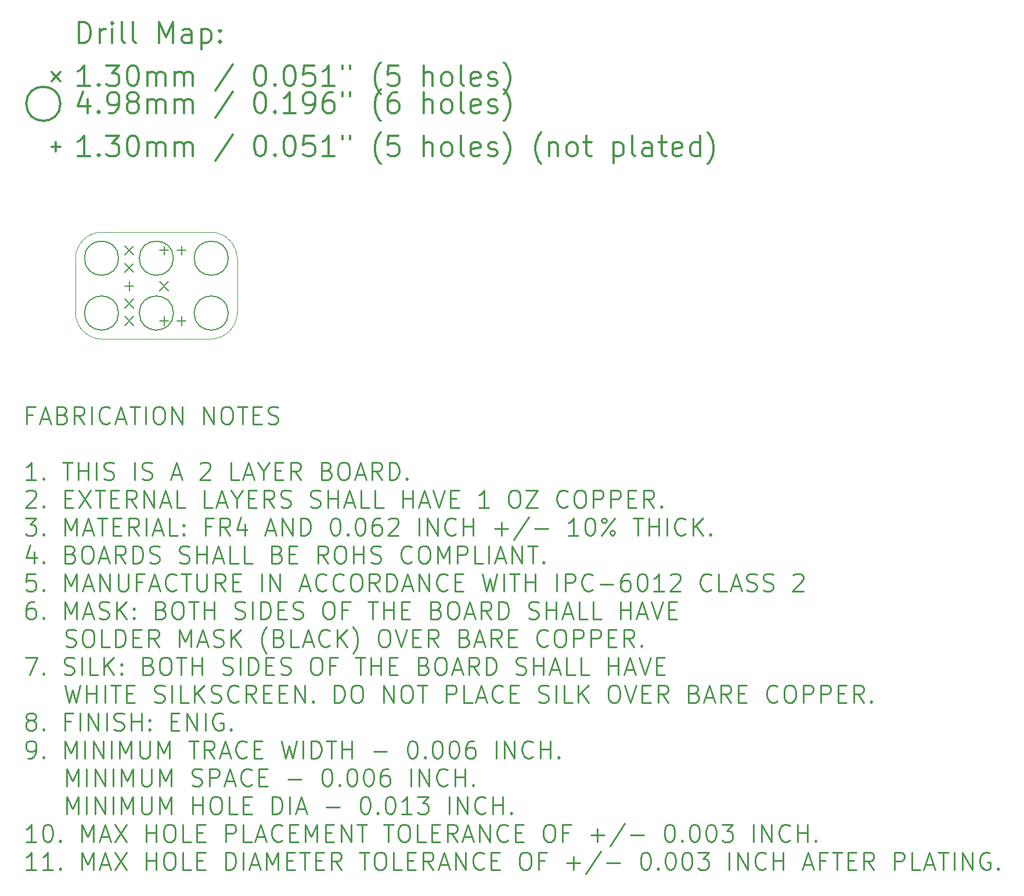
<source format=gbr>
G04 This is an RS-274x file exported by *
G04 gerbv version 2.6.0 *
G04 More information is available about gerbv at *
G04 http://gerbv.gpleda.org/ *
G04 --End of header info--*
%MOIN*%
%FSLAX34Y34*%
%IPPOS*%
G04 --Define apertures--*
%ADD10C,0.0050*%
%ADD11C,0.0079*%
%ADD12C,0.0118*%
%ADD13C,0.0138*%
%ADD14C,0.0016*%
%ADD15C,0.0100*%
G04 --Start main section--*
G54D11*
G01X0003705Y-013505D02*
G01X0004215Y-014015D01*
G01X0004215Y-013505D02*
G01X0003705Y-014015D01*
G01X0003705Y-014505D02*
G01X0004215Y-015015D01*
G01X0004215Y-014505D02*
G01X0003705Y-015015D01*
G01X0003705Y-016555D02*
G01X0004215Y-017065D01*
G01X0004215Y-016555D02*
G01X0003705Y-017065D01*
G01X0003705Y-017555D02*
G01X0004215Y-018065D01*
G01X0004215Y-017555D02*
G01X0003705Y-018065D01*
G01X0005705Y-015555D02*
G01X0006215Y-016065D01*
G01X0006215Y-015555D02*
G01X0005705Y-016065D01*
G01X0003340Y-014210D02*
G75*
G03X0003340Y-014210I-000980J0000000D01*
G01X0003340Y-017360D02*
G75*
G03X0003340Y-017360I-000980J0000000D01*
G01X0006490Y-014210D02*
G75*
G03X0006490Y-014210I-000980J0000000D01*
G01X0006490Y-017360D02*
G75*
G03X0006490Y-017360I-000980J0000000D01*
G01X0009640Y-014210D02*
G75*
G03X0009640Y-014210I-000980J0000000D01*
G01X0009640Y-017360D02*
G75*
G03X0009640Y-017360I-000980J0000000D01*
G01X0003960Y-015555D02*
G01X0003960Y-016065D01*
G01X0003705Y-015810D02*
G01X0004215Y-015810D01*
G01X0005960Y-013505D02*
G01X0005960Y-014015D01*
G01X0005705Y-013760D02*
G01X0006215Y-013760D01*
G01X0005960Y-017555D02*
G01X0005960Y-018065D01*
G01X0005705Y-017810D02*
G01X0006215Y-017810D01*
G01X0006960Y-013505D02*
G01X0006960Y-014015D01*
G01X0006705Y-013760D02*
G01X0007215Y-013760D01*
G01X0006960Y-017555D02*
G01X0006960Y-018065D01*
G01X0006705Y-017810D02*
G01X0007215Y-017810D01*
G54D12*
G01X0001069Y-001834D02*
G01X0001069Y-000652D01*
G01X0001069Y-000652D02*
G01X0001350Y-000652D01*
G01X0001350Y-000652D02*
G01X0001519Y-000709D01*
G01X0001519Y-000709D02*
G01X0001631Y-000821D01*
G01X0001631Y-000821D02*
G01X0001687Y-000934D01*
G01X0001687Y-000934D02*
G01X0001744Y-001159D01*
G01X0001744Y-001159D02*
G01X0001744Y-001327D01*
G01X0001744Y-001327D02*
G01X0001687Y-001552D01*
G01X0001687Y-001552D02*
G01X0001631Y-001665D01*
G01X0001631Y-001665D02*
G01X0001519Y-001777D01*
G01X0001519Y-001777D02*
G01X0001350Y-001834D01*
G01X0001350Y-001834D02*
G01X0001069Y-001834D01*
G01X0002250Y-001834D02*
G01X0002250Y-001046D01*
G01X0002250Y-001271D02*
G01X0002306Y-001159D01*
G01X0002306Y-001159D02*
G01X0002362Y-001102D01*
G01X0002362Y-001102D02*
G01X0002475Y-001046D01*
G01X0002475Y-001046D02*
G01X0002587Y-001046D01*
G01X0002981Y-001834D02*
G01X0002981Y-001046D01*
G01X0002981Y-000652D02*
G01X0002925Y-000709D01*
G01X0002925Y-000709D02*
G01X0002981Y-000765D01*
G01X0002981Y-000765D02*
G01X0003037Y-000709D01*
G01X0003037Y-000709D02*
G01X0002981Y-000652D01*
G01X0002981Y-000652D02*
G01X0002981Y-000765D01*
G01X0003712Y-001834D02*
G01X0003600Y-001777D01*
G01X0003600Y-001777D02*
G01X0003543Y-001665D01*
G01X0003543Y-001665D02*
G01X0003543Y-000652D01*
G01X0004331Y-001834D02*
G01X0004218Y-001777D01*
G01X0004218Y-001777D02*
G01X0004162Y-001665D01*
G01X0004162Y-001665D02*
G01X0004162Y-000652D01*
G01X0005681Y-001834D02*
G01X0005681Y-000652D01*
G01X0005681Y-000652D02*
G01X0006074Y-001496D01*
G01X0006074Y-001496D02*
G01X0006468Y-000652D01*
G01X0006468Y-000652D02*
G01X0006468Y-001834D01*
G01X0007537Y-001834D02*
G01X0007537Y-001215D01*
G01X0007537Y-001215D02*
G01X0007480Y-001102D01*
G01X0007480Y-001102D02*
G01X0007368Y-001046D01*
G01X0007368Y-001046D02*
G01X0007143Y-001046D01*
G01X0007143Y-001046D02*
G01X0007030Y-001102D01*
G01X0007537Y-001777D02*
G01X0007424Y-001834D01*
G01X0007424Y-001834D02*
G01X0007143Y-001834D01*
G01X0007143Y-001834D02*
G01X0007030Y-001777D01*
G01X0007030Y-001777D02*
G01X0006974Y-001665D01*
G01X0006974Y-001665D02*
G01X0006974Y-001552D01*
G01X0006974Y-001552D02*
G01X0007030Y-001440D01*
G01X0007030Y-001440D02*
G01X0007143Y-001384D01*
G01X0007143Y-001384D02*
G01X0007424Y-001384D01*
G01X0007424Y-001384D02*
G01X0007537Y-001327D01*
G01X0008099Y-001046D02*
G01X0008099Y-002227D01*
G01X0008099Y-001102D02*
G01X0008211Y-001046D01*
G01X0008211Y-001046D02*
G01X0008436Y-001046D01*
G01X0008436Y-001046D02*
G01X0008549Y-001102D01*
G01X0008549Y-001102D02*
G01X0008605Y-001159D01*
G01X0008605Y-001159D02*
G01X0008661Y-001271D01*
G01X0008661Y-001271D02*
G01X0008661Y-001609D01*
G01X0008661Y-001609D02*
G01X0008605Y-001721D01*
G01X0008605Y-001721D02*
G01X0008549Y-001777D01*
G01X0008549Y-001777D02*
G01X0008436Y-001834D01*
G01X0008436Y-001834D02*
G01X0008211Y-001834D01*
G01X0008211Y-001834D02*
G01X0008099Y-001777D01*
G01X0009168Y-001721D02*
G01X0009224Y-001777D01*
G01X0009224Y-001777D02*
G01X0009168Y-001834D01*
G01X0009168Y-001834D02*
G01X0009111Y-001777D01*
G01X0009111Y-001777D02*
G01X0009168Y-001721D01*
G01X0009168Y-001721D02*
G01X0009168Y-001834D01*
G01X0009168Y-001102D02*
G01X0009224Y-001159D01*
G01X0009224Y-001159D02*
G01X0009168Y-001215D01*
G01X0009168Y-001215D02*
G01X0009111Y-001159D01*
G01X0009111Y-001159D02*
G01X0009168Y-001102D01*
G01X0009168Y-001102D02*
G01X0009168Y-001215D01*
G01X-000510Y-003525D02*
G01X0000000Y-004035D01*
G01X0000000Y-003525D02*
G01X-000510Y-004035D01*
G01X0001687Y-004314D02*
G01X0001012Y-004314D01*
G01X0001350Y-004314D02*
G01X0001350Y-003133D01*
G01X0001350Y-003133D02*
G01X0001237Y-003301D01*
G01X0001237Y-003301D02*
G01X0001125Y-003414D01*
G01X0001125Y-003414D02*
G01X0001012Y-003470D01*
G01X0002193Y-004201D02*
G01X0002250Y-004258D01*
G01X0002250Y-004258D02*
G01X0002193Y-004314D01*
G01X0002193Y-004314D02*
G01X0002137Y-004258D01*
G01X0002137Y-004258D02*
G01X0002193Y-004201D01*
G01X0002193Y-004201D02*
G01X0002193Y-004314D01*
G01X0002643Y-003133D02*
G01X0003375Y-003133D01*
G01X0003375Y-003133D02*
G01X0002981Y-003583D01*
G01X0002981Y-003583D02*
G01X0003150Y-003583D01*
G01X0003150Y-003583D02*
G01X0003262Y-003639D01*
G01X0003262Y-003639D02*
G01X0003318Y-003695D01*
G01X0003318Y-003695D02*
G01X0003375Y-003808D01*
G01X0003375Y-003808D02*
G01X0003375Y-004089D01*
G01X0003375Y-004089D02*
G01X0003318Y-004201D01*
G01X0003318Y-004201D02*
G01X0003262Y-004258D01*
G01X0003262Y-004258D02*
G01X0003150Y-004314D01*
G01X0003150Y-004314D02*
G01X0002812Y-004314D01*
G01X0002812Y-004314D02*
G01X0002700Y-004258D01*
G01X0002700Y-004258D02*
G01X0002643Y-004201D01*
G01X0004106Y-003133D02*
G01X0004218Y-003133D01*
G01X0004218Y-003133D02*
G01X0004331Y-003189D01*
G01X0004331Y-003189D02*
G01X0004387Y-003245D01*
G01X0004387Y-003245D02*
G01X0004443Y-003358D01*
G01X0004443Y-003358D02*
G01X0004499Y-003583D01*
G01X0004499Y-003583D02*
G01X0004499Y-003864D01*
G01X0004499Y-003864D02*
G01X0004443Y-004089D01*
G01X0004443Y-004089D02*
G01X0004387Y-004201D01*
G01X0004387Y-004201D02*
G01X0004331Y-004258D01*
G01X0004331Y-004258D02*
G01X0004218Y-004314D01*
G01X0004218Y-004314D02*
G01X0004106Y-004314D01*
G01X0004106Y-004314D02*
G01X0003993Y-004258D01*
G01X0003993Y-004258D02*
G01X0003937Y-004201D01*
G01X0003937Y-004201D02*
G01X0003881Y-004089D01*
G01X0003881Y-004089D02*
G01X0003825Y-003864D01*
G01X0003825Y-003864D02*
G01X0003825Y-003583D01*
G01X0003825Y-003583D02*
G01X0003881Y-003358D01*
G01X0003881Y-003358D02*
G01X0003937Y-003245D01*
G01X0003937Y-003245D02*
G01X0003993Y-003189D01*
G01X0003993Y-003189D02*
G01X0004106Y-003133D01*
G01X0005006Y-004314D02*
G01X0005006Y-003526D01*
G01X0005006Y-003639D02*
G01X0005062Y-003583D01*
G01X0005062Y-003583D02*
G01X0005174Y-003526D01*
G01X0005174Y-003526D02*
G01X0005343Y-003526D01*
G01X0005343Y-003526D02*
G01X0005456Y-003583D01*
G01X0005456Y-003583D02*
G01X0005512Y-003695D01*
G01X0005512Y-003695D02*
G01X0005512Y-004314D01*
G01X0005512Y-003695D02*
G01X0005568Y-003583D01*
G01X0005568Y-003583D02*
G01X0005681Y-003526D01*
G01X0005681Y-003526D02*
G01X0005849Y-003526D01*
G01X0005849Y-003526D02*
G01X0005962Y-003583D01*
G01X0005962Y-003583D02*
G01X0006018Y-003695D01*
G01X0006018Y-003695D02*
G01X0006018Y-004314D01*
G01X0006580Y-004314D02*
G01X0006580Y-003526D01*
G01X0006580Y-003639D02*
G01X0006637Y-003583D01*
G01X0006637Y-003583D02*
G01X0006749Y-003526D01*
G01X0006749Y-003526D02*
G01X0006918Y-003526D01*
G01X0006918Y-003526D02*
G01X0007030Y-003583D01*
G01X0007030Y-003583D02*
G01X0007087Y-003695D01*
G01X0007087Y-003695D02*
G01X0007087Y-004314D01*
G01X0007087Y-003695D02*
G01X0007143Y-003583D01*
G01X0007143Y-003583D02*
G01X0007255Y-003526D01*
G01X0007255Y-003526D02*
G01X0007424Y-003526D01*
G01X0007424Y-003526D02*
G01X0007537Y-003583D01*
G01X0007537Y-003583D02*
G01X0007593Y-003695D01*
G01X0007593Y-003695D02*
G01X0007593Y-004314D01*
G01X0009899Y-003076D02*
G01X0008886Y-004595D01*
G01X0011417Y-003133D02*
G01X0011530Y-003133D01*
G01X0011530Y-003133D02*
G01X0011642Y-003189D01*
G01X0011642Y-003189D02*
G01X0011699Y-003245D01*
G01X0011699Y-003245D02*
G01X0011755Y-003358D01*
G01X0011755Y-003358D02*
G01X0011811Y-003583D01*
G01X0011811Y-003583D02*
G01X0011811Y-003864D01*
G01X0011811Y-003864D02*
G01X0011755Y-004089D01*
G01X0011755Y-004089D02*
G01X0011699Y-004201D01*
G01X0011699Y-004201D02*
G01X0011642Y-004258D01*
G01X0011642Y-004258D02*
G01X0011530Y-004314D01*
G01X0011530Y-004314D02*
G01X0011417Y-004314D01*
G01X0011417Y-004314D02*
G01X0011305Y-004258D01*
G01X0011305Y-004258D02*
G01X0011249Y-004201D01*
G01X0011249Y-004201D02*
G01X0011192Y-004089D01*
G01X0011192Y-004089D02*
G01X0011136Y-003864D01*
G01X0011136Y-003864D02*
G01X0011136Y-003583D01*
G01X0011136Y-003583D02*
G01X0011192Y-003358D01*
G01X0011192Y-003358D02*
G01X0011249Y-003245D01*
G01X0011249Y-003245D02*
G01X0011305Y-003189D01*
G01X0011305Y-003189D02*
G01X0011417Y-003133D01*
G01X0012317Y-004201D02*
G01X0012373Y-004258D01*
G01X0012373Y-004258D02*
G01X0012317Y-004314D01*
G01X0012317Y-004314D02*
G01X0012261Y-004258D01*
G01X0012261Y-004258D02*
G01X0012317Y-004201D01*
G01X0012317Y-004201D02*
G01X0012317Y-004314D01*
G01X0013105Y-003133D02*
G01X0013217Y-003133D01*
G01X0013217Y-003133D02*
G01X0013330Y-003189D01*
G01X0013330Y-003189D02*
G01X0013386Y-003245D01*
G01X0013386Y-003245D02*
G01X0013442Y-003358D01*
G01X0013442Y-003358D02*
G01X0013498Y-003583D01*
G01X0013498Y-003583D02*
G01X0013498Y-003864D01*
G01X0013498Y-003864D02*
G01X0013442Y-004089D01*
G01X0013442Y-004089D02*
G01X0013386Y-004201D01*
G01X0013386Y-004201D02*
G01X0013330Y-004258D01*
G01X0013330Y-004258D02*
G01X0013217Y-004314D01*
G01X0013217Y-004314D02*
G01X0013105Y-004314D01*
G01X0013105Y-004314D02*
G01X0012992Y-004258D01*
G01X0012992Y-004258D02*
G01X0012936Y-004201D01*
G01X0012936Y-004201D02*
G01X0012880Y-004089D01*
G01X0012880Y-004089D02*
G01X0012823Y-003864D01*
G01X0012823Y-003864D02*
G01X0012823Y-003583D01*
G01X0012823Y-003583D02*
G01X0012880Y-003358D01*
G01X0012880Y-003358D02*
G01X0012936Y-003245D01*
G01X0012936Y-003245D02*
G01X0012992Y-003189D01*
G01X0012992Y-003189D02*
G01X0013105Y-003133D01*
G01X0014567Y-003133D02*
G01X0014005Y-003133D01*
G01X0014005Y-003133D02*
G01X0013948Y-003695D01*
G01X0013948Y-003695D02*
G01X0014005Y-003639D01*
G01X0014005Y-003639D02*
G01X0014117Y-003583D01*
G01X0014117Y-003583D02*
G01X0014398Y-003583D01*
G01X0014398Y-003583D02*
G01X0014511Y-003639D01*
G01X0014511Y-003639D02*
G01X0014567Y-003695D01*
G01X0014567Y-003695D02*
G01X0014623Y-003808D01*
G01X0014623Y-003808D02*
G01X0014623Y-004089D01*
G01X0014623Y-004089D02*
G01X0014567Y-004201D01*
G01X0014567Y-004201D02*
G01X0014511Y-004258D01*
G01X0014511Y-004258D02*
G01X0014398Y-004314D01*
G01X0014398Y-004314D02*
G01X0014117Y-004314D01*
G01X0014117Y-004314D02*
G01X0014005Y-004258D01*
G01X0014005Y-004258D02*
G01X0013948Y-004201D01*
G01X0015748Y-004314D02*
G01X0015073Y-004314D01*
G01X0015411Y-004314D02*
G01X0015411Y-003133D01*
G01X0015411Y-003133D02*
G01X0015298Y-003301D01*
G01X0015298Y-003301D02*
G01X0015186Y-003414D01*
G01X0015186Y-003414D02*
G01X0015073Y-003470D01*
G01X0016198Y-003133D02*
G01X0016198Y-003358D01*
G01X0016648Y-003133D02*
G01X0016648Y-003358D01*
G01X0018391Y-004764D02*
G01X0018335Y-004708D01*
G01X0018335Y-004708D02*
G01X0018223Y-004539D01*
G01X0018223Y-004539D02*
G01X0018166Y-004426D01*
G01X0018166Y-004426D02*
G01X0018110Y-004258D01*
G01X0018110Y-004258D02*
G01X0018054Y-003976D01*
G01X0018054Y-003976D02*
G01X0018054Y-003751D01*
G01X0018054Y-003751D02*
G01X0018110Y-003470D01*
G01X0018110Y-003470D02*
G01X0018166Y-003301D01*
G01X0018166Y-003301D02*
G01X0018223Y-003189D01*
G01X0018223Y-003189D02*
G01X0018335Y-003020D01*
G01X0018335Y-003020D02*
G01X0018391Y-002964D01*
G01X0019404Y-003133D02*
G01X0018841Y-003133D01*
G01X0018841Y-003133D02*
G01X0018785Y-003695D01*
G01X0018785Y-003695D02*
G01X0018841Y-003639D01*
G01X0018841Y-003639D02*
G01X0018954Y-003583D01*
G01X0018954Y-003583D02*
G01X0019235Y-003583D01*
G01X0019235Y-003583D02*
G01X0019348Y-003639D01*
G01X0019348Y-003639D02*
G01X0019404Y-003695D01*
G01X0019404Y-003695D02*
G01X0019460Y-003808D01*
G01X0019460Y-003808D02*
G01X0019460Y-004089D01*
G01X0019460Y-004089D02*
G01X0019404Y-004201D01*
G01X0019404Y-004201D02*
G01X0019348Y-004258D01*
G01X0019348Y-004258D02*
G01X0019235Y-004314D01*
G01X0019235Y-004314D02*
G01X0018954Y-004314D01*
G01X0018954Y-004314D02*
G01X0018841Y-004258D01*
G01X0018841Y-004258D02*
G01X0018785Y-004201D01*
G01X0020866Y-004314D02*
G01X0020866Y-003133D01*
G01X0021372Y-004314D02*
G01X0021372Y-003695D01*
G01X0021372Y-003695D02*
G01X0021316Y-003583D01*
G01X0021316Y-003583D02*
G01X0021204Y-003526D01*
G01X0021204Y-003526D02*
G01X0021035Y-003526D01*
G01X0021035Y-003526D02*
G01X0020922Y-003583D01*
G01X0020922Y-003583D02*
G01X0020866Y-003639D01*
G01X0022103Y-004314D02*
G01X0021991Y-004258D01*
G01X0021991Y-004258D02*
G01X0021935Y-004201D01*
G01X0021935Y-004201D02*
G01X0021879Y-004089D01*
G01X0021879Y-004089D02*
G01X0021879Y-003751D01*
G01X0021879Y-003751D02*
G01X0021935Y-003639D01*
G01X0021935Y-003639D02*
G01X0021991Y-003583D01*
G01X0021991Y-003583D02*
G01X0022103Y-003526D01*
G01X0022103Y-003526D02*
G01X0022272Y-003526D01*
G01X0022272Y-003526D02*
G01X0022385Y-003583D01*
G01X0022385Y-003583D02*
G01X0022441Y-003639D01*
G01X0022441Y-003639D02*
G01X0022497Y-003751D01*
G01X0022497Y-003751D02*
G01X0022497Y-004089D01*
G01X0022497Y-004089D02*
G01X0022441Y-004201D01*
G01X0022441Y-004201D02*
G01X0022385Y-004258D01*
G01X0022385Y-004258D02*
G01X0022272Y-004314D01*
G01X0022272Y-004314D02*
G01X0022103Y-004314D01*
G01X0023172Y-004314D02*
G01X0023060Y-004258D01*
G01X0023060Y-004258D02*
G01X0023003Y-004145D01*
G01X0023003Y-004145D02*
G01X0023003Y-003133D01*
G01X0024072Y-004258D02*
G01X0023960Y-004314D01*
G01X0023960Y-004314D02*
G01X0023735Y-004314D01*
G01X0023735Y-004314D02*
G01X0023622Y-004258D01*
G01X0023622Y-004258D02*
G01X0023566Y-004145D01*
G01X0023566Y-004145D02*
G01X0023566Y-003695D01*
G01X0023566Y-003695D02*
G01X0023622Y-003583D01*
G01X0023622Y-003583D02*
G01X0023735Y-003526D01*
G01X0023735Y-003526D02*
G01X0023960Y-003526D01*
G01X0023960Y-003526D02*
G01X0024072Y-003583D01*
G01X0024072Y-003583D02*
G01X0024128Y-003695D01*
G01X0024128Y-003695D02*
G01X0024128Y-003808D01*
G01X0024128Y-003808D02*
G01X0023566Y-003920D01*
G01X0024578Y-004258D02*
G01X0024691Y-004314D01*
G01X0024691Y-004314D02*
G01X0024916Y-004314D01*
G01X0024916Y-004314D02*
G01X0025028Y-004258D01*
G01X0025028Y-004258D02*
G01X0025084Y-004145D01*
G01X0025084Y-004145D02*
G01X0025084Y-004089D01*
G01X0025084Y-004089D02*
G01X0025028Y-003976D01*
G01X0025028Y-003976D02*
G01X0024916Y-003920D01*
G01X0024916Y-003920D02*
G01X0024747Y-003920D01*
G01X0024747Y-003920D02*
G01X0024634Y-003864D01*
G01X0024634Y-003864D02*
G01X0024578Y-003751D01*
G01X0024578Y-003751D02*
G01X0024578Y-003695D01*
G01X0024578Y-003695D02*
G01X0024634Y-003583D01*
G01X0024634Y-003583D02*
G01X0024747Y-003526D01*
G01X0024747Y-003526D02*
G01X0024916Y-003526D01*
G01X0024916Y-003526D02*
G01X0025028Y-003583D01*
G01X0025478Y-004764D02*
G01X0025534Y-004708D01*
G01X0025534Y-004708D02*
G01X0025647Y-004539D01*
G01X0025647Y-004539D02*
G01X0025703Y-004426D01*
G01X0025703Y-004426D02*
G01X0025759Y-004258D01*
G01X0025759Y-004258D02*
G01X0025816Y-003976D01*
G01X0025816Y-003976D02*
G01X0025816Y-003751D01*
G01X0025816Y-003751D02*
G01X0025759Y-003470D01*
G01X0025759Y-003470D02*
G01X0025703Y-003301D01*
G01X0025703Y-003301D02*
G01X0025647Y-003189D01*
G01X0025647Y-003189D02*
G01X0025534Y-003020D01*
G01X0025534Y-003020D02*
G01X0025478Y-002964D01*
G01X0000000Y-005339D02*
G75*
G03X0000000Y-005339I-000980J0000000D01*
G01X0001575Y-005085D02*
G01X0001575Y-005873D01*
G01X0001294Y-004636D02*
G01X0001012Y-005479D01*
G01X0001012Y-005479D02*
G01X0001744Y-005479D01*
G01X0002193Y-005760D02*
G01X0002250Y-005817D01*
G01X0002250Y-005817D02*
G01X0002193Y-005873D01*
G01X0002193Y-005873D02*
G01X0002137Y-005817D01*
G01X0002137Y-005817D02*
G01X0002193Y-005760D01*
G01X0002193Y-005760D02*
G01X0002193Y-005873D01*
G01X0002812Y-005873D02*
G01X0003037Y-005873D01*
G01X0003037Y-005873D02*
G01X0003150Y-005817D01*
G01X0003150Y-005817D02*
G01X0003206Y-005760D01*
G01X0003206Y-005760D02*
G01X0003318Y-005592D01*
G01X0003318Y-005592D02*
G01X0003375Y-005367D01*
G01X0003375Y-005367D02*
G01X0003375Y-004917D01*
G01X0003375Y-004917D02*
G01X0003318Y-004804D01*
G01X0003318Y-004804D02*
G01X0003262Y-004748D01*
G01X0003262Y-004748D02*
G01X0003150Y-004692D01*
G01X0003150Y-004692D02*
G01X0002925Y-004692D01*
G01X0002925Y-004692D02*
G01X0002812Y-004748D01*
G01X0002812Y-004748D02*
G01X0002756Y-004804D01*
G01X0002756Y-004804D02*
G01X0002700Y-004917D01*
G01X0002700Y-004917D02*
G01X0002700Y-005198D01*
G01X0002700Y-005198D02*
G01X0002756Y-005310D01*
G01X0002756Y-005310D02*
G01X0002812Y-005367D01*
G01X0002812Y-005367D02*
G01X0002925Y-005423D01*
G01X0002925Y-005423D02*
G01X0003150Y-005423D01*
G01X0003150Y-005423D02*
G01X0003262Y-005367D01*
G01X0003262Y-005367D02*
G01X0003318Y-005310D01*
G01X0003318Y-005310D02*
G01X0003375Y-005198D01*
G01X0004049Y-005198D02*
G01X0003937Y-005142D01*
G01X0003937Y-005142D02*
G01X0003881Y-005085D01*
G01X0003881Y-005085D02*
G01X0003825Y-004973D01*
G01X0003825Y-004973D02*
G01X0003825Y-004917D01*
G01X0003825Y-004917D02*
G01X0003881Y-004804D01*
G01X0003881Y-004804D02*
G01X0003937Y-004748D01*
G01X0003937Y-004748D02*
G01X0004049Y-004692D01*
G01X0004049Y-004692D02*
G01X0004274Y-004692D01*
G01X0004274Y-004692D02*
G01X0004387Y-004748D01*
G01X0004387Y-004748D02*
G01X0004443Y-004804D01*
G01X0004443Y-004804D02*
G01X0004499Y-004917D01*
G01X0004499Y-004917D02*
G01X0004499Y-004973D01*
G01X0004499Y-004973D02*
G01X0004443Y-005085D01*
G01X0004443Y-005085D02*
G01X0004387Y-005142D01*
G01X0004387Y-005142D02*
G01X0004274Y-005198D01*
G01X0004274Y-005198D02*
G01X0004049Y-005198D01*
G01X0004049Y-005198D02*
G01X0003937Y-005254D01*
G01X0003937Y-005254D02*
G01X0003881Y-005310D01*
G01X0003881Y-005310D02*
G01X0003825Y-005423D01*
G01X0003825Y-005423D02*
G01X0003825Y-005648D01*
G01X0003825Y-005648D02*
G01X0003881Y-005760D01*
G01X0003881Y-005760D02*
G01X0003937Y-005817D01*
G01X0003937Y-005817D02*
G01X0004049Y-005873D01*
G01X0004049Y-005873D02*
G01X0004274Y-005873D01*
G01X0004274Y-005873D02*
G01X0004387Y-005817D01*
G01X0004387Y-005817D02*
G01X0004443Y-005760D01*
G01X0004443Y-005760D02*
G01X0004499Y-005648D01*
G01X0004499Y-005648D02*
G01X0004499Y-005423D01*
G01X0004499Y-005423D02*
G01X0004443Y-005310D01*
G01X0004443Y-005310D02*
G01X0004387Y-005254D01*
G01X0004387Y-005254D02*
G01X0004274Y-005198D01*
G01X0005006Y-005873D02*
G01X0005006Y-005085D01*
G01X0005006Y-005198D02*
G01X0005062Y-005142D01*
G01X0005062Y-005142D02*
G01X0005174Y-005085D01*
G01X0005174Y-005085D02*
G01X0005343Y-005085D01*
G01X0005343Y-005085D02*
G01X0005456Y-005142D01*
G01X0005456Y-005142D02*
G01X0005512Y-005254D01*
G01X0005512Y-005254D02*
G01X0005512Y-005873D01*
G01X0005512Y-005254D02*
G01X0005568Y-005142D01*
G01X0005568Y-005142D02*
G01X0005681Y-005085D01*
G01X0005681Y-005085D02*
G01X0005849Y-005085D01*
G01X0005849Y-005085D02*
G01X0005962Y-005142D01*
G01X0005962Y-005142D02*
G01X0006018Y-005254D01*
G01X0006018Y-005254D02*
G01X0006018Y-005873D01*
G01X0006580Y-005873D02*
G01X0006580Y-005085D01*
G01X0006580Y-005198D02*
G01X0006637Y-005142D01*
G01X0006637Y-005142D02*
G01X0006749Y-005085D01*
G01X0006749Y-005085D02*
G01X0006918Y-005085D01*
G01X0006918Y-005085D02*
G01X0007030Y-005142D01*
G01X0007030Y-005142D02*
G01X0007087Y-005254D01*
G01X0007087Y-005254D02*
G01X0007087Y-005873D01*
G01X0007087Y-005254D02*
G01X0007143Y-005142D01*
G01X0007143Y-005142D02*
G01X0007255Y-005085D01*
G01X0007255Y-005085D02*
G01X0007424Y-005085D01*
G01X0007424Y-005085D02*
G01X0007537Y-005142D01*
G01X0007537Y-005142D02*
G01X0007593Y-005254D01*
G01X0007593Y-005254D02*
G01X0007593Y-005873D01*
G01X0009899Y-004636D02*
G01X0008886Y-006154D01*
G01X0011417Y-004692D02*
G01X0011530Y-004692D01*
G01X0011530Y-004692D02*
G01X0011642Y-004748D01*
G01X0011642Y-004748D02*
G01X0011699Y-004804D01*
G01X0011699Y-004804D02*
G01X0011755Y-004917D01*
G01X0011755Y-004917D02*
G01X0011811Y-005142D01*
G01X0011811Y-005142D02*
G01X0011811Y-005423D01*
G01X0011811Y-005423D02*
G01X0011755Y-005648D01*
G01X0011755Y-005648D02*
G01X0011699Y-005760D01*
G01X0011699Y-005760D02*
G01X0011642Y-005817D01*
G01X0011642Y-005817D02*
G01X0011530Y-005873D01*
G01X0011530Y-005873D02*
G01X0011417Y-005873D01*
G01X0011417Y-005873D02*
G01X0011305Y-005817D01*
G01X0011305Y-005817D02*
G01X0011249Y-005760D01*
G01X0011249Y-005760D02*
G01X0011192Y-005648D01*
G01X0011192Y-005648D02*
G01X0011136Y-005423D01*
G01X0011136Y-005423D02*
G01X0011136Y-005142D01*
G01X0011136Y-005142D02*
G01X0011192Y-004917D01*
G01X0011192Y-004917D02*
G01X0011249Y-004804D01*
G01X0011249Y-004804D02*
G01X0011305Y-004748D01*
G01X0011305Y-004748D02*
G01X0011417Y-004692D01*
G01X0012317Y-005760D02*
G01X0012373Y-005817D01*
G01X0012373Y-005817D02*
G01X0012317Y-005873D01*
G01X0012317Y-005873D02*
G01X0012261Y-005817D01*
G01X0012261Y-005817D02*
G01X0012317Y-005760D01*
G01X0012317Y-005760D02*
G01X0012317Y-005873D01*
G01X0013498Y-005873D02*
G01X0012823Y-005873D01*
G01X0013161Y-005873D02*
G01X0013161Y-004692D01*
G01X0013161Y-004692D02*
G01X0013048Y-004861D01*
G01X0013048Y-004861D02*
G01X0012936Y-004973D01*
G01X0012936Y-004973D02*
G01X0012823Y-005029D01*
G01X0014061Y-005873D02*
G01X0014286Y-005873D01*
G01X0014286Y-005873D02*
G01X0014398Y-005817D01*
G01X0014398Y-005817D02*
G01X0014454Y-005760D01*
G01X0014454Y-005760D02*
G01X0014567Y-005592D01*
G01X0014567Y-005592D02*
G01X0014623Y-005367D01*
G01X0014623Y-005367D02*
G01X0014623Y-004917D01*
G01X0014623Y-004917D02*
G01X0014567Y-004804D01*
G01X0014567Y-004804D02*
G01X0014511Y-004748D01*
G01X0014511Y-004748D02*
G01X0014398Y-004692D01*
G01X0014398Y-004692D02*
G01X0014173Y-004692D01*
G01X0014173Y-004692D02*
G01X0014061Y-004748D01*
G01X0014061Y-004748D02*
G01X0014005Y-004804D01*
G01X0014005Y-004804D02*
G01X0013948Y-004917D01*
G01X0013948Y-004917D02*
G01X0013948Y-005198D01*
G01X0013948Y-005198D02*
G01X0014005Y-005310D01*
G01X0014005Y-005310D02*
G01X0014061Y-005367D01*
G01X0014061Y-005367D02*
G01X0014173Y-005423D01*
G01X0014173Y-005423D02*
G01X0014398Y-005423D01*
G01X0014398Y-005423D02*
G01X0014511Y-005367D01*
G01X0014511Y-005367D02*
G01X0014567Y-005310D01*
G01X0014567Y-005310D02*
G01X0014623Y-005198D01*
G01X0015636Y-004692D02*
G01X0015411Y-004692D01*
G01X0015411Y-004692D02*
G01X0015298Y-004748D01*
G01X0015298Y-004748D02*
G01X0015242Y-004804D01*
G01X0015242Y-004804D02*
G01X0015129Y-004973D01*
G01X0015129Y-004973D02*
G01X0015073Y-005198D01*
G01X0015073Y-005198D02*
G01X0015073Y-005648D01*
G01X0015073Y-005648D02*
G01X0015129Y-005760D01*
G01X0015129Y-005760D02*
G01X0015186Y-005817D01*
G01X0015186Y-005817D02*
G01X0015298Y-005873D01*
G01X0015298Y-005873D02*
G01X0015523Y-005873D01*
G01X0015523Y-005873D02*
G01X0015636Y-005817D01*
G01X0015636Y-005817D02*
G01X0015692Y-005760D01*
G01X0015692Y-005760D02*
G01X0015748Y-005648D01*
G01X0015748Y-005648D02*
G01X0015748Y-005367D01*
G01X0015748Y-005367D02*
G01X0015692Y-005254D01*
G01X0015692Y-005254D02*
G01X0015636Y-005198D01*
G01X0015636Y-005198D02*
G01X0015523Y-005142D01*
G01X0015523Y-005142D02*
G01X0015298Y-005142D01*
G01X0015298Y-005142D02*
G01X0015186Y-005198D01*
G01X0015186Y-005198D02*
G01X0015129Y-005254D01*
G01X0015129Y-005254D02*
G01X0015073Y-005367D01*
G01X0016198Y-004692D02*
G01X0016198Y-004917D01*
G01X0016648Y-004692D02*
G01X0016648Y-004917D01*
G01X0018391Y-006323D02*
G01X0018335Y-006267D01*
G01X0018335Y-006267D02*
G01X0018223Y-006098D01*
G01X0018223Y-006098D02*
G01X0018166Y-005985D01*
G01X0018166Y-005985D02*
G01X0018110Y-005817D01*
G01X0018110Y-005817D02*
G01X0018054Y-005535D01*
G01X0018054Y-005535D02*
G01X0018054Y-005310D01*
G01X0018054Y-005310D02*
G01X0018110Y-005029D01*
G01X0018110Y-005029D02*
G01X0018166Y-004861D01*
G01X0018166Y-004861D02*
G01X0018223Y-004748D01*
G01X0018223Y-004748D02*
G01X0018335Y-004579D01*
G01X0018335Y-004579D02*
G01X0018391Y-004523D01*
G01X0019348Y-004692D02*
G01X0019123Y-004692D01*
G01X0019123Y-004692D02*
G01X0019010Y-004748D01*
G01X0019010Y-004748D02*
G01X0018954Y-004804D01*
G01X0018954Y-004804D02*
G01X0018841Y-004973D01*
G01X0018841Y-004973D02*
G01X0018785Y-005198D01*
G01X0018785Y-005198D02*
G01X0018785Y-005648D01*
G01X0018785Y-005648D02*
G01X0018841Y-005760D01*
G01X0018841Y-005760D02*
G01X0018898Y-005817D01*
G01X0018898Y-005817D02*
G01X0019010Y-005873D01*
G01X0019010Y-005873D02*
G01X0019235Y-005873D01*
G01X0019235Y-005873D02*
G01X0019348Y-005817D01*
G01X0019348Y-005817D02*
G01X0019404Y-005760D01*
G01X0019404Y-005760D02*
G01X0019460Y-005648D01*
G01X0019460Y-005648D02*
G01X0019460Y-005367D01*
G01X0019460Y-005367D02*
G01X0019404Y-005254D01*
G01X0019404Y-005254D02*
G01X0019348Y-005198D01*
G01X0019348Y-005198D02*
G01X0019235Y-005142D01*
G01X0019235Y-005142D02*
G01X0019010Y-005142D01*
G01X0019010Y-005142D02*
G01X0018898Y-005198D01*
G01X0018898Y-005198D02*
G01X0018841Y-005254D01*
G01X0018841Y-005254D02*
G01X0018785Y-005367D01*
G01X0020866Y-005873D02*
G01X0020866Y-004692D01*
G01X0021372Y-005873D02*
G01X0021372Y-005254D01*
G01X0021372Y-005254D02*
G01X0021316Y-005142D01*
G01X0021316Y-005142D02*
G01X0021204Y-005085D01*
G01X0021204Y-005085D02*
G01X0021035Y-005085D01*
G01X0021035Y-005085D02*
G01X0020922Y-005142D01*
G01X0020922Y-005142D02*
G01X0020866Y-005198D01*
G01X0022103Y-005873D02*
G01X0021991Y-005817D01*
G01X0021991Y-005817D02*
G01X0021935Y-005760D01*
G01X0021935Y-005760D02*
G01X0021879Y-005648D01*
G01X0021879Y-005648D02*
G01X0021879Y-005310D01*
G01X0021879Y-005310D02*
G01X0021935Y-005198D01*
G01X0021935Y-005198D02*
G01X0021991Y-005142D01*
G01X0021991Y-005142D02*
G01X0022103Y-005085D01*
G01X0022103Y-005085D02*
G01X0022272Y-005085D01*
G01X0022272Y-005085D02*
G01X0022385Y-005142D01*
G01X0022385Y-005142D02*
G01X0022441Y-005198D01*
G01X0022441Y-005198D02*
G01X0022497Y-005310D01*
G01X0022497Y-005310D02*
G01X0022497Y-005648D01*
G01X0022497Y-005648D02*
G01X0022441Y-005760D01*
G01X0022441Y-005760D02*
G01X0022385Y-005817D01*
G01X0022385Y-005817D02*
G01X0022272Y-005873D01*
G01X0022272Y-005873D02*
G01X0022103Y-005873D01*
G01X0023172Y-005873D02*
G01X0023060Y-005817D01*
G01X0023060Y-005817D02*
G01X0023003Y-005704D01*
G01X0023003Y-005704D02*
G01X0023003Y-004692D01*
G01X0024072Y-005817D02*
G01X0023960Y-005873D01*
G01X0023960Y-005873D02*
G01X0023735Y-005873D01*
G01X0023735Y-005873D02*
G01X0023622Y-005817D01*
G01X0023622Y-005817D02*
G01X0023566Y-005704D01*
G01X0023566Y-005704D02*
G01X0023566Y-005254D01*
G01X0023566Y-005254D02*
G01X0023622Y-005142D01*
G01X0023622Y-005142D02*
G01X0023735Y-005085D01*
G01X0023735Y-005085D02*
G01X0023960Y-005085D01*
G01X0023960Y-005085D02*
G01X0024072Y-005142D01*
G01X0024072Y-005142D02*
G01X0024128Y-005254D01*
G01X0024128Y-005254D02*
G01X0024128Y-005367D01*
G01X0024128Y-005367D02*
G01X0023566Y-005479D01*
G01X0024578Y-005817D02*
G01X0024691Y-005873D01*
G01X0024691Y-005873D02*
G01X0024916Y-005873D01*
G01X0024916Y-005873D02*
G01X0025028Y-005817D01*
G01X0025028Y-005817D02*
G01X0025084Y-005704D01*
G01X0025084Y-005704D02*
G01X0025084Y-005648D01*
G01X0025084Y-005648D02*
G01X0025028Y-005535D01*
G01X0025028Y-005535D02*
G01X0024916Y-005479D01*
G01X0024916Y-005479D02*
G01X0024747Y-005479D01*
G01X0024747Y-005479D02*
G01X0024634Y-005423D01*
G01X0024634Y-005423D02*
G01X0024578Y-005310D01*
G01X0024578Y-005310D02*
G01X0024578Y-005254D01*
G01X0024578Y-005254D02*
G01X0024634Y-005142D01*
G01X0024634Y-005142D02*
G01X0024747Y-005085D01*
G01X0024747Y-005085D02*
G01X0024916Y-005085D01*
G01X0024916Y-005085D02*
G01X0025028Y-005142D01*
G01X0025478Y-006323D02*
G01X0025534Y-006267D01*
G01X0025534Y-006267D02*
G01X0025647Y-006098D01*
G01X0025647Y-006098D02*
G01X0025703Y-005985D01*
G01X0025703Y-005985D02*
G01X0025759Y-005817D01*
G01X0025759Y-005817D02*
G01X0025816Y-005535D01*
G01X0025816Y-005535D02*
G01X0025816Y-005310D01*
G01X0025816Y-005310D02*
G01X0025759Y-005029D01*
G01X0025759Y-005029D02*
G01X0025703Y-004861D01*
G01X0025703Y-004861D02*
G01X0025647Y-004748D01*
G01X0025647Y-004748D02*
G01X0025534Y-004579D01*
G01X0025534Y-004579D02*
G01X0025478Y-004523D01*
G01X-000255Y-007556D02*
G01X-000255Y-008066D01*
G01X-000510Y-007811D02*
G01X0000000Y-007811D01*
G01X0001687Y-008345D02*
G01X0001012Y-008345D01*
G01X0001350Y-008345D02*
G01X0001350Y-007164D01*
G01X0001350Y-007164D02*
G01X0001237Y-007333D01*
G01X0001237Y-007333D02*
G01X0001125Y-007445D01*
G01X0001125Y-007445D02*
G01X0001012Y-007502D01*
G01X0002193Y-008233D02*
G01X0002250Y-008289D01*
G01X0002250Y-008289D02*
G01X0002193Y-008345D01*
G01X0002193Y-008345D02*
G01X0002137Y-008289D01*
G01X0002137Y-008289D02*
G01X0002193Y-008233D01*
G01X0002193Y-008233D02*
G01X0002193Y-008345D01*
G01X0002643Y-007164D02*
G01X0003375Y-007164D01*
G01X0003375Y-007164D02*
G01X0002981Y-007614D01*
G01X0002981Y-007614D02*
G01X0003150Y-007614D01*
G01X0003150Y-007614D02*
G01X0003262Y-007670D01*
G01X0003262Y-007670D02*
G01X0003318Y-007727D01*
G01X0003318Y-007727D02*
G01X0003375Y-007839D01*
G01X0003375Y-007839D02*
G01X0003375Y-008120D01*
G01X0003375Y-008120D02*
G01X0003318Y-008233D01*
G01X0003318Y-008233D02*
G01X0003262Y-008289D01*
G01X0003262Y-008289D02*
G01X0003150Y-008345D01*
G01X0003150Y-008345D02*
G01X0002812Y-008345D01*
G01X0002812Y-008345D02*
G01X0002700Y-008289D01*
G01X0002700Y-008289D02*
G01X0002643Y-008233D01*
G01X0004106Y-007164D02*
G01X0004218Y-007164D01*
G01X0004218Y-007164D02*
G01X0004331Y-007220D01*
G01X0004331Y-007220D02*
G01X0004387Y-007277D01*
G01X0004387Y-007277D02*
G01X0004443Y-007389D01*
G01X0004443Y-007389D02*
G01X0004499Y-007614D01*
G01X0004499Y-007614D02*
G01X0004499Y-007895D01*
G01X0004499Y-007895D02*
G01X0004443Y-008120D01*
G01X0004443Y-008120D02*
G01X0004387Y-008233D01*
G01X0004387Y-008233D02*
G01X0004331Y-008289D01*
G01X0004331Y-008289D02*
G01X0004218Y-008345D01*
G01X0004218Y-008345D02*
G01X0004106Y-008345D01*
G01X0004106Y-008345D02*
G01X0003993Y-008289D01*
G01X0003993Y-008289D02*
G01X0003937Y-008233D01*
G01X0003937Y-008233D02*
G01X0003881Y-008120D01*
G01X0003881Y-008120D02*
G01X0003825Y-007895D01*
G01X0003825Y-007895D02*
G01X0003825Y-007614D01*
G01X0003825Y-007614D02*
G01X0003881Y-007389D01*
G01X0003881Y-007389D02*
G01X0003937Y-007277D01*
G01X0003937Y-007277D02*
G01X0003993Y-007220D01*
G01X0003993Y-007220D02*
G01X0004106Y-007164D01*
G01X0005006Y-008345D02*
G01X0005006Y-007558D01*
G01X0005006Y-007670D02*
G01X0005062Y-007614D01*
G01X0005062Y-007614D02*
G01X0005174Y-007558D01*
G01X0005174Y-007558D02*
G01X0005343Y-007558D01*
G01X0005343Y-007558D02*
G01X0005456Y-007614D01*
G01X0005456Y-007614D02*
G01X0005512Y-007727D01*
G01X0005512Y-007727D02*
G01X0005512Y-008345D01*
G01X0005512Y-007727D02*
G01X0005568Y-007614D01*
G01X0005568Y-007614D02*
G01X0005681Y-007558D01*
G01X0005681Y-007558D02*
G01X0005849Y-007558D01*
G01X0005849Y-007558D02*
G01X0005962Y-007614D01*
G01X0005962Y-007614D02*
G01X0006018Y-007727D01*
G01X0006018Y-007727D02*
G01X0006018Y-008345D01*
G01X0006580Y-008345D02*
G01X0006580Y-007558D01*
G01X0006580Y-007670D02*
G01X0006637Y-007614D01*
G01X0006637Y-007614D02*
G01X0006749Y-007558D01*
G01X0006749Y-007558D02*
G01X0006918Y-007558D01*
G01X0006918Y-007558D02*
G01X0007030Y-007614D01*
G01X0007030Y-007614D02*
G01X0007087Y-007727D01*
G01X0007087Y-007727D02*
G01X0007087Y-008345D01*
G01X0007087Y-007727D02*
G01X0007143Y-007614D01*
G01X0007143Y-007614D02*
G01X0007255Y-007558D01*
G01X0007255Y-007558D02*
G01X0007424Y-007558D01*
G01X0007424Y-007558D02*
G01X0007537Y-007614D01*
G01X0007537Y-007614D02*
G01X0007593Y-007727D01*
G01X0007593Y-007727D02*
G01X0007593Y-008345D01*
G01X0009899Y-007108D02*
G01X0008886Y-008627D01*
G01X0011417Y-007164D02*
G01X0011530Y-007164D01*
G01X0011530Y-007164D02*
G01X0011642Y-007220D01*
G01X0011642Y-007220D02*
G01X0011699Y-007277D01*
G01X0011699Y-007277D02*
G01X0011755Y-007389D01*
G01X0011755Y-007389D02*
G01X0011811Y-007614D01*
G01X0011811Y-007614D02*
G01X0011811Y-007895D01*
G01X0011811Y-007895D02*
G01X0011755Y-008120D01*
G01X0011755Y-008120D02*
G01X0011699Y-008233D01*
G01X0011699Y-008233D02*
G01X0011642Y-008289D01*
G01X0011642Y-008289D02*
G01X0011530Y-008345D01*
G01X0011530Y-008345D02*
G01X0011417Y-008345D01*
G01X0011417Y-008345D02*
G01X0011305Y-008289D01*
G01X0011305Y-008289D02*
G01X0011249Y-008233D01*
G01X0011249Y-008233D02*
G01X0011192Y-008120D01*
G01X0011192Y-008120D02*
G01X0011136Y-007895D01*
G01X0011136Y-007895D02*
G01X0011136Y-007614D01*
G01X0011136Y-007614D02*
G01X0011192Y-007389D01*
G01X0011192Y-007389D02*
G01X0011249Y-007277D01*
G01X0011249Y-007277D02*
G01X0011305Y-007220D01*
G01X0011305Y-007220D02*
G01X0011417Y-007164D01*
G01X0012317Y-008233D02*
G01X0012373Y-008289D01*
G01X0012373Y-008289D02*
G01X0012317Y-008345D01*
G01X0012317Y-008345D02*
G01X0012261Y-008289D01*
G01X0012261Y-008289D02*
G01X0012317Y-008233D01*
G01X0012317Y-008233D02*
G01X0012317Y-008345D01*
G01X0013105Y-007164D02*
G01X0013217Y-007164D01*
G01X0013217Y-007164D02*
G01X0013330Y-007220D01*
G01X0013330Y-007220D02*
G01X0013386Y-007277D01*
G01X0013386Y-007277D02*
G01X0013442Y-007389D01*
G01X0013442Y-007389D02*
G01X0013498Y-007614D01*
G01X0013498Y-007614D02*
G01X0013498Y-007895D01*
G01X0013498Y-007895D02*
G01X0013442Y-008120D01*
G01X0013442Y-008120D02*
G01X0013386Y-008233D01*
G01X0013386Y-008233D02*
G01X0013330Y-008289D01*
G01X0013330Y-008289D02*
G01X0013217Y-008345D01*
G01X0013217Y-008345D02*
G01X0013105Y-008345D01*
G01X0013105Y-008345D02*
G01X0012992Y-008289D01*
G01X0012992Y-008289D02*
G01X0012936Y-008233D01*
G01X0012936Y-008233D02*
G01X0012880Y-008120D01*
G01X0012880Y-008120D02*
G01X0012823Y-007895D01*
G01X0012823Y-007895D02*
G01X0012823Y-007614D01*
G01X0012823Y-007614D02*
G01X0012880Y-007389D01*
G01X0012880Y-007389D02*
G01X0012936Y-007277D01*
G01X0012936Y-007277D02*
G01X0012992Y-007220D01*
G01X0012992Y-007220D02*
G01X0013105Y-007164D01*
G01X0014567Y-007164D02*
G01X0014005Y-007164D01*
G01X0014005Y-007164D02*
G01X0013948Y-007727D01*
G01X0013948Y-007727D02*
G01X0014005Y-007670D01*
G01X0014005Y-007670D02*
G01X0014117Y-007614D01*
G01X0014117Y-007614D02*
G01X0014398Y-007614D01*
G01X0014398Y-007614D02*
G01X0014511Y-007670D01*
G01X0014511Y-007670D02*
G01X0014567Y-007727D01*
G01X0014567Y-007727D02*
G01X0014623Y-007839D01*
G01X0014623Y-007839D02*
G01X0014623Y-008120D01*
G01X0014623Y-008120D02*
G01X0014567Y-008233D01*
G01X0014567Y-008233D02*
G01X0014511Y-008289D01*
G01X0014511Y-008289D02*
G01X0014398Y-008345D01*
G01X0014398Y-008345D02*
G01X0014117Y-008345D01*
G01X0014117Y-008345D02*
G01X0014005Y-008289D01*
G01X0014005Y-008289D02*
G01X0013948Y-008233D01*
G01X0015748Y-008345D02*
G01X0015073Y-008345D01*
G01X0015411Y-008345D02*
G01X0015411Y-007164D01*
G01X0015411Y-007164D02*
G01X0015298Y-007333D01*
G01X0015298Y-007333D02*
G01X0015186Y-007445D01*
G01X0015186Y-007445D02*
G01X0015073Y-007502D01*
G01X0016198Y-007164D02*
G01X0016198Y-007389D01*
G01X0016648Y-007164D02*
G01X0016648Y-007389D01*
G01X0018391Y-008795D02*
G01X0018335Y-008739D01*
G01X0018335Y-008739D02*
G01X0018223Y-008570D01*
G01X0018223Y-008570D02*
G01X0018166Y-008458D01*
G01X0018166Y-008458D02*
G01X0018110Y-008289D01*
G01X0018110Y-008289D02*
G01X0018054Y-008008D01*
G01X0018054Y-008008D02*
G01X0018054Y-007783D01*
G01X0018054Y-007783D02*
G01X0018110Y-007502D01*
G01X0018110Y-007502D02*
G01X0018166Y-007333D01*
G01X0018166Y-007333D02*
G01X0018223Y-007220D01*
G01X0018223Y-007220D02*
G01X0018335Y-007052D01*
G01X0018335Y-007052D02*
G01X0018391Y-006995D01*
G01X0019404Y-007164D02*
G01X0018841Y-007164D01*
G01X0018841Y-007164D02*
G01X0018785Y-007727D01*
G01X0018785Y-007727D02*
G01X0018841Y-007670D01*
G01X0018841Y-007670D02*
G01X0018954Y-007614D01*
G01X0018954Y-007614D02*
G01X0019235Y-007614D01*
G01X0019235Y-007614D02*
G01X0019348Y-007670D01*
G01X0019348Y-007670D02*
G01X0019404Y-007727D01*
G01X0019404Y-007727D02*
G01X0019460Y-007839D01*
G01X0019460Y-007839D02*
G01X0019460Y-008120D01*
G01X0019460Y-008120D02*
G01X0019404Y-008233D01*
G01X0019404Y-008233D02*
G01X0019348Y-008289D01*
G01X0019348Y-008289D02*
G01X0019235Y-008345D01*
G01X0019235Y-008345D02*
G01X0018954Y-008345D01*
G01X0018954Y-008345D02*
G01X0018841Y-008289D01*
G01X0018841Y-008289D02*
G01X0018785Y-008233D01*
G01X0020866Y-008345D02*
G01X0020866Y-007164D01*
G01X0021372Y-008345D02*
G01X0021372Y-007727D01*
G01X0021372Y-007727D02*
G01X0021316Y-007614D01*
G01X0021316Y-007614D02*
G01X0021204Y-007558D01*
G01X0021204Y-007558D02*
G01X0021035Y-007558D01*
G01X0021035Y-007558D02*
G01X0020922Y-007614D01*
G01X0020922Y-007614D02*
G01X0020866Y-007670D01*
G01X0022103Y-008345D02*
G01X0021991Y-008289D01*
G01X0021991Y-008289D02*
G01X0021935Y-008233D01*
G01X0021935Y-008233D02*
G01X0021879Y-008120D01*
G01X0021879Y-008120D02*
G01X0021879Y-007783D01*
G01X0021879Y-007783D02*
G01X0021935Y-007670D01*
G01X0021935Y-007670D02*
G01X0021991Y-007614D01*
G01X0021991Y-007614D02*
G01X0022103Y-007558D01*
G01X0022103Y-007558D02*
G01X0022272Y-007558D01*
G01X0022272Y-007558D02*
G01X0022385Y-007614D01*
G01X0022385Y-007614D02*
G01X0022441Y-007670D01*
G01X0022441Y-007670D02*
G01X0022497Y-007783D01*
G01X0022497Y-007783D02*
G01X0022497Y-008120D01*
G01X0022497Y-008120D02*
G01X0022441Y-008233D01*
G01X0022441Y-008233D02*
G01X0022385Y-008289D01*
G01X0022385Y-008289D02*
G01X0022272Y-008345D01*
G01X0022272Y-008345D02*
G01X0022103Y-008345D01*
G01X0023172Y-008345D02*
G01X0023060Y-008289D01*
G01X0023060Y-008289D02*
G01X0023003Y-008177D01*
G01X0023003Y-008177D02*
G01X0023003Y-007164D01*
G01X0024072Y-008289D02*
G01X0023960Y-008345D01*
G01X0023960Y-008345D02*
G01X0023735Y-008345D01*
G01X0023735Y-008345D02*
G01X0023622Y-008289D01*
G01X0023622Y-008289D02*
G01X0023566Y-008177D01*
G01X0023566Y-008177D02*
G01X0023566Y-007727D01*
G01X0023566Y-007727D02*
G01X0023622Y-007614D01*
G01X0023622Y-007614D02*
G01X0023735Y-007558D01*
G01X0023735Y-007558D02*
G01X0023960Y-007558D01*
G01X0023960Y-007558D02*
G01X0024072Y-007614D01*
G01X0024072Y-007614D02*
G01X0024128Y-007727D01*
G01X0024128Y-007727D02*
G01X0024128Y-007839D01*
G01X0024128Y-007839D02*
G01X0023566Y-007952D01*
G01X0024578Y-008289D02*
G01X0024691Y-008345D01*
G01X0024691Y-008345D02*
G01X0024916Y-008345D01*
G01X0024916Y-008345D02*
G01X0025028Y-008289D01*
G01X0025028Y-008289D02*
G01X0025084Y-008177D01*
G01X0025084Y-008177D02*
G01X0025084Y-008120D01*
G01X0025084Y-008120D02*
G01X0025028Y-008008D01*
G01X0025028Y-008008D02*
G01X0024916Y-007952D01*
G01X0024916Y-007952D02*
G01X0024747Y-007952D01*
G01X0024747Y-007952D02*
G01X0024634Y-007895D01*
G01X0024634Y-007895D02*
G01X0024578Y-007783D01*
G01X0024578Y-007783D02*
G01X0024578Y-007727D01*
G01X0024578Y-007727D02*
G01X0024634Y-007614D01*
G01X0024634Y-007614D02*
G01X0024747Y-007558D01*
G01X0024747Y-007558D02*
G01X0024916Y-007558D01*
G01X0024916Y-007558D02*
G01X0025028Y-007614D01*
G01X0025478Y-008795D02*
G01X0025534Y-008739D01*
G01X0025534Y-008739D02*
G01X0025647Y-008570D01*
G01X0025647Y-008570D02*
G01X0025703Y-008458D01*
G01X0025703Y-008458D02*
G01X0025759Y-008289D01*
G01X0025759Y-008289D02*
G01X0025816Y-008008D01*
G01X0025816Y-008008D02*
G01X0025816Y-007783D01*
G01X0025816Y-007783D02*
G01X0025759Y-007502D01*
G01X0025759Y-007502D02*
G01X0025703Y-007333D01*
G01X0025703Y-007333D02*
G01X0025647Y-007220D01*
G01X0025647Y-007220D02*
G01X0025534Y-007052D01*
G01X0025534Y-007052D02*
G01X0025478Y-006995D01*
G01X0027615Y-008795D02*
G01X0027559Y-008739D01*
G01X0027559Y-008739D02*
G01X0027447Y-008570D01*
G01X0027447Y-008570D02*
G01X0027390Y-008458D01*
G01X0027390Y-008458D02*
G01X0027334Y-008289D01*
G01X0027334Y-008289D02*
G01X0027278Y-008008D01*
G01X0027278Y-008008D02*
G01X0027278Y-007783D01*
G01X0027278Y-007783D02*
G01X0027334Y-007502D01*
G01X0027334Y-007502D02*
G01X0027390Y-007333D01*
G01X0027390Y-007333D02*
G01X0027447Y-007220D01*
G01X0027447Y-007220D02*
G01X0027559Y-007052D01*
G01X0027559Y-007052D02*
G01X0027615Y-006995D01*
G01X0028065Y-007558D02*
G01X0028065Y-008345D01*
G01X0028065Y-007670D02*
G01X0028121Y-007614D01*
G01X0028121Y-007614D02*
G01X0028234Y-007558D01*
G01X0028234Y-007558D02*
G01X0028403Y-007558D01*
G01X0028403Y-007558D02*
G01X0028515Y-007614D01*
G01X0028515Y-007614D02*
G01X0028571Y-007727D01*
G01X0028571Y-007727D02*
G01X0028571Y-008345D01*
G01X0029303Y-008345D02*
G01X0029190Y-008289D01*
G01X0029190Y-008289D02*
G01X0029134Y-008233D01*
G01X0029134Y-008233D02*
G01X0029078Y-008120D01*
G01X0029078Y-008120D02*
G01X0029078Y-007783D01*
G01X0029078Y-007783D02*
G01X0029134Y-007670D01*
G01X0029134Y-007670D02*
G01X0029190Y-007614D01*
G01X0029190Y-007614D02*
G01X0029303Y-007558D01*
G01X0029303Y-007558D02*
G01X0029471Y-007558D01*
G01X0029471Y-007558D02*
G01X0029584Y-007614D01*
G01X0029584Y-007614D02*
G01X0029640Y-007670D01*
G01X0029640Y-007670D02*
G01X0029696Y-007783D01*
G01X0029696Y-007783D02*
G01X0029696Y-008120D01*
G01X0029696Y-008120D02*
G01X0029640Y-008233D01*
G01X0029640Y-008233D02*
G01X0029584Y-008289D01*
G01X0029584Y-008289D02*
G01X0029471Y-008345D01*
G01X0029471Y-008345D02*
G01X0029303Y-008345D01*
G01X0030034Y-007558D02*
G01X0030484Y-007558D01*
G01X0030202Y-007164D02*
G01X0030202Y-008177D01*
G01X0030202Y-008177D02*
G01X0030259Y-008289D01*
G01X0030259Y-008289D02*
G01X0030371Y-008345D01*
G01X0030371Y-008345D02*
G01X0030484Y-008345D01*
G01X0031777Y-007558D02*
G01X0031777Y-008739D01*
G01X0031777Y-007614D02*
G01X0031890Y-007558D01*
G01X0031890Y-007558D02*
G01X0032115Y-007558D01*
G01X0032115Y-007558D02*
G01X0032227Y-007614D01*
G01X0032227Y-007614D02*
G01X0032283Y-007670D01*
G01X0032283Y-007670D02*
G01X0032340Y-007783D01*
G01X0032340Y-007783D02*
G01X0032340Y-008120D01*
G01X0032340Y-008120D02*
G01X0032283Y-008233D01*
G01X0032283Y-008233D02*
G01X0032227Y-008289D01*
G01X0032227Y-008289D02*
G01X0032115Y-008345D01*
G01X0032115Y-008345D02*
G01X0031890Y-008345D01*
G01X0031890Y-008345D02*
G01X0031777Y-008289D01*
G01X0033015Y-008345D02*
G01X0032902Y-008289D01*
G01X0032902Y-008289D02*
G01X0032846Y-008177D01*
G01X0032846Y-008177D02*
G01X0032846Y-007164D01*
G01X0033971Y-008345D02*
G01X0033971Y-007727D01*
G01X0033971Y-007727D02*
G01X0033915Y-007614D01*
G01X0033915Y-007614D02*
G01X0033802Y-007558D01*
G01X0033802Y-007558D02*
G01X0033577Y-007558D01*
G01X0033577Y-007558D02*
G01X0033465Y-007614D01*
G01X0033971Y-008289D02*
G01X0033858Y-008345D01*
G01X0033858Y-008345D02*
G01X0033577Y-008345D01*
G01X0033577Y-008345D02*
G01X0033465Y-008289D01*
G01X0033465Y-008289D02*
G01X0033408Y-008177D01*
G01X0033408Y-008177D02*
G01X0033408Y-008064D01*
G01X0033408Y-008064D02*
G01X0033465Y-007952D01*
G01X0033465Y-007952D02*
G01X0033577Y-007895D01*
G01X0033577Y-007895D02*
G01X0033858Y-007895D01*
G01X0033858Y-007895D02*
G01X0033971Y-007839D01*
G01X0034364Y-007558D02*
G01X0034814Y-007558D01*
G01X0034533Y-007164D02*
G01X0034533Y-008177D01*
G01X0034533Y-008177D02*
G01X0034589Y-008289D01*
G01X0034589Y-008289D02*
G01X0034702Y-008345D01*
G01X0034702Y-008345D02*
G01X0034814Y-008345D01*
G01X0035658Y-008289D02*
G01X0035546Y-008345D01*
G01X0035546Y-008345D02*
G01X0035321Y-008345D01*
G01X0035321Y-008345D02*
G01X0035208Y-008289D01*
G01X0035208Y-008289D02*
G01X0035152Y-008177D01*
G01X0035152Y-008177D02*
G01X0035152Y-007727D01*
G01X0035152Y-007727D02*
G01X0035208Y-007614D01*
G01X0035208Y-007614D02*
G01X0035321Y-007558D01*
G01X0035321Y-007558D02*
G01X0035546Y-007558D01*
G01X0035546Y-007558D02*
G01X0035658Y-007614D01*
G01X0035658Y-007614D02*
G01X0035714Y-007727D01*
G01X0035714Y-007727D02*
G01X0035714Y-007839D01*
G01X0035714Y-007839D02*
G01X0035152Y-007952D01*
G01X0036727Y-008345D02*
G01X0036727Y-007164D01*
G01X0036727Y-008289D02*
G01X0036614Y-008345D01*
G01X0036614Y-008345D02*
G01X0036389Y-008345D01*
G01X0036389Y-008345D02*
G01X0036277Y-008289D01*
G01X0036277Y-008289D02*
G01X0036220Y-008233D01*
G01X0036220Y-008233D02*
G01X0036164Y-008120D01*
G01X0036164Y-008120D02*
G01X0036164Y-007783D01*
G01X0036164Y-007783D02*
G01X0036220Y-007670D01*
G01X0036220Y-007670D02*
G01X0036277Y-007614D01*
G01X0036277Y-007614D02*
G01X0036389Y-007558D01*
G01X0036389Y-007558D02*
G01X0036614Y-007558D01*
G01X0036614Y-007558D02*
G01X0036727Y-007614D01*
G01X0037177Y-008795D02*
G01X0037233Y-008739D01*
G01X0037233Y-008739D02*
G01X0037345Y-008570D01*
G01X0037345Y-008570D02*
G01X0037402Y-008458D01*
G01X0037402Y-008458D02*
G01X0037458Y-008289D01*
G01X0037458Y-008289D02*
G01X0037514Y-008008D01*
G01X0037514Y-008008D02*
G01X0037514Y-007783D01*
G01X0037514Y-007783D02*
G01X0037458Y-007502D01*
G01X0037458Y-007502D02*
G01X0037402Y-007333D01*
G01X0037402Y-007333D02*
G01X0037345Y-007220D01*
G01X0037345Y-007220D02*
G01X0037233Y-007052D01*
G01X0037233Y-007052D02*
G01X0037177Y-006995D01*
G01X0000000Y0000000D02*
G54D14*
G01X0008620Y-012714D02*
G01X0002399Y-012714D01*
G01X0008620Y-018856D02*
G01X0002399Y-018856D01*
G01X0010155Y-017321D02*
G01X0010155Y-014250D01*
G01X0000864Y-017321D02*
G01X0000864Y-014250D01*
G01X0010155Y-014250D02*
G75*
G03X0008620Y-012714I-001535J0000000D01*
G01X0008620Y-018856D02*
G75*
G03X0010155Y-017321I0000000J0001535D01*
G01X0000864Y-017321D02*
G75*
G03X0002399Y-018856I0001535J0000000D01*
G01X0002399Y-012714D02*
G75*
G03X0000864Y-014250I0000000J-001535D01*
G01X0000000Y0000000D02*
G54D15*
G01X-001589Y-023209D02*
G01X-001922Y-023209D01*
G01X-001922Y-023732D02*
G01X-001922Y-022732D01*
G01X-001922Y-022732D02*
G01X-001446Y-022732D01*
G01X-001112Y-023447D02*
G01X-000636Y-023447D01*
G01X-001208Y-023732D02*
G01X-000874Y-022732D01*
G01X-000874Y-022732D02*
G01X-000541Y-023732D01*
G01X0000126Y-023209D02*
G01X0000269Y-023256D01*
G01X0000269Y-023256D02*
G01X0000316Y-023304D01*
G01X0000316Y-023304D02*
G01X0000364Y-023399D01*
G01X0000364Y-023399D02*
G01X0000364Y-023542D01*
G01X0000364Y-023542D02*
G01X0000316Y-023637D01*
G01X0000316Y-023637D02*
G01X0000269Y-023685D01*
G01X0000269Y-023685D02*
G01X0000173Y-023732D01*
G01X0000173Y-023732D02*
G01X-000208Y-023732D01*
G01X-000208Y-023732D02*
G01X-000208Y-022732D01*
G01X-000208Y-022732D02*
G01X0000126Y-022732D01*
G01X0000126Y-022732D02*
G01X0000221Y-022780D01*
G01X0000221Y-022780D02*
G01X0000269Y-022828D01*
G01X0000269Y-022828D02*
G01X0000316Y-022923D01*
G01X0000316Y-022923D02*
G01X0000316Y-023018D01*
G01X0000316Y-023018D02*
G01X0000269Y-023113D01*
G01X0000269Y-023113D02*
G01X0000221Y-023161D01*
G01X0000221Y-023161D02*
G01X0000126Y-023209D01*
G01X0000126Y-023209D02*
G01X-000208Y-023209D01*
G01X0001364Y-023732D02*
G01X0001030Y-023256D01*
G01X0000792Y-023732D02*
G01X0000792Y-022732D01*
G01X0000792Y-022732D02*
G01X0001173Y-022732D01*
G01X0001173Y-022732D02*
G01X0001269Y-022780D01*
G01X0001269Y-022780D02*
G01X0001316Y-022828D01*
G01X0001316Y-022828D02*
G01X0001364Y-022923D01*
G01X0001364Y-022923D02*
G01X0001364Y-023066D01*
G01X0001364Y-023066D02*
G01X0001316Y-023161D01*
G01X0001316Y-023161D02*
G01X0001269Y-023209D01*
G01X0001269Y-023209D02*
G01X0001173Y-023256D01*
G01X0001173Y-023256D02*
G01X0000792Y-023256D01*
G01X0001792Y-023732D02*
G01X0001792Y-022732D01*
G01X0002840Y-023637D02*
G01X0002792Y-023685D01*
G01X0002792Y-023685D02*
G01X0002650Y-023732D01*
G01X0002650Y-023732D02*
G01X0002554Y-023732D01*
G01X0002554Y-023732D02*
G01X0002411Y-023685D01*
G01X0002411Y-023685D02*
G01X0002316Y-023590D01*
G01X0002316Y-023590D02*
G01X0002269Y-023494D01*
G01X0002269Y-023494D02*
G01X0002221Y-023304D01*
G01X0002221Y-023304D02*
G01X0002221Y-023161D01*
G01X0002221Y-023161D02*
G01X0002269Y-022970D01*
G01X0002269Y-022970D02*
G01X0002316Y-022875D01*
G01X0002316Y-022875D02*
G01X0002411Y-022780D01*
G01X0002411Y-022780D02*
G01X0002554Y-022732D01*
G01X0002554Y-022732D02*
G01X0002650Y-022732D01*
G01X0002650Y-022732D02*
G01X0002792Y-022780D01*
G01X0002792Y-022780D02*
G01X0002840Y-022828D01*
G01X0003221Y-023447D02*
G01X0003697Y-023447D01*
G01X0003126Y-023732D02*
G01X0003459Y-022732D01*
G01X0003459Y-022732D02*
G01X0003792Y-023732D01*
G01X0003983Y-022732D02*
G01X0004554Y-022732D01*
G01X0004269Y-023732D02*
G01X0004269Y-022732D01*
G01X0004888Y-023732D02*
G01X0004888Y-022732D01*
G01X0005554Y-022732D02*
G01X0005745Y-022732D01*
G01X0005745Y-022732D02*
G01X0005840Y-022780D01*
G01X0005840Y-022780D02*
G01X0005935Y-022875D01*
G01X0005935Y-022875D02*
G01X0005983Y-023066D01*
G01X0005983Y-023066D02*
G01X0005983Y-023399D01*
G01X0005983Y-023399D02*
G01X0005935Y-023590D01*
G01X0005935Y-023590D02*
G01X0005840Y-023685D01*
G01X0005840Y-023685D02*
G01X0005745Y-023732D01*
G01X0005745Y-023732D02*
G01X0005554Y-023732D01*
G01X0005554Y-023732D02*
G01X0005459Y-023685D01*
G01X0005459Y-023685D02*
G01X0005364Y-023590D01*
G01X0005364Y-023590D02*
G01X0005316Y-023399D01*
G01X0005316Y-023399D02*
G01X0005316Y-023066D01*
G01X0005316Y-023066D02*
G01X0005364Y-022875D01*
G01X0005364Y-022875D02*
G01X0005459Y-022780D01*
G01X0005459Y-022780D02*
G01X0005554Y-022732D01*
G01X0006411Y-023732D02*
G01X0006411Y-022732D01*
G01X0006411Y-022732D02*
G01X0006983Y-023732D01*
G01X0006983Y-023732D02*
G01X0006983Y-022732D01*
G01X0008221Y-023732D02*
G01X0008221Y-022732D01*
G01X0008221Y-022732D02*
G01X0008792Y-023732D01*
G01X0008792Y-023732D02*
G01X0008792Y-022732D01*
G01X0009459Y-022732D02*
G01X0009650Y-022732D01*
G01X0009650Y-022732D02*
G01X0009745Y-022780D01*
G01X0009745Y-022780D02*
G01X0009840Y-022875D01*
G01X0009840Y-022875D02*
G01X0009888Y-023066D01*
G01X0009888Y-023066D02*
G01X0009888Y-023399D01*
G01X0009888Y-023399D02*
G01X0009840Y-023590D01*
G01X0009840Y-023590D02*
G01X0009745Y-023685D01*
G01X0009745Y-023685D02*
G01X0009650Y-023732D01*
G01X0009650Y-023732D02*
G01X0009459Y-023732D01*
G01X0009459Y-023732D02*
G01X0009364Y-023685D01*
G01X0009364Y-023685D02*
G01X0009269Y-023590D01*
G01X0009269Y-023590D02*
G01X0009221Y-023399D01*
G01X0009221Y-023399D02*
G01X0009221Y-023066D01*
G01X0009221Y-023066D02*
G01X0009269Y-022875D01*
G01X0009269Y-022875D02*
G01X0009364Y-022780D01*
G01X0009364Y-022780D02*
G01X0009459Y-022732D01*
G01X0010173Y-022732D02*
G01X0010745Y-022732D01*
G01X0010459Y-023732D02*
G01X0010459Y-022732D01*
G01X0011078Y-023209D02*
G01X0011411Y-023209D01*
G01X0011554Y-023732D02*
G01X0011078Y-023732D01*
G01X0011078Y-023732D02*
G01X0011078Y-022732D01*
G01X0011078Y-022732D02*
G01X0011554Y-022732D01*
G01X0011935Y-023685D02*
G01X0012078Y-023732D01*
G01X0012078Y-023732D02*
G01X0012316Y-023732D01*
G01X0012316Y-023732D02*
G01X0012411Y-023685D01*
G01X0012411Y-023685D02*
G01X0012459Y-023637D01*
G01X0012459Y-023637D02*
G01X0012507Y-023542D01*
G01X0012507Y-023542D02*
G01X0012507Y-023447D01*
G01X0012507Y-023447D02*
G01X0012459Y-023351D01*
G01X0012459Y-023351D02*
G01X0012411Y-023304D01*
G01X0012411Y-023304D02*
G01X0012316Y-023256D01*
G01X0012316Y-023256D02*
G01X0012126Y-023209D01*
G01X0012126Y-023209D02*
G01X0012030Y-023161D01*
G01X0012030Y-023161D02*
G01X0011983Y-023113D01*
G01X0011983Y-023113D02*
G01X0011935Y-023018D01*
G01X0011935Y-023018D02*
G01X0011935Y-022923D01*
G01X0011935Y-022923D02*
G01X0011983Y-022828D01*
G01X0011983Y-022828D02*
G01X0012030Y-022780D01*
G01X0012030Y-022780D02*
G01X0012126Y-022732D01*
G01X0012126Y-022732D02*
G01X0012364Y-022732D01*
G01X0012364Y-022732D02*
G01X0012507Y-022780D01*
G01X-001398Y-026932D02*
G01X-001970Y-026932D01*
G01X-001684Y-026932D02*
G01X-001684Y-025932D01*
G01X-001684Y-025932D02*
G01X-001779Y-026075D01*
G01X-001779Y-026075D02*
G01X-001874Y-026170D01*
G01X-001874Y-026170D02*
G01X-001970Y-026218D01*
G01X-000970Y-026837D02*
G01X-000922Y-026885D01*
G01X-000922Y-026885D02*
G01X-000970Y-026932D01*
G01X-000970Y-026932D02*
G01X-001017Y-026885D01*
G01X-001017Y-026885D02*
G01X-000970Y-026837D01*
G01X-000970Y-026837D02*
G01X-000970Y-026932D01*
G01X0000126Y-025932D02*
G01X0000697Y-025932D01*
G01X0000411Y-026932D02*
G01X0000411Y-025932D01*
G01X0001030Y-026932D02*
G01X0001030Y-025932D01*
G01X0001030Y-026409D02*
G01X0001602Y-026409D01*
G01X0001602Y-026932D02*
G01X0001602Y-025932D01*
G01X0002078Y-026932D02*
G01X0002078Y-025932D01*
G01X0002507Y-026885D02*
G01X0002650Y-026932D01*
G01X0002650Y-026932D02*
G01X0002888Y-026932D01*
G01X0002888Y-026932D02*
G01X0002983Y-026885D01*
G01X0002983Y-026885D02*
G01X0003030Y-026837D01*
G01X0003030Y-026837D02*
G01X0003078Y-026742D01*
G01X0003078Y-026742D02*
G01X0003078Y-026647D01*
G01X0003078Y-026647D02*
G01X0003030Y-026551D01*
G01X0003030Y-026551D02*
G01X0002983Y-026504D01*
G01X0002983Y-026504D02*
G01X0002888Y-026456D01*
G01X0002888Y-026456D02*
G01X0002697Y-026409D01*
G01X0002697Y-026409D02*
G01X0002602Y-026361D01*
G01X0002602Y-026361D02*
G01X0002554Y-026313D01*
G01X0002554Y-026313D02*
G01X0002507Y-026218D01*
G01X0002507Y-026218D02*
G01X0002507Y-026123D01*
G01X0002507Y-026123D02*
G01X0002554Y-026028D01*
G01X0002554Y-026028D02*
G01X0002602Y-025980D01*
G01X0002602Y-025980D02*
G01X0002697Y-025932D01*
G01X0002697Y-025932D02*
G01X0002935Y-025932D01*
G01X0002935Y-025932D02*
G01X0003078Y-025980D01*
G01X0004269Y-026932D02*
G01X0004269Y-025932D01*
G01X0004697Y-026885D02*
G01X0004840Y-026932D01*
G01X0004840Y-026932D02*
G01X0005078Y-026932D01*
G01X0005078Y-026932D02*
G01X0005173Y-026885D01*
G01X0005173Y-026885D02*
G01X0005221Y-026837D01*
G01X0005221Y-026837D02*
G01X0005269Y-026742D01*
G01X0005269Y-026742D02*
G01X0005269Y-026647D01*
G01X0005269Y-026647D02*
G01X0005221Y-026551D01*
G01X0005221Y-026551D02*
G01X0005173Y-026504D01*
G01X0005173Y-026504D02*
G01X0005078Y-026456D01*
G01X0005078Y-026456D02*
G01X0004888Y-026409D01*
G01X0004888Y-026409D02*
G01X0004792Y-026361D01*
G01X0004792Y-026361D02*
G01X0004745Y-026313D01*
G01X0004745Y-026313D02*
G01X0004697Y-026218D01*
G01X0004697Y-026218D02*
G01X0004697Y-026123D01*
G01X0004697Y-026123D02*
G01X0004745Y-026028D01*
G01X0004745Y-026028D02*
G01X0004792Y-025980D01*
G01X0004792Y-025980D02*
G01X0004888Y-025932D01*
G01X0004888Y-025932D02*
G01X0005126Y-025932D01*
G01X0005126Y-025932D02*
G01X0005269Y-025980D01*
G01X0006411Y-026647D02*
G01X0006888Y-026647D01*
G01X0006316Y-026932D02*
G01X0006650Y-025932D01*
G01X0006650Y-025932D02*
G01X0006983Y-026932D01*
G01X0008030Y-026028D02*
G01X0008078Y-025980D01*
G01X0008078Y-025980D02*
G01X0008173Y-025932D01*
G01X0008173Y-025932D02*
G01X0008411Y-025932D01*
G01X0008411Y-025932D02*
G01X0008507Y-025980D01*
G01X0008507Y-025980D02*
G01X0008554Y-026028D01*
G01X0008554Y-026028D02*
G01X0008602Y-026123D01*
G01X0008602Y-026123D02*
G01X0008602Y-026218D01*
G01X0008602Y-026218D02*
G01X0008554Y-026361D01*
G01X0008554Y-026361D02*
G01X0007983Y-026932D01*
G01X0007983Y-026932D02*
G01X0008602Y-026932D01*
G01X0010269Y-026932D02*
G01X0009792Y-026932D01*
G01X0009792Y-026932D02*
G01X0009792Y-025932D01*
G01X0010554Y-026647D02*
G01X0011030Y-026647D01*
G01X0010459Y-026932D02*
G01X0010792Y-025932D01*
G01X0010792Y-025932D02*
G01X0011126Y-026932D01*
G01X0011650Y-026456D02*
G01X0011650Y-026932D01*
G01X0011316Y-025932D02*
G01X0011650Y-026456D01*
G01X0011650Y-026456D02*
G01X0011983Y-025932D01*
G01X0012316Y-026409D02*
G01X0012650Y-026409D01*
G01X0012792Y-026932D02*
G01X0012316Y-026932D01*
G01X0012316Y-026932D02*
G01X0012316Y-025932D01*
G01X0012316Y-025932D02*
G01X0012792Y-025932D01*
G01X0013792Y-026932D02*
G01X0013459Y-026456D01*
G01X0013221Y-026932D02*
G01X0013221Y-025932D01*
G01X0013221Y-025932D02*
G01X0013602Y-025932D01*
G01X0013602Y-025932D02*
G01X0013697Y-025980D01*
G01X0013697Y-025980D02*
G01X0013745Y-026028D01*
G01X0013745Y-026028D02*
G01X0013792Y-026123D01*
G01X0013792Y-026123D02*
G01X0013792Y-026266D01*
G01X0013792Y-026266D02*
G01X0013745Y-026361D01*
G01X0013745Y-026361D02*
G01X0013697Y-026409D01*
G01X0013697Y-026409D02*
G01X0013602Y-026456D01*
G01X0013602Y-026456D02*
G01X0013221Y-026456D01*
G01X0015316Y-026409D02*
G01X0015459Y-026456D01*
G01X0015459Y-026456D02*
G01X0015507Y-026504D01*
G01X0015507Y-026504D02*
G01X0015554Y-026599D01*
G01X0015554Y-026599D02*
G01X0015554Y-026742D01*
G01X0015554Y-026742D02*
G01X0015507Y-026837D01*
G01X0015507Y-026837D02*
G01X0015459Y-026885D01*
G01X0015459Y-026885D02*
G01X0015364Y-026932D01*
G01X0015364Y-026932D02*
G01X0014983Y-026932D01*
G01X0014983Y-026932D02*
G01X0014983Y-025932D01*
G01X0014983Y-025932D02*
G01X0015316Y-025932D01*
G01X0015316Y-025932D02*
G01X0015411Y-025980D01*
G01X0015411Y-025980D02*
G01X0015459Y-026028D01*
G01X0015459Y-026028D02*
G01X0015507Y-026123D01*
G01X0015507Y-026123D02*
G01X0015507Y-026218D01*
G01X0015507Y-026218D02*
G01X0015459Y-026313D01*
G01X0015459Y-026313D02*
G01X0015411Y-026361D01*
G01X0015411Y-026361D02*
G01X0015316Y-026409D01*
G01X0015316Y-026409D02*
G01X0014983Y-026409D01*
G01X0016173Y-025932D02*
G01X0016364Y-025932D01*
G01X0016364Y-025932D02*
G01X0016459Y-025980D01*
G01X0016459Y-025980D02*
G01X0016554Y-026075D01*
G01X0016554Y-026075D02*
G01X0016602Y-026266D01*
G01X0016602Y-026266D02*
G01X0016602Y-026599D01*
G01X0016602Y-026599D02*
G01X0016554Y-026790D01*
G01X0016554Y-026790D02*
G01X0016459Y-026885D01*
G01X0016459Y-026885D02*
G01X0016364Y-026932D01*
G01X0016364Y-026932D02*
G01X0016173Y-026932D01*
G01X0016173Y-026932D02*
G01X0016078Y-026885D01*
G01X0016078Y-026885D02*
G01X0015983Y-026790D01*
G01X0015983Y-026790D02*
G01X0015935Y-026599D01*
G01X0015935Y-026599D02*
G01X0015935Y-026266D01*
G01X0015935Y-026266D02*
G01X0015983Y-026075D01*
G01X0015983Y-026075D02*
G01X0016078Y-025980D01*
G01X0016078Y-025980D02*
G01X0016173Y-025932D01*
G01X0016983Y-026647D02*
G01X0017459Y-026647D01*
G01X0016888Y-026932D02*
G01X0017221Y-025932D01*
G01X0017221Y-025932D02*
G01X0017554Y-026932D01*
G01X0018459Y-026932D02*
G01X0018126Y-026456D01*
G01X0017888Y-026932D02*
G01X0017888Y-025932D01*
G01X0017888Y-025932D02*
G01X0018269Y-025932D01*
G01X0018269Y-025932D02*
G01X0018364Y-025980D01*
G01X0018364Y-025980D02*
G01X0018411Y-026028D01*
G01X0018411Y-026028D02*
G01X0018459Y-026123D01*
G01X0018459Y-026123D02*
G01X0018459Y-026266D01*
G01X0018459Y-026266D02*
G01X0018411Y-026361D01*
G01X0018411Y-026361D02*
G01X0018364Y-026409D01*
G01X0018364Y-026409D02*
G01X0018269Y-026456D01*
G01X0018269Y-026456D02*
G01X0017888Y-026456D01*
G01X0018888Y-026932D02*
G01X0018888Y-025932D01*
G01X0018888Y-025932D02*
G01X0019126Y-025932D01*
G01X0019126Y-025932D02*
G01X0019269Y-025980D01*
G01X0019269Y-025980D02*
G01X0019364Y-026075D01*
G01X0019364Y-026075D02*
G01X0019411Y-026170D01*
G01X0019411Y-026170D02*
G01X0019459Y-026361D01*
G01X0019459Y-026361D02*
G01X0019459Y-026504D01*
G01X0019459Y-026504D02*
G01X0019411Y-026694D01*
G01X0019411Y-026694D02*
G01X0019364Y-026790D01*
G01X0019364Y-026790D02*
G01X0019269Y-026885D01*
G01X0019269Y-026885D02*
G01X0019126Y-026932D01*
G01X0019126Y-026932D02*
G01X0018888Y-026932D01*
G01X0019888Y-026837D02*
G01X0019935Y-026885D01*
G01X0019935Y-026885D02*
G01X0019888Y-026932D01*
G01X0019888Y-026932D02*
G01X0019840Y-026885D01*
G01X0019840Y-026885D02*
G01X0019888Y-026837D01*
G01X0019888Y-026837D02*
G01X0019888Y-026932D01*
G01X-001970Y-027628D02*
G01X-001922Y-027580D01*
G01X-001922Y-027580D02*
G01X-001827Y-027532D01*
G01X-001827Y-027532D02*
G01X-001589Y-027532D01*
G01X-001589Y-027532D02*
G01X-001493Y-027580D01*
G01X-001493Y-027580D02*
G01X-001446Y-027628D01*
G01X-001446Y-027628D02*
G01X-001398Y-027723D01*
G01X-001398Y-027723D02*
G01X-001398Y-027818D01*
G01X-001398Y-027818D02*
G01X-001446Y-027961D01*
G01X-001446Y-027961D02*
G01X-002017Y-028532D01*
G01X-002017Y-028532D02*
G01X-001398Y-028532D01*
G01X-000970Y-028437D02*
G01X-000922Y-028485D01*
G01X-000922Y-028485D02*
G01X-000970Y-028532D01*
G01X-000970Y-028532D02*
G01X-001017Y-028485D01*
G01X-001017Y-028485D02*
G01X-000970Y-028437D01*
G01X-000970Y-028437D02*
G01X-000970Y-028532D01*
G01X0000269Y-028009D02*
G01X0000602Y-028009D01*
G01X0000745Y-028532D02*
G01X0000269Y-028532D01*
G01X0000269Y-028532D02*
G01X0000269Y-027532D01*
G01X0000269Y-027532D02*
G01X0000745Y-027532D01*
G01X0001078Y-027532D02*
G01X0001745Y-028532D01*
G01X0001745Y-027532D02*
G01X0001078Y-028532D01*
G01X0001983Y-027532D02*
G01X0002554Y-027532D01*
G01X0002269Y-028532D02*
G01X0002269Y-027532D01*
G01X0002888Y-028009D02*
G01X0003221Y-028009D01*
G01X0003364Y-028532D02*
G01X0002888Y-028532D01*
G01X0002888Y-028532D02*
G01X0002888Y-027532D01*
G01X0002888Y-027532D02*
G01X0003364Y-027532D01*
G01X0004364Y-028532D02*
G01X0004030Y-028056D01*
G01X0003792Y-028532D02*
G01X0003792Y-027532D01*
G01X0003792Y-027532D02*
G01X0004173Y-027532D01*
G01X0004173Y-027532D02*
G01X0004269Y-027580D01*
G01X0004269Y-027580D02*
G01X0004316Y-027628D01*
G01X0004316Y-027628D02*
G01X0004364Y-027723D01*
G01X0004364Y-027723D02*
G01X0004364Y-027866D01*
G01X0004364Y-027866D02*
G01X0004316Y-027961D01*
G01X0004316Y-027961D02*
G01X0004269Y-028009D01*
G01X0004269Y-028009D02*
G01X0004173Y-028056D01*
G01X0004173Y-028056D02*
G01X0003792Y-028056D01*
G01X0004792Y-028532D02*
G01X0004792Y-027532D01*
G01X0004792Y-027532D02*
G01X0005364Y-028532D01*
G01X0005364Y-028532D02*
G01X0005364Y-027532D01*
G01X0005792Y-028247D02*
G01X0006269Y-028247D01*
G01X0005697Y-028532D02*
G01X0006030Y-027532D01*
G01X0006030Y-027532D02*
G01X0006364Y-028532D01*
G01X0007173Y-028532D02*
G01X0006697Y-028532D01*
G01X0006697Y-028532D02*
G01X0006697Y-027532D01*
G01X0008745Y-028532D02*
G01X0008269Y-028532D01*
G01X0008269Y-028532D02*
G01X0008269Y-027532D01*
G01X0009030Y-028247D02*
G01X0009507Y-028247D01*
G01X0008935Y-028532D02*
G01X0009269Y-027532D01*
G01X0009269Y-027532D02*
G01X0009602Y-028532D01*
G01X0010126Y-028056D02*
G01X0010126Y-028532D01*
G01X0009792Y-027532D02*
G01X0010126Y-028056D01*
G01X0010126Y-028056D02*
G01X0010459Y-027532D01*
G01X0010792Y-028009D02*
G01X0011126Y-028009D01*
G01X0011269Y-028532D02*
G01X0010792Y-028532D01*
G01X0010792Y-028532D02*
G01X0010792Y-027532D01*
G01X0010792Y-027532D02*
G01X0011269Y-027532D01*
G01X0012269Y-028532D02*
G01X0011935Y-028056D01*
G01X0011697Y-028532D02*
G01X0011697Y-027532D01*
G01X0011697Y-027532D02*
G01X0012078Y-027532D01*
G01X0012078Y-027532D02*
G01X0012173Y-027580D01*
G01X0012173Y-027580D02*
G01X0012221Y-027628D01*
G01X0012221Y-027628D02*
G01X0012269Y-027723D01*
G01X0012269Y-027723D02*
G01X0012269Y-027866D01*
G01X0012269Y-027866D02*
G01X0012221Y-027961D01*
G01X0012221Y-027961D02*
G01X0012173Y-028009D01*
G01X0012173Y-028009D02*
G01X0012078Y-028056D01*
G01X0012078Y-028056D02*
G01X0011697Y-028056D01*
G01X0012650Y-028485D02*
G01X0012792Y-028532D01*
G01X0012792Y-028532D02*
G01X0013030Y-028532D01*
G01X0013030Y-028532D02*
G01X0013126Y-028485D01*
G01X0013126Y-028485D02*
G01X0013173Y-028437D01*
G01X0013173Y-028437D02*
G01X0013221Y-028342D01*
G01X0013221Y-028342D02*
G01X0013221Y-028247D01*
G01X0013221Y-028247D02*
G01X0013173Y-028151D01*
G01X0013173Y-028151D02*
G01X0013126Y-028104D01*
G01X0013126Y-028104D02*
G01X0013030Y-028056D01*
G01X0013030Y-028056D02*
G01X0012840Y-028009D01*
G01X0012840Y-028009D02*
G01X0012745Y-027961D01*
G01X0012745Y-027961D02*
G01X0012697Y-027913D01*
G01X0012697Y-027913D02*
G01X0012650Y-027818D01*
G01X0012650Y-027818D02*
G01X0012650Y-027723D01*
G01X0012650Y-027723D02*
G01X0012697Y-027628D01*
G01X0012697Y-027628D02*
G01X0012745Y-027580D01*
G01X0012745Y-027580D02*
G01X0012840Y-027532D01*
G01X0012840Y-027532D02*
G01X0013078Y-027532D01*
G01X0013078Y-027532D02*
G01X0013221Y-027580D01*
G01X0014364Y-028485D02*
G01X0014507Y-028532D01*
G01X0014507Y-028532D02*
G01X0014745Y-028532D01*
G01X0014745Y-028532D02*
G01X0014840Y-028485D01*
G01X0014840Y-028485D02*
G01X0014888Y-028437D01*
G01X0014888Y-028437D02*
G01X0014935Y-028342D01*
G01X0014935Y-028342D02*
G01X0014935Y-028247D01*
G01X0014935Y-028247D02*
G01X0014888Y-028151D01*
G01X0014888Y-028151D02*
G01X0014840Y-028104D01*
G01X0014840Y-028104D02*
G01X0014745Y-028056D01*
G01X0014745Y-028056D02*
G01X0014554Y-028009D01*
G01X0014554Y-028009D02*
G01X0014459Y-027961D01*
G01X0014459Y-027961D02*
G01X0014411Y-027913D01*
G01X0014411Y-027913D02*
G01X0014364Y-027818D01*
G01X0014364Y-027818D02*
G01X0014364Y-027723D01*
G01X0014364Y-027723D02*
G01X0014411Y-027628D01*
G01X0014411Y-027628D02*
G01X0014459Y-027580D01*
G01X0014459Y-027580D02*
G01X0014554Y-027532D01*
G01X0014554Y-027532D02*
G01X0014792Y-027532D01*
G01X0014792Y-027532D02*
G01X0014935Y-027580D01*
G01X0015364Y-028532D02*
G01X0015364Y-027532D01*
G01X0015364Y-028009D02*
G01X0015935Y-028009D01*
G01X0015935Y-028532D02*
G01X0015935Y-027532D01*
G01X0016364Y-028247D02*
G01X0016840Y-028247D01*
G01X0016269Y-028532D02*
G01X0016602Y-027532D01*
G01X0016602Y-027532D02*
G01X0016935Y-028532D01*
G01X0017745Y-028532D02*
G01X0017269Y-028532D01*
G01X0017269Y-028532D02*
G01X0017269Y-027532D01*
G01X0018554Y-028532D02*
G01X0018078Y-028532D01*
G01X0018078Y-028532D02*
G01X0018078Y-027532D01*
G01X0019650Y-028532D02*
G01X0019650Y-027532D01*
G01X0019650Y-028009D02*
G01X0020221Y-028009D01*
G01X0020221Y-028532D02*
G01X0020221Y-027532D01*
G01X0020650Y-028247D02*
G01X0021126Y-028247D01*
G01X0020554Y-028532D02*
G01X0020888Y-027532D01*
G01X0020888Y-027532D02*
G01X0021221Y-028532D01*
G01X0021411Y-027532D02*
G01X0021745Y-028532D01*
G01X0021745Y-028532D02*
G01X0022078Y-027532D01*
G01X0022411Y-028009D02*
G01X0022745Y-028009D01*
G01X0022888Y-028532D02*
G01X0022411Y-028532D01*
G01X0022411Y-028532D02*
G01X0022411Y-027532D01*
G01X0022411Y-027532D02*
G01X0022888Y-027532D01*
G01X0024602Y-028532D02*
G01X0024030Y-028532D01*
G01X0024316Y-028532D02*
G01X0024316Y-027532D01*
G01X0024316Y-027532D02*
G01X0024221Y-027675D01*
G01X0024221Y-027675D02*
G01X0024126Y-027770D01*
G01X0024126Y-027770D02*
G01X0024030Y-027818D01*
G01X0025983Y-027532D02*
G01X0026173Y-027532D01*
G01X0026173Y-027532D02*
G01X0026269Y-027580D01*
G01X0026269Y-027580D02*
G01X0026364Y-027675D01*
G01X0026364Y-027675D02*
G01X0026411Y-027866D01*
G01X0026411Y-027866D02*
G01X0026411Y-028199D01*
G01X0026411Y-028199D02*
G01X0026364Y-028390D01*
G01X0026364Y-028390D02*
G01X0026269Y-028485D01*
G01X0026269Y-028485D02*
G01X0026173Y-028532D01*
G01X0026173Y-028532D02*
G01X0025983Y-028532D01*
G01X0025983Y-028532D02*
G01X0025888Y-028485D01*
G01X0025888Y-028485D02*
G01X0025792Y-028390D01*
G01X0025792Y-028390D02*
G01X0025745Y-028199D01*
G01X0025745Y-028199D02*
G01X0025745Y-027866D01*
G01X0025745Y-027866D02*
G01X0025792Y-027675D01*
G01X0025792Y-027675D02*
G01X0025888Y-027580D01*
G01X0025888Y-027580D02*
G01X0025983Y-027532D01*
G01X0026745Y-027532D02*
G01X0027411Y-027532D01*
G01X0027411Y-027532D02*
G01X0026745Y-028532D01*
G01X0026745Y-028532D02*
G01X0027411Y-028532D01*
G01X0029126Y-028437D02*
G01X0029078Y-028485D01*
G01X0029078Y-028485D02*
G01X0028935Y-028532D01*
G01X0028935Y-028532D02*
G01X0028840Y-028532D01*
G01X0028840Y-028532D02*
G01X0028697Y-028485D01*
G01X0028697Y-028485D02*
G01X0028602Y-028390D01*
G01X0028602Y-028390D02*
G01X0028554Y-028294D01*
G01X0028554Y-028294D02*
G01X0028507Y-028104D01*
G01X0028507Y-028104D02*
G01X0028507Y-027961D01*
G01X0028507Y-027961D02*
G01X0028554Y-027770D01*
G01X0028554Y-027770D02*
G01X0028602Y-027675D01*
G01X0028602Y-027675D02*
G01X0028697Y-027580D01*
G01X0028697Y-027580D02*
G01X0028840Y-027532D01*
G01X0028840Y-027532D02*
G01X0028935Y-027532D01*
G01X0028935Y-027532D02*
G01X0029078Y-027580D01*
G01X0029078Y-027580D02*
G01X0029126Y-027628D01*
G01X0029745Y-027532D02*
G01X0029935Y-027532D01*
G01X0029935Y-027532D02*
G01X0030030Y-027580D01*
G01X0030030Y-027580D02*
G01X0030126Y-027675D01*
G01X0030126Y-027675D02*
G01X0030173Y-027866D01*
G01X0030173Y-027866D02*
G01X0030173Y-028199D01*
G01X0030173Y-028199D02*
G01X0030126Y-028390D01*
G01X0030126Y-028390D02*
G01X0030030Y-028485D01*
G01X0030030Y-028485D02*
G01X0029935Y-028532D01*
G01X0029935Y-028532D02*
G01X0029745Y-028532D01*
G01X0029745Y-028532D02*
G01X0029650Y-028485D01*
G01X0029650Y-028485D02*
G01X0029554Y-028390D01*
G01X0029554Y-028390D02*
G01X0029507Y-028199D01*
G01X0029507Y-028199D02*
G01X0029507Y-027866D01*
G01X0029507Y-027866D02*
G01X0029554Y-027675D01*
G01X0029554Y-027675D02*
G01X0029650Y-027580D01*
G01X0029650Y-027580D02*
G01X0029745Y-027532D01*
G01X0030602Y-028532D02*
G01X0030602Y-027532D01*
G01X0030602Y-027532D02*
G01X0030983Y-027532D01*
G01X0030983Y-027532D02*
G01X0031078Y-027580D01*
G01X0031078Y-027580D02*
G01X0031126Y-027628D01*
G01X0031126Y-027628D02*
G01X0031173Y-027723D01*
G01X0031173Y-027723D02*
G01X0031173Y-027866D01*
G01X0031173Y-027866D02*
G01X0031126Y-027961D01*
G01X0031126Y-027961D02*
G01X0031078Y-028009D01*
G01X0031078Y-028009D02*
G01X0030983Y-028056D01*
G01X0030983Y-028056D02*
G01X0030602Y-028056D01*
G01X0031602Y-028532D02*
G01X0031602Y-027532D01*
G01X0031602Y-027532D02*
G01X0031983Y-027532D01*
G01X0031983Y-027532D02*
G01X0032078Y-027580D01*
G01X0032078Y-027580D02*
G01X0032126Y-027628D01*
G01X0032126Y-027628D02*
G01X0032173Y-027723D01*
G01X0032173Y-027723D02*
G01X0032173Y-027866D01*
G01X0032173Y-027866D02*
G01X0032126Y-027961D01*
G01X0032126Y-027961D02*
G01X0032078Y-028009D01*
G01X0032078Y-028009D02*
G01X0031983Y-028056D01*
G01X0031983Y-028056D02*
G01X0031602Y-028056D01*
G01X0032602Y-028009D02*
G01X0032935Y-028009D01*
G01X0033078Y-028532D02*
G01X0032602Y-028532D01*
G01X0032602Y-028532D02*
G01X0032602Y-027532D01*
G01X0032602Y-027532D02*
G01X0033078Y-027532D01*
G01X0034078Y-028532D02*
G01X0033745Y-028056D01*
G01X0033507Y-028532D02*
G01X0033507Y-027532D01*
G01X0033507Y-027532D02*
G01X0033888Y-027532D01*
G01X0033888Y-027532D02*
G01X0033983Y-027580D01*
G01X0033983Y-027580D02*
G01X0034030Y-027628D01*
G01X0034030Y-027628D02*
G01X0034078Y-027723D01*
G01X0034078Y-027723D02*
G01X0034078Y-027866D01*
G01X0034078Y-027866D02*
G01X0034030Y-027961D01*
G01X0034030Y-027961D02*
G01X0033983Y-028009D01*
G01X0033983Y-028009D02*
G01X0033888Y-028056D01*
G01X0033888Y-028056D02*
G01X0033507Y-028056D01*
G01X0034507Y-028437D02*
G01X0034554Y-028485D01*
G01X0034554Y-028485D02*
G01X0034507Y-028532D01*
G01X0034507Y-028532D02*
G01X0034459Y-028485D01*
G01X0034459Y-028485D02*
G01X0034507Y-028437D01*
G01X0034507Y-028437D02*
G01X0034507Y-028532D01*
G01X-002017Y-029132D02*
G01X-001398Y-029132D01*
G01X-001398Y-029132D02*
G01X-001731Y-029513D01*
G01X-001731Y-029513D02*
G01X-001589Y-029513D01*
G01X-001589Y-029513D02*
G01X-001493Y-029561D01*
G01X-001493Y-029561D02*
G01X-001446Y-029609D01*
G01X-001446Y-029609D02*
G01X-001398Y-029704D01*
G01X-001398Y-029704D02*
G01X-001398Y-029942D01*
G01X-001398Y-029942D02*
G01X-001446Y-030037D01*
G01X-001446Y-030037D02*
G01X-001493Y-030085D01*
G01X-001493Y-030085D02*
G01X-001589Y-030132D01*
G01X-001589Y-030132D02*
G01X-001874Y-030132D01*
G01X-001874Y-030132D02*
G01X-001970Y-030085D01*
G01X-001970Y-030085D02*
G01X-002017Y-030037D01*
G01X-000970Y-030037D02*
G01X-000922Y-030085D01*
G01X-000922Y-030085D02*
G01X-000970Y-030132D01*
G01X-000970Y-030132D02*
G01X-001017Y-030085D01*
G01X-001017Y-030085D02*
G01X-000970Y-030037D01*
G01X-000970Y-030037D02*
G01X-000970Y-030132D01*
G01X0000269Y-030132D02*
G01X0000269Y-029132D01*
G01X0000269Y-029132D02*
G01X0000602Y-029847D01*
G01X0000602Y-029847D02*
G01X0000935Y-029132D01*
G01X0000935Y-029132D02*
G01X0000935Y-030132D01*
G01X0001364Y-029847D02*
G01X0001840Y-029847D01*
G01X0001269Y-030132D02*
G01X0001602Y-029132D01*
G01X0001602Y-029132D02*
G01X0001935Y-030132D01*
G01X0002126Y-029132D02*
G01X0002697Y-029132D01*
G01X0002411Y-030132D02*
G01X0002411Y-029132D01*
G01X0003030Y-029609D02*
G01X0003364Y-029609D01*
G01X0003507Y-030132D02*
G01X0003030Y-030132D01*
G01X0003030Y-030132D02*
G01X0003030Y-029132D01*
G01X0003030Y-029132D02*
G01X0003507Y-029132D01*
G01X0004507Y-030132D02*
G01X0004173Y-029656D01*
G01X0003935Y-030132D02*
G01X0003935Y-029132D01*
G01X0003935Y-029132D02*
G01X0004316Y-029132D01*
G01X0004316Y-029132D02*
G01X0004411Y-029180D01*
G01X0004411Y-029180D02*
G01X0004459Y-029228D01*
G01X0004459Y-029228D02*
G01X0004507Y-029323D01*
G01X0004507Y-029323D02*
G01X0004507Y-029466D01*
G01X0004507Y-029466D02*
G01X0004459Y-029561D01*
G01X0004459Y-029561D02*
G01X0004411Y-029609D01*
G01X0004411Y-029609D02*
G01X0004316Y-029656D01*
G01X0004316Y-029656D02*
G01X0003935Y-029656D01*
G01X0004935Y-030132D02*
G01X0004935Y-029132D01*
G01X0005364Y-029847D02*
G01X0005840Y-029847D01*
G01X0005269Y-030132D02*
G01X0005602Y-029132D01*
G01X0005602Y-029132D02*
G01X0005935Y-030132D01*
G01X0006745Y-030132D02*
G01X0006269Y-030132D01*
G01X0006269Y-030132D02*
G01X0006269Y-029132D01*
G01X0007078Y-030037D02*
G01X0007126Y-030085D01*
G01X0007126Y-030085D02*
G01X0007078Y-030132D01*
G01X0007078Y-030132D02*
G01X0007030Y-030085D01*
G01X0007030Y-030085D02*
G01X0007078Y-030037D01*
G01X0007078Y-030037D02*
G01X0007078Y-030132D01*
G01X0007078Y-029513D02*
G01X0007126Y-029561D01*
G01X0007126Y-029561D02*
G01X0007078Y-029609D01*
G01X0007078Y-029609D02*
G01X0007030Y-029561D01*
G01X0007030Y-029561D02*
G01X0007078Y-029513D01*
G01X0007078Y-029513D02*
G01X0007078Y-029609D01*
G01X0008650Y-029609D02*
G01X0008316Y-029609D01*
G01X0008316Y-030132D02*
G01X0008316Y-029132D01*
G01X0008316Y-029132D02*
G01X0008792Y-029132D01*
G01X0009745Y-030132D02*
G01X0009411Y-029656D01*
G01X0009173Y-030132D02*
G01X0009173Y-029132D01*
G01X0009173Y-029132D02*
G01X0009554Y-029132D01*
G01X0009554Y-029132D02*
G01X0009650Y-029180D01*
G01X0009650Y-029180D02*
G01X0009697Y-029228D01*
G01X0009697Y-029228D02*
G01X0009745Y-029323D01*
G01X0009745Y-029323D02*
G01X0009745Y-029466D01*
G01X0009745Y-029466D02*
G01X0009697Y-029561D01*
G01X0009697Y-029561D02*
G01X0009650Y-029609D01*
G01X0009650Y-029609D02*
G01X0009554Y-029656D01*
G01X0009554Y-029656D02*
G01X0009173Y-029656D01*
G01X0010602Y-029466D02*
G01X0010602Y-030132D01*
G01X0010364Y-029085D02*
G01X0010126Y-029799D01*
G01X0010126Y-029799D02*
G01X0010745Y-029799D01*
G01X0011840Y-029847D02*
G01X0012316Y-029847D01*
G01X0011745Y-030132D02*
G01X0012078Y-029132D01*
G01X0012078Y-029132D02*
G01X0012411Y-030132D01*
G01X0012745Y-030132D02*
G01X0012745Y-029132D01*
G01X0012745Y-029132D02*
G01X0013316Y-030132D01*
G01X0013316Y-030132D02*
G01X0013316Y-029132D01*
G01X0013792Y-030132D02*
G01X0013792Y-029132D01*
G01X0013792Y-029132D02*
G01X0014030Y-029132D01*
G01X0014030Y-029132D02*
G01X0014173Y-029180D01*
G01X0014173Y-029180D02*
G01X0014269Y-029275D01*
G01X0014269Y-029275D02*
G01X0014316Y-029370D01*
G01X0014316Y-029370D02*
G01X0014364Y-029561D01*
G01X0014364Y-029561D02*
G01X0014364Y-029704D01*
G01X0014364Y-029704D02*
G01X0014316Y-029894D01*
G01X0014316Y-029894D02*
G01X0014269Y-029990D01*
G01X0014269Y-029990D02*
G01X0014173Y-030085D01*
G01X0014173Y-030085D02*
G01X0014030Y-030132D01*
G01X0014030Y-030132D02*
G01X0013792Y-030132D01*
G01X0015745Y-029132D02*
G01X0015840Y-029132D01*
G01X0015840Y-029132D02*
G01X0015935Y-029180D01*
G01X0015935Y-029180D02*
G01X0015983Y-029228D01*
G01X0015983Y-029228D02*
G01X0016030Y-029323D01*
G01X0016030Y-029323D02*
G01X0016078Y-029513D01*
G01X0016078Y-029513D02*
G01X0016078Y-029751D01*
G01X0016078Y-029751D02*
G01X0016030Y-029942D01*
G01X0016030Y-029942D02*
G01X0015983Y-030037D01*
G01X0015983Y-030037D02*
G01X0015935Y-030085D01*
G01X0015935Y-030085D02*
G01X0015840Y-030132D01*
G01X0015840Y-030132D02*
G01X0015745Y-030132D01*
G01X0015745Y-030132D02*
G01X0015650Y-030085D01*
G01X0015650Y-030085D02*
G01X0015602Y-030037D01*
G01X0015602Y-030037D02*
G01X0015554Y-029942D01*
G01X0015554Y-029942D02*
G01X0015507Y-029751D01*
G01X0015507Y-029751D02*
G01X0015507Y-029513D01*
G01X0015507Y-029513D02*
G01X0015554Y-029323D01*
G01X0015554Y-029323D02*
G01X0015602Y-029228D01*
G01X0015602Y-029228D02*
G01X0015650Y-029180D01*
G01X0015650Y-029180D02*
G01X0015745Y-029132D01*
G01X0016507Y-030037D02*
G01X0016554Y-030085D01*
G01X0016554Y-030085D02*
G01X0016507Y-030132D01*
G01X0016507Y-030132D02*
G01X0016459Y-030085D01*
G01X0016459Y-030085D02*
G01X0016507Y-030037D01*
G01X0016507Y-030037D02*
G01X0016507Y-030132D01*
G01X0017173Y-029132D02*
G01X0017269Y-029132D01*
G01X0017269Y-029132D02*
G01X0017364Y-029180D01*
G01X0017364Y-029180D02*
G01X0017411Y-029228D01*
G01X0017411Y-029228D02*
G01X0017459Y-029323D01*
G01X0017459Y-029323D02*
G01X0017507Y-029513D01*
G01X0017507Y-029513D02*
G01X0017507Y-029751D01*
G01X0017507Y-029751D02*
G01X0017459Y-029942D01*
G01X0017459Y-029942D02*
G01X0017411Y-030037D01*
G01X0017411Y-030037D02*
G01X0017364Y-030085D01*
G01X0017364Y-030085D02*
G01X0017269Y-030132D01*
G01X0017269Y-030132D02*
G01X0017173Y-030132D01*
G01X0017173Y-030132D02*
G01X0017078Y-030085D01*
G01X0017078Y-030085D02*
G01X0017030Y-030037D01*
G01X0017030Y-030037D02*
G01X0016983Y-029942D01*
G01X0016983Y-029942D02*
G01X0016935Y-029751D01*
G01X0016935Y-029751D02*
G01X0016935Y-029513D01*
G01X0016935Y-029513D02*
G01X0016983Y-029323D01*
G01X0016983Y-029323D02*
G01X0017030Y-029228D01*
G01X0017030Y-029228D02*
G01X0017078Y-029180D01*
G01X0017078Y-029180D02*
G01X0017173Y-029132D01*
G01X0018364Y-029132D02*
G01X0018173Y-029132D01*
G01X0018173Y-029132D02*
G01X0018078Y-029180D01*
G01X0018078Y-029180D02*
G01X0018030Y-029228D01*
G01X0018030Y-029228D02*
G01X0017935Y-029370D01*
G01X0017935Y-029370D02*
G01X0017888Y-029561D01*
G01X0017888Y-029561D02*
G01X0017888Y-029942D01*
G01X0017888Y-029942D02*
G01X0017935Y-030037D01*
G01X0017935Y-030037D02*
G01X0017983Y-030085D01*
G01X0017983Y-030085D02*
G01X0018078Y-030132D01*
G01X0018078Y-030132D02*
G01X0018269Y-030132D01*
G01X0018269Y-030132D02*
G01X0018364Y-030085D01*
G01X0018364Y-030085D02*
G01X0018411Y-030037D01*
G01X0018411Y-030037D02*
G01X0018459Y-029942D01*
G01X0018459Y-029942D02*
G01X0018459Y-029704D01*
G01X0018459Y-029704D02*
G01X0018411Y-029609D01*
G01X0018411Y-029609D02*
G01X0018364Y-029561D01*
G01X0018364Y-029561D02*
G01X0018269Y-029513D01*
G01X0018269Y-029513D02*
G01X0018078Y-029513D01*
G01X0018078Y-029513D02*
G01X0017983Y-029561D01*
G01X0017983Y-029561D02*
G01X0017935Y-029609D01*
G01X0017935Y-029609D02*
G01X0017888Y-029704D01*
G01X0018840Y-029228D02*
G01X0018888Y-029180D01*
G01X0018888Y-029180D02*
G01X0018983Y-029132D01*
G01X0018983Y-029132D02*
G01X0019221Y-029132D01*
G01X0019221Y-029132D02*
G01X0019316Y-029180D01*
G01X0019316Y-029180D02*
G01X0019364Y-029228D01*
G01X0019364Y-029228D02*
G01X0019411Y-029323D01*
G01X0019411Y-029323D02*
G01X0019411Y-029418D01*
G01X0019411Y-029418D02*
G01X0019364Y-029561D01*
G01X0019364Y-029561D02*
G01X0018792Y-030132D01*
G01X0018792Y-030132D02*
G01X0019411Y-030132D01*
G01X0020602Y-030132D02*
G01X0020602Y-029132D01*
G01X0021078Y-030132D02*
G01X0021078Y-029132D01*
G01X0021078Y-029132D02*
G01X0021650Y-030132D01*
G01X0021650Y-030132D02*
G01X0021650Y-029132D01*
G01X0022697Y-030037D02*
G01X0022650Y-030085D01*
G01X0022650Y-030085D02*
G01X0022507Y-030132D01*
G01X0022507Y-030132D02*
G01X0022411Y-030132D01*
G01X0022411Y-030132D02*
G01X0022269Y-030085D01*
G01X0022269Y-030085D02*
G01X0022173Y-029990D01*
G01X0022173Y-029990D02*
G01X0022126Y-029894D01*
G01X0022126Y-029894D02*
G01X0022078Y-029704D01*
G01X0022078Y-029704D02*
G01X0022078Y-029561D01*
G01X0022078Y-029561D02*
G01X0022126Y-029370D01*
G01X0022126Y-029370D02*
G01X0022173Y-029275D01*
G01X0022173Y-029275D02*
G01X0022269Y-029180D01*
G01X0022269Y-029180D02*
G01X0022411Y-029132D01*
G01X0022411Y-029132D02*
G01X0022507Y-029132D01*
G01X0022507Y-029132D02*
G01X0022650Y-029180D01*
G01X0022650Y-029180D02*
G01X0022697Y-029228D01*
G01X0023126Y-030132D02*
G01X0023126Y-029132D01*
G01X0023126Y-029609D02*
G01X0023697Y-029609D01*
G01X0023697Y-030132D02*
G01X0023697Y-029132D01*
G01X0024935Y-029751D02*
G01X0025697Y-029751D01*
G01X0025316Y-030132D02*
G01X0025316Y-029370D01*
G01X0026888Y-029085D02*
G01X0026030Y-030370D01*
G01X0027221Y-029751D02*
G01X0027983Y-029751D01*
G01X0029745Y-030132D02*
G01X0029173Y-030132D01*
G01X0029459Y-030132D02*
G01X0029459Y-029132D01*
G01X0029459Y-029132D02*
G01X0029364Y-029275D01*
G01X0029364Y-029275D02*
G01X0029269Y-029370D01*
G01X0029269Y-029370D02*
G01X0029173Y-029418D01*
G01X0030364Y-029132D02*
G01X0030459Y-029132D01*
G01X0030459Y-029132D02*
G01X0030554Y-029180D01*
G01X0030554Y-029180D02*
G01X0030602Y-029228D01*
G01X0030602Y-029228D02*
G01X0030650Y-029323D01*
G01X0030650Y-029323D02*
G01X0030697Y-029513D01*
G01X0030697Y-029513D02*
G01X0030697Y-029751D01*
G01X0030697Y-029751D02*
G01X0030650Y-029942D01*
G01X0030650Y-029942D02*
G01X0030602Y-030037D01*
G01X0030602Y-030037D02*
G01X0030554Y-030085D01*
G01X0030554Y-030085D02*
G01X0030459Y-030132D01*
G01X0030459Y-030132D02*
G01X0030364Y-030132D01*
G01X0030364Y-030132D02*
G01X0030269Y-030085D01*
G01X0030269Y-030085D02*
G01X0030221Y-030037D01*
G01X0030221Y-030037D02*
G01X0030173Y-029942D01*
G01X0030173Y-029942D02*
G01X0030126Y-029751D01*
G01X0030126Y-029751D02*
G01X0030126Y-029513D01*
G01X0030126Y-029513D02*
G01X0030173Y-029323D01*
G01X0030173Y-029323D02*
G01X0030221Y-029228D01*
G01X0030221Y-029228D02*
G01X0030269Y-029180D01*
G01X0030269Y-029180D02*
G01X0030364Y-029132D01*
G01X0031078Y-030132D02*
G01X0031840Y-029132D01*
G01X0031221Y-029132D02*
G01X0031316Y-029180D01*
G01X0031316Y-029180D02*
G01X0031364Y-029275D01*
G01X0031364Y-029275D02*
G01X0031316Y-029370D01*
G01X0031316Y-029370D02*
G01X0031221Y-029418D01*
G01X0031221Y-029418D02*
G01X0031126Y-029370D01*
G01X0031126Y-029370D02*
G01X0031078Y-029275D01*
G01X0031078Y-029275D02*
G01X0031126Y-029180D01*
G01X0031126Y-029180D02*
G01X0031221Y-029132D01*
G01X0031792Y-030085D02*
G01X0031840Y-029990D01*
G01X0031840Y-029990D02*
G01X0031792Y-029894D01*
G01X0031792Y-029894D02*
G01X0031697Y-029847D01*
G01X0031697Y-029847D02*
G01X0031602Y-029894D01*
G01X0031602Y-029894D02*
G01X0031554Y-029990D01*
G01X0031554Y-029990D02*
G01X0031602Y-030085D01*
G01X0031602Y-030085D02*
G01X0031697Y-030132D01*
G01X0031697Y-030132D02*
G01X0031792Y-030085D01*
G01X0032888Y-029132D02*
G01X0033459Y-029132D01*
G01X0033173Y-030132D02*
G01X0033173Y-029132D01*
G01X0033792Y-030132D02*
G01X0033792Y-029132D01*
G01X0033792Y-029609D02*
G01X0034364Y-029609D01*
G01X0034364Y-030132D02*
G01X0034364Y-029132D01*
G01X0034840Y-030132D02*
G01X0034840Y-029132D01*
G01X0035888Y-030037D02*
G01X0035840Y-030085D01*
G01X0035840Y-030085D02*
G01X0035697Y-030132D01*
G01X0035697Y-030132D02*
G01X0035602Y-030132D01*
G01X0035602Y-030132D02*
G01X0035459Y-030085D01*
G01X0035459Y-030085D02*
G01X0035364Y-029990D01*
G01X0035364Y-029990D02*
G01X0035316Y-029894D01*
G01X0035316Y-029894D02*
G01X0035269Y-029704D01*
G01X0035269Y-029704D02*
G01X0035269Y-029561D01*
G01X0035269Y-029561D02*
G01X0035316Y-029370D01*
G01X0035316Y-029370D02*
G01X0035364Y-029275D01*
G01X0035364Y-029275D02*
G01X0035459Y-029180D01*
G01X0035459Y-029180D02*
G01X0035602Y-029132D01*
G01X0035602Y-029132D02*
G01X0035697Y-029132D01*
G01X0035697Y-029132D02*
G01X0035840Y-029180D01*
G01X0035840Y-029180D02*
G01X0035888Y-029228D01*
G01X0036316Y-030132D02*
G01X0036316Y-029132D01*
G01X0036888Y-030132D02*
G01X0036459Y-029561D01*
G01X0036888Y-029132D02*
G01X0036316Y-029704D01*
G01X0037316Y-030037D02*
G01X0037364Y-030085D01*
G01X0037364Y-030085D02*
G01X0037316Y-030132D01*
G01X0037316Y-030132D02*
G01X0037269Y-030085D01*
G01X0037269Y-030085D02*
G01X0037316Y-030037D01*
G01X0037316Y-030037D02*
G01X0037316Y-030132D01*
G01X-001493Y-031066D02*
G01X-001493Y-031732D01*
G01X-001731Y-030685D02*
G01X-001970Y-031399D01*
G01X-001970Y-031399D02*
G01X-001350Y-031399D01*
G01X-000970Y-031637D02*
G01X-000922Y-031685D01*
G01X-000922Y-031685D02*
G01X-000970Y-031732D01*
G01X-000970Y-031732D02*
G01X-001017Y-031685D01*
G01X-001017Y-031685D02*
G01X-000970Y-031637D01*
G01X-000970Y-031637D02*
G01X-000970Y-031732D01*
G01X0000602Y-031209D02*
G01X0000745Y-031256D01*
G01X0000745Y-031256D02*
G01X0000792Y-031304D01*
G01X0000792Y-031304D02*
G01X0000840Y-031399D01*
G01X0000840Y-031399D02*
G01X0000840Y-031542D01*
G01X0000840Y-031542D02*
G01X0000792Y-031637D01*
G01X0000792Y-031637D02*
G01X0000745Y-031685D01*
G01X0000745Y-031685D02*
G01X0000650Y-031732D01*
G01X0000650Y-031732D02*
G01X0000269Y-031732D01*
G01X0000269Y-031732D02*
G01X0000269Y-030732D01*
G01X0000269Y-030732D02*
G01X0000602Y-030732D01*
G01X0000602Y-030732D02*
G01X0000697Y-030780D01*
G01X0000697Y-030780D02*
G01X0000745Y-030828D01*
G01X0000745Y-030828D02*
G01X0000792Y-030923D01*
G01X0000792Y-030923D02*
G01X0000792Y-031018D01*
G01X0000792Y-031018D02*
G01X0000745Y-031113D01*
G01X0000745Y-031113D02*
G01X0000697Y-031161D01*
G01X0000697Y-031161D02*
G01X0000602Y-031209D01*
G01X0000602Y-031209D02*
G01X0000269Y-031209D01*
G01X0001459Y-030732D02*
G01X0001650Y-030732D01*
G01X0001650Y-030732D02*
G01X0001745Y-030780D01*
G01X0001745Y-030780D02*
G01X0001840Y-030875D01*
G01X0001840Y-030875D02*
G01X0001888Y-031066D01*
G01X0001888Y-031066D02*
G01X0001888Y-031399D01*
G01X0001888Y-031399D02*
G01X0001840Y-031590D01*
G01X0001840Y-031590D02*
G01X0001745Y-031685D01*
G01X0001745Y-031685D02*
G01X0001650Y-031732D01*
G01X0001650Y-031732D02*
G01X0001459Y-031732D01*
G01X0001459Y-031732D02*
G01X0001364Y-031685D01*
G01X0001364Y-031685D02*
G01X0001269Y-031590D01*
G01X0001269Y-031590D02*
G01X0001221Y-031399D01*
G01X0001221Y-031399D02*
G01X0001221Y-031066D01*
G01X0001221Y-031066D02*
G01X0001269Y-030875D01*
G01X0001269Y-030875D02*
G01X0001364Y-030780D01*
G01X0001364Y-030780D02*
G01X0001459Y-030732D01*
G01X0002269Y-031447D02*
G01X0002745Y-031447D01*
G01X0002173Y-031732D02*
G01X0002507Y-030732D01*
G01X0002507Y-030732D02*
G01X0002840Y-031732D01*
G01X0003745Y-031732D02*
G01X0003411Y-031256D01*
G01X0003173Y-031732D02*
G01X0003173Y-030732D01*
G01X0003173Y-030732D02*
G01X0003554Y-030732D01*
G01X0003554Y-030732D02*
G01X0003650Y-030780D01*
G01X0003650Y-030780D02*
G01X0003697Y-030828D01*
G01X0003697Y-030828D02*
G01X0003745Y-030923D01*
G01X0003745Y-030923D02*
G01X0003745Y-031066D01*
G01X0003745Y-031066D02*
G01X0003697Y-031161D01*
G01X0003697Y-031161D02*
G01X0003650Y-031209D01*
G01X0003650Y-031209D02*
G01X0003554Y-031256D01*
G01X0003554Y-031256D02*
G01X0003173Y-031256D01*
G01X0004173Y-031732D02*
G01X0004173Y-030732D01*
G01X0004173Y-030732D02*
G01X0004411Y-030732D01*
G01X0004411Y-030732D02*
G01X0004554Y-030780D01*
G01X0004554Y-030780D02*
G01X0004650Y-030875D01*
G01X0004650Y-030875D02*
G01X0004697Y-030970D01*
G01X0004697Y-030970D02*
G01X0004745Y-031161D01*
G01X0004745Y-031161D02*
G01X0004745Y-031304D01*
G01X0004745Y-031304D02*
G01X0004697Y-031494D01*
G01X0004697Y-031494D02*
G01X0004650Y-031590D01*
G01X0004650Y-031590D02*
G01X0004554Y-031685D01*
G01X0004554Y-031685D02*
G01X0004411Y-031732D01*
G01X0004411Y-031732D02*
G01X0004173Y-031732D01*
G01X0005126Y-031685D02*
G01X0005269Y-031732D01*
G01X0005269Y-031732D02*
G01X0005507Y-031732D01*
G01X0005507Y-031732D02*
G01X0005602Y-031685D01*
G01X0005602Y-031685D02*
G01X0005650Y-031637D01*
G01X0005650Y-031637D02*
G01X0005697Y-031542D01*
G01X0005697Y-031542D02*
G01X0005697Y-031447D01*
G01X0005697Y-031447D02*
G01X0005650Y-031351D01*
G01X0005650Y-031351D02*
G01X0005602Y-031304D01*
G01X0005602Y-031304D02*
G01X0005507Y-031256D01*
G01X0005507Y-031256D02*
G01X0005316Y-031209D01*
G01X0005316Y-031209D02*
G01X0005221Y-031161D01*
G01X0005221Y-031161D02*
G01X0005173Y-031113D01*
G01X0005173Y-031113D02*
G01X0005126Y-031018D01*
G01X0005126Y-031018D02*
G01X0005126Y-030923D01*
G01X0005126Y-030923D02*
G01X0005173Y-030828D01*
G01X0005173Y-030828D02*
G01X0005221Y-030780D01*
G01X0005221Y-030780D02*
G01X0005316Y-030732D01*
G01X0005316Y-030732D02*
G01X0005554Y-030732D01*
G01X0005554Y-030732D02*
G01X0005697Y-030780D01*
G01X0006840Y-031685D02*
G01X0006983Y-031732D01*
G01X0006983Y-031732D02*
G01X0007221Y-031732D01*
G01X0007221Y-031732D02*
G01X0007316Y-031685D01*
G01X0007316Y-031685D02*
G01X0007364Y-031637D01*
G01X0007364Y-031637D02*
G01X0007411Y-031542D01*
G01X0007411Y-031542D02*
G01X0007411Y-031447D01*
G01X0007411Y-031447D02*
G01X0007364Y-031351D01*
G01X0007364Y-031351D02*
G01X0007316Y-031304D01*
G01X0007316Y-031304D02*
G01X0007221Y-031256D01*
G01X0007221Y-031256D02*
G01X0007030Y-031209D01*
G01X0007030Y-031209D02*
G01X0006935Y-031161D01*
G01X0006935Y-031161D02*
G01X0006888Y-031113D01*
G01X0006888Y-031113D02*
G01X0006840Y-031018D01*
G01X0006840Y-031018D02*
G01X0006840Y-030923D01*
G01X0006840Y-030923D02*
G01X0006888Y-030828D01*
G01X0006888Y-030828D02*
G01X0006935Y-030780D01*
G01X0006935Y-030780D02*
G01X0007030Y-030732D01*
G01X0007030Y-030732D02*
G01X0007269Y-030732D01*
G01X0007269Y-030732D02*
G01X0007411Y-030780D01*
G01X0007840Y-031732D02*
G01X0007840Y-030732D01*
G01X0007840Y-031209D02*
G01X0008411Y-031209D01*
G01X0008411Y-031732D02*
G01X0008411Y-030732D01*
G01X0008840Y-031447D02*
G01X0009316Y-031447D01*
G01X0008745Y-031732D02*
G01X0009078Y-030732D01*
G01X0009078Y-030732D02*
G01X0009411Y-031732D01*
G01X0010221Y-031732D02*
G01X0009745Y-031732D01*
G01X0009745Y-031732D02*
G01X0009745Y-030732D01*
G01X0011030Y-031732D02*
G01X0010554Y-031732D01*
G01X0010554Y-031732D02*
G01X0010554Y-030732D01*
G01X0012459Y-031209D02*
G01X0012602Y-031256D01*
G01X0012602Y-031256D02*
G01X0012650Y-031304D01*
G01X0012650Y-031304D02*
G01X0012697Y-031399D01*
G01X0012697Y-031399D02*
G01X0012697Y-031542D01*
G01X0012697Y-031542D02*
G01X0012650Y-031637D01*
G01X0012650Y-031637D02*
G01X0012602Y-031685D01*
G01X0012602Y-031685D02*
G01X0012507Y-031732D01*
G01X0012507Y-031732D02*
G01X0012126Y-031732D01*
G01X0012126Y-031732D02*
G01X0012126Y-030732D01*
G01X0012126Y-030732D02*
G01X0012459Y-030732D01*
G01X0012459Y-030732D02*
G01X0012554Y-030780D01*
G01X0012554Y-030780D02*
G01X0012602Y-030828D01*
G01X0012602Y-030828D02*
G01X0012650Y-030923D01*
G01X0012650Y-030923D02*
G01X0012650Y-031018D01*
G01X0012650Y-031018D02*
G01X0012602Y-031113D01*
G01X0012602Y-031113D02*
G01X0012554Y-031161D01*
G01X0012554Y-031161D02*
G01X0012459Y-031209D01*
G01X0012459Y-031209D02*
G01X0012126Y-031209D01*
G01X0013126Y-031209D02*
G01X0013459Y-031209D01*
G01X0013602Y-031732D02*
G01X0013126Y-031732D01*
G01X0013126Y-031732D02*
G01X0013126Y-030732D01*
G01X0013126Y-030732D02*
G01X0013602Y-030732D01*
G01X0015364Y-031732D02*
G01X0015030Y-031256D01*
G01X0014792Y-031732D02*
G01X0014792Y-030732D01*
G01X0014792Y-030732D02*
G01X0015173Y-030732D01*
G01X0015173Y-030732D02*
G01X0015269Y-030780D01*
G01X0015269Y-030780D02*
G01X0015316Y-030828D01*
G01X0015316Y-030828D02*
G01X0015364Y-030923D01*
G01X0015364Y-030923D02*
G01X0015364Y-031066D01*
G01X0015364Y-031066D02*
G01X0015316Y-031161D01*
G01X0015316Y-031161D02*
G01X0015269Y-031209D01*
G01X0015269Y-031209D02*
G01X0015173Y-031256D01*
G01X0015173Y-031256D02*
G01X0014792Y-031256D01*
G01X0015983Y-030732D02*
G01X0016173Y-030732D01*
G01X0016173Y-030732D02*
G01X0016269Y-030780D01*
G01X0016269Y-030780D02*
G01X0016364Y-030875D01*
G01X0016364Y-030875D02*
G01X0016411Y-031066D01*
G01X0016411Y-031066D02*
G01X0016411Y-031399D01*
G01X0016411Y-031399D02*
G01X0016364Y-031590D01*
G01X0016364Y-031590D02*
G01X0016269Y-031685D01*
G01X0016269Y-031685D02*
G01X0016173Y-031732D01*
G01X0016173Y-031732D02*
G01X0015983Y-031732D01*
G01X0015983Y-031732D02*
G01X0015888Y-031685D01*
G01X0015888Y-031685D02*
G01X0015792Y-031590D01*
G01X0015792Y-031590D02*
G01X0015745Y-031399D01*
G01X0015745Y-031399D02*
G01X0015745Y-031066D01*
G01X0015745Y-031066D02*
G01X0015792Y-030875D01*
G01X0015792Y-030875D02*
G01X0015888Y-030780D01*
G01X0015888Y-030780D02*
G01X0015983Y-030732D01*
G01X0016840Y-031732D02*
G01X0016840Y-030732D01*
G01X0016840Y-031209D02*
G01X0017411Y-031209D01*
G01X0017411Y-031732D02*
G01X0017411Y-030732D01*
G01X0017840Y-031685D02*
G01X0017983Y-031732D01*
G01X0017983Y-031732D02*
G01X0018221Y-031732D01*
G01X0018221Y-031732D02*
G01X0018316Y-031685D01*
G01X0018316Y-031685D02*
G01X0018364Y-031637D01*
G01X0018364Y-031637D02*
G01X0018411Y-031542D01*
G01X0018411Y-031542D02*
G01X0018411Y-031447D01*
G01X0018411Y-031447D02*
G01X0018364Y-031351D01*
G01X0018364Y-031351D02*
G01X0018316Y-031304D01*
G01X0018316Y-031304D02*
G01X0018221Y-031256D01*
G01X0018221Y-031256D02*
G01X0018030Y-031209D01*
G01X0018030Y-031209D02*
G01X0017935Y-031161D01*
G01X0017935Y-031161D02*
G01X0017888Y-031113D01*
G01X0017888Y-031113D02*
G01X0017840Y-031018D01*
G01X0017840Y-031018D02*
G01X0017840Y-030923D01*
G01X0017840Y-030923D02*
G01X0017888Y-030828D01*
G01X0017888Y-030828D02*
G01X0017935Y-030780D01*
G01X0017935Y-030780D02*
G01X0018030Y-030732D01*
G01X0018030Y-030732D02*
G01X0018269Y-030732D01*
G01X0018269Y-030732D02*
G01X0018411Y-030780D01*
G01X0020173Y-031637D02*
G01X0020126Y-031685D01*
G01X0020126Y-031685D02*
G01X0019983Y-031732D01*
G01X0019983Y-031732D02*
G01X0019888Y-031732D01*
G01X0019888Y-031732D02*
G01X0019745Y-031685D01*
G01X0019745Y-031685D02*
G01X0019650Y-031590D01*
G01X0019650Y-031590D02*
G01X0019602Y-031494D01*
G01X0019602Y-031494D02*
G01X0019554Y-031304D01*
G01X0019554Y-031304D02*
G01X0019554Y-031161D01*
G01X0019554Y-031161D02*
G01X0019602Y-030970D01*
G01X0019602Y-030970D02*
G01X0019650Y-030875D01*
G01X0019650Y-030875D02*
G01X0019745Y-030780D01*
G01X0019745Y-030780D02*
G01X0019888Y-030732D01*
G01X0019888Y-030732D02*
G01X0019983Y-030732D01*
G01X0019983Y-030732D02*
G01X0020126Y-030780D01*
G01X0020126Y-030780D02*
G01X0020173Y-030828D01*
G01X0020792Y-030732D02*
G01X0020983Y-030732D01*
G01X0020983Y-030732D02*
G01X0021078Y-030780D01*
G01X0021078Y-030780D02*
G01X0021173Y-030875D01*
G01X0021173Y-030875D02*
G01X0021221Y-031066D01*
G01X0021221Y-031066D02*
G01X0021221Y-031399D01*
G01X0021221Y-031399D02*
G01X0021173Y-031590D01*
G01X0021173Y-031590D02*
G01X0021078Y-031685D01*
G01X0021078Y-031685D02*
G01X0020983Y-031732D01*
G01X0020983Y-031732D02*
G01X0020792Y-031732D01*
G01X0020792Y-031732D02*
G01X0020697Y-031685D01*
G01X0020697Y-031685D02*
G01X0020602Y-031590D01*
G01X0020602Y-031590D02*
G01X0020554Y-031399D01*
G01X0020554Y-031399D02*
G01X0020554Y-031066D01*
G01X0020554Y-031066D02*
G01X0020602Y-030875D01*
G01X0020602Y-030875D02*
G01X0020697Y-030780D01*
G01X0020697Y-030780D02*
G01X0020792Y-030732D01*
G01X0021650Y-031732D02*
G01X0021650Y-030732D01*
G01X0021650Y-030732D02*
G01X0021983Y-031447D01*
G01X0021983Y-031447D02*
G01X0022316Y-030732D01*
G01X0022316Y-030732D02*
G01X0022316Y-031732D01*
G01X0022792Y-031732D02*
G01X0022792Y-030732D01*
G01X0022792Y-030732D02*
G01X0023173Y-030732D01*
G01X0023173Y-030732D02*
G01X0023269Y-030780D01*
G01X0023269Y-030780D02*
G01X0023316Y-030828D01*
G01X0023316Y-030828D02*
G01X0023364Y-030923D01*
G01X0023364Y-030923D02*
G01X0023364Y-031066D01*
G01X0023364Y-031066D02*
G01X0023316Y-031161D01*
G01X0023316Y-031161D02*
G01X0023269Y-031209D01*
G01X0023269Y-031209D02*
G01X0023173Y-031256D01*
G01X0023173Y-031256D02*
G01X0022792Y-031256D01*
G01X0024269Y-031732D02*
G01X0023792Y-031732D01*
G01X0023792Y-031732D02*
G01X0023792Y-030732D01*
G01X0024602Y-031732D02*
G01X0024602Y-030732D01*
G01X0025030Y-031447D02*
G01X0025507Y-031447D01*
G01X0024935Y-031732D02*
G01X0025269Y-030732D01*
G01X0025269Y-030732D02*
G01X0025602Y-031732D01*
G01X0025935Y-031732D02*
G01X0025935Y-030732D01*
G01X0025935Y-030732D02*
G01X0026507Y-031732D01*
G01X0026507Y-031732D02*
G01X0026507Y-030732D01*
G01X0026840Y-030732D02*
G01X0027411Y-030732D01*
G01X0027126Y-031732D02*
G01X0027126Y-030732D01*
G01X0027745Y-031637D02*
G01X0027792Y-031685D01*
G01X0027792Y-031685D02*
G01X0027745Y-031732D01*
G01X0027745Y-031732D02*
G01X0027697Y-031685D01*
G01X0027697Y-031685D02*
G01X0027745Y-031637D01*
G01X0027745Y-031637D02*
G01X0027745Y-031732D01*
G01X-001446Y-032332D02*
G01X-001922Y-032332D01*
G01X-001922Y-032332D02*
G01X-001970Y-032809D01*
G01X-001970Y-032809D02*
G01X-001922Y-032761D01*
G01X-001922Y-032761D02*
G01X-001827Y-032713D01*
G01X-001827Y-032713D02*
G01X-001589Y-032713D01*
G01X-001589Y-032713D02*
G01X-001493Y-032761D01*
G01X-001493Y-032761D02*
G01X-001446Y-032809D01*
G01X-001446Y-032809D02*
G01X-001398Y-032904D01*
G01X-001398Y-032904D02*
G01X-001398Y-033142D01*
G01X-001398Y-033142D02*
G01X-001446Y-033237D01*
G01X-001446Y-033237D02*
G01X-001493Y-033285D01*
G01X-001493Y-033285D02*
G01X-001589Y-033332D01*
G01X-001589Y-033332D02*
G01X-001827Y-033332D01*
G01X-001827Y-033332D02*
G01X-001922Y-033285D01*
G01X-001922Y-033285D02*
G01X-001970Y-033237D01*
G01X-000970Y-033237D02*
G01X-000922Y-033285D01*
G01X-000922Y-033285D02*
G01X-000970Y-033332D01*
G01X-000970Y-033332D02*
G01X-001017Y-033285D01*
G01X-001017Y-033285D02*
G01X-000970Y-033237D01*
G01X-000970Y-033237D02*
G01X-000970Y-033332D01*
G01X0000269Y-033332D02*
G01X0000269Y-032332D01*
G01X0000269Y-032332D02*
G01X0000602Y-033047D01*
G01X0000602Y-033047D02*
G01X0000935Y-032332D01*
G01X0000935Y-032332D02*
G01X0000935Y-033332D01*
G01X0001364Y-033047D02*
G01X0001840Y-033047D01*
G01X0001269Y-033332D02*
G01X0001602Y-032332D01*
G01X0001602Y-032332D02*
G01X0001935Y-033332D01*
G01X0002269Y-033332D02*
G01X0002269Y-032332D01*
G01X0002269Y-032332D02*
G01X0002840Y-033332D01*
G01X0002840Y-033332D02*
G01X0002840Y-032332D01*
G01X0003316Y-032332D02*
G01X0003316Y-033142D01*
G01X0003316Y-033142D02*
G01X0003364Y-033237D01*
G01X0003364Y-033237D02*
G01X0003411Y-033285D01*
G01X0003411Y-033285D02*
G01X0003507Y-033332D01*
G01X0003507Y-033332D02*
G01X0003697Y-033332D01*
G01X0003697Y-033332D02*
G01X0003792Y-033285D01*
G01X0003792Y-033285D02*
G01X0003840Y-033237D01*
G01X0003840Y-033237D02*
G01X0003888Y-033142D01*
G01X0003888Y-033142D02*
G01X0003888Y-032332D01*
G01X0004697Y-032809D02*
G01X0004364Y-032809D01*
G01X0004364Y-033332D02*
G01X0004364Y-032332D01*
G01X0004364Y-032332D02*
G01X0004840Y-032332D01*
G01X0005173Y-033047D02*
G01X0005650Y-033047D01*
G01X0005078Y-033332D02*
G01X0005411Y-032332D01*
G01X0005411Y-032332D02*
G01X0005745Y-033332D01*
G01X0006650Y-033237D02*
G01X0006602Y-033285D01*
G01X0006602Y-033285D02*
G01X0006459Y-033332D01*
G01X0006459Y-033332D02*
G01X0006364Y-033332D01*
G01X0006364Y-033332D02*
G01X0006221Y-033285D01*
G01X0006221Y-033285D02*
G01X0006126Y-033190D01*
G01X0006126Y-033190D02*
G01X0006078Y-033094D01*
G01X0006078Y-033094D02*
G01X0006030Y-032904D01*
G01X0006030Y-032904D02*
G01X0006030Y-032761D01*
G01X0006030Y-032761D02*
G01X0006078Y-032570D01*
G01X0006078Y-032570D02*
G01X0006126Y-032475D01*
G01X0006126Y-032475D02*
G01X0006221Y-032380D01*
G01X0006221Y-032380D02*
G01X0006364Y-032332D01*
G01X0006364Y-032332D02*
G01X0006459Y-032332D01*
G01X0006459Y-032332D02*
G01X0006602Y-032380D01*
G01X0006602Y-032380D02*
G01X0006650Y-032428D01*
G01X0006935Y-032332D02*
G01X0007507Y-032332D01*
G01X0007221Y-033332D02*
G01X0007221Y-032332D01*
G01X0007840Y-032332D02*
G01X0007840Y-033142D01*
G01X0007840Y-033142D02*
G01X0007888Y-033237D01*
G01X0007888Y-033237D02*
G01X0007935Y-033285D01*
G01X0007935Y-033285D02*
G01X0008030Y-033332D01*
G01X0008030Y-033332D02*
G01X0008221Y-033332D01*
G01X0008221Y-033332D02*
G01X0008316Y-033285D01*
G01X0008316Y-033285D02*
G01X0008364Y-033237D01*
G01X0008364Y-033237D02*
G01X0008411Y-033142D01*
G01X0008411Y-033142D02*
G01X0008411Y-032332D01*
G01X0009459Y-033332D02*
G01X0009126Y-032856D01*
G01X0008888Y-033332D02*
G01X0008888Y-032332D01*
G01X0008888Y-032332D02*
G01X0009269Y-032332D01*
G01X0009269Y-032332D02*
G01X0009364Y-032380D01*
G01X0009364Y-032380D02*
G01X0009411Y-032428D01*
G01X0009411Y-032428D02*
G01X0009459Y-032523D01*
G01X0009459Y-032523D02*
G01X0009459Y-032666D01*
G01X0009459Y-032666D02*
G01X0009411Y-032761D01*
G01X0009411Y-032761D02*
G01X0009364Y-032809D01*
G01X0009364Y-032809D02*
G01X0009269Y-032856D01*
G01X0009269Y-032856D02*
G01X0008888Y-032856D01*
G01X0009888Y-032809D02*
G01X0010221Y-032809D01*
G01X0010364Y-033332D02*
G01X0009888Y-033332D01*
G01X0009888Y-033332D02*
G01X0009888Y-032332D01*
G01X0009888Y-032332D02*
G01X0010364Y-032332D01*
G01X0011554Y-033332D02*
G01X0011554Y-032332D01*
G01X0012030Y-033332D02*
G01X0012030Y-032332D01*
G01X0012030Y-032332D02*
G01X0012602Y-033332D01*
G01X0012602Y-033332D02*
G01X0012602Y-032332D01*
G01X0013792Y-033047D02*
G01X0014269Y-033047D01*
G01X0013697Y-033332D02*
G01X0014030Y-032332D01*
G01X0014030Y-032332D02*
G01X0014364Y-033332D01*
G01X0015269Y-033237D02*
G01X0015221Y-033285D01*
G01X0015221Y-033285D02*
G01X0015078Y-033332D01*
G01X0015078Y-033332D02*
G01X0014983Y-033332D01*
G01X0014983Y-033332D02*
G01X0014840Y-033285D01*
G01X0014840Y-033285D02*
G01X0014745Y-033190D01*
G01X0014745Y-033190D02*
G01X0014697Y-033094D01*
G01X0014697Y-033094D02*
G01X0014650Y-032904D01*
G01X0014650Y-032904D02*
G01X0014650Y-032761D01*
G01X0014650Y-032761D02*
G01X0014697Y-032570D01*
G01X0014697Y-032570D02*
G01X0014745Y-032475D01*
G01X0014745Y-032475D02*
G01X0014840Y-032380D01*
G01X0014840Y-032380D02*
G01X0014983Y-032332D01*
G01X0014983Y-032332D02*
G01X0015078Y-032332D01*
G01X0015078Y-032332D02*
G01X0015221Y-032380D01*
G01X0015221Y-032380D02*
G01X0015269Y-032428D01*
G01X0016269Y-033237D02*
G01X0016221Y-033285D01*
G01X0016221Y-033285D02*
G01X0016078Y-033332D01*
G01X0016078Y-033332D02*
G01X0015983Y-033332D01*
G01X0015983Y-033332D02*
G01X0015840Y-033285D01*
G01X0015840Y-033285D02*
G01X0015745Y-033190D01*
G01X0015745Y-033190D02*
G01X0015697Y-033094D01*
G01X0015697Y-033094D02*
G01X0015650Y-032904D01*
G01X0015650Y-032904D02*
G01X0015650Y-032761D01*
G01X0015650Y-032761D02*
G01X0015697Y-032570D01*
G01X0015697Y-032570D02*
G01X0015745Y-032475D01*
G01X0015745Y-032475D02*
G01X0015840Y-032380D01*
G01X0015840Y-032380D02*
G01X0015983Y-032332D01*
G01X0015983Y-032332D02*
G01X0016078Y-032332D01*
G01X0016078Y-032332D02*
G01X0016221Y-032380D01*
G01X0016221Y-032380D02*
G01X0016269Y-032428D01*
G01X0016888Y-032332D02*
G01X0017078Y-032332D01*
G01X0017078Y-032332D02*
G01X0017173Y-032380D01*
G01X0017173Y-032380D02*
G01X0017269Y-032475D01*
G01X0017269Y-032475D02*
G01X0017316Y-032666D01*
G01X0017316Y-032666D02*
G01X0017316Y-032999D01*
G01X0017316Y-032999D02*
G01X0017269Y-033190D01*
G01X0017269Y-033190D02*
G01X0017173Y-033285D01*
G01X0017173Y-033285D02*
G01X0017078Y-033332D01*
G01X0017078Y-033332D02*
G01X0016888Y-033332D01*
G01X0016888Y-033332D02*
G01X0016792Y-033285D01*
G01X0016792Y-033285D02*
G01X0016697Y-033190D01*
G01X0016697Y-033190D02*
G01X0016650Y-032999D01*
G01X0016650Y-032999D02*
G01X0016650Y-032666D01*
G01X0016650Y-032666D02*
G01X0016697Y-032475D01*
G01X0016697Y-032475D02*
G01X0016792Y-032380D01*
G01X0016792Y-032380D02*
G01X0016888Y-032332D01*
G01X0018316Y-033332D02*
G01X0017983Y-032856D01*
G01X0017745Y-033332D02*
G01X0017745Y-032332D01*
G01X0017745Y-032332D02*
G01X0018126Y-032332D01*
G01X0018126Y-032332D02*
G01X0018221Y-032380D01*
G01X0018221Y-032380D02*
G01X0018269Y-032428D01*
G01X0018269Y-032428D02*
G01X0018316Y-032523D01*
G01X0018316Y-032523D02*
G01X0018316Y-032666D01*
G01X0018316Y-032666D02*
G01X0018269Y-032761D01*
G01X0018269Y-032761D02*
G01X0018221Y-032809D01*
G01X0018221Y-032809D02*
G01X0018126Y-032856D01*
G01X0018126Y-032856D02*
G01X0017745Y-032856D01*
G01X0018745Y-033332D02*
G01X0018745Y-032332D01*
G01X0018745Y-032332D02*
G01X0018983Y-032332D01*
G01X0018983Y-032332D02*
G01X0019126Y-032380D01*
G01X0019126Y-032380D02*
G01X0019221Y-032475D01*
G01X0019221Y-032475D02*
G01X0019269Y-032570D01*
G01X0019269Y-032570D02*
G01X0019316Y-032761D01*
G01X0019316Y-032761D02*
G01X0019316Y-032904D01*
G01X0019316Y-032904D02*
G01X0019269Y-033094D01*
G01X0019269Y-033094D02*
G01X0019221Y-033190D01*
G01X0019221Y-033190D02*
G01X0019126Y-033285D01*
G01X0019126Y-033285D02*
G01X0018983Y-033332D01*
G01X0018983Y-033332D02*
G01X0018745Y-033332D01*
G01X0019697Y-033047D02*
G01X0020173Y-033047D01*
G01X0019602Y-033332D02*
G01X0019935Y-032332D01*
G01X0019935Y-032332D02*
G01X0020269Y-033332D01*
G01X0020602Y-033332D02*
G01X0020602Y-032332D01*
G01X0020602Y-032332D02*
G01X0021173Y-033332D01*
G01X0021173Y-033332D02*
G01X0021173Y-032332D01*
G01X0022221Y-033237D02*
G01X0022173Y-033285D01*
G01X0022173Y-033285D02*
G01X0022030Y-033332D01*
G01X0022030Y-033332D02*
G01X0021935Y-033332D01*
G01X0021935Y-033332D02*
G01X0021792Y-033285D01*
G01X0021792Y-033285D02*
G01X0021697Y-033190D01*
G01X0021697Y-033190D02*
G01X0021650Y-033094D01*
G01X0021650Y-033094D02*
G01X0021602Y-032904D01*
G01X0021602Y-032904D02*
G01X0021602Y-032761D01*
G01X0021602Y-032761D02*
G01X0021650Y-032570D01*
G01X0021650Y-032570D02*
G01X0021697Y-032475D01*
G01X0021697Y-032475D02*
G01X0021792Y-032380D01*
G01X0021792Y-032380D02*
G01X0021935Y-032332D01*
G01X0021935Y-032332D02*
G01X0022030Y-032332D01*
G01X0022030Y-032332D02*
G01X0022173Y-032380D01*
G01X0022173Y-032380D02*
G01X0022221Y-032428D01*
G01X0022650Y-032809D02*
G01X0022983Y-032809D01*
G01X0023126Y-033332D02*
G01X0022650Y-033332D01*
G01X0022650Y-033332D02*
G01X0022650Y-032332D01*
G01X0022650Y-032332D02*
G01X0023126Y-032332D01*
G01X0024221Y-032332D02*
G01X0024459Y-033332D01*
G01X0024459Y-033332D02*
G01X0024650Y-032618D01*
G01X0024650Y-032618D02*
G01X0024840Y-033332D01*
G01X0024840Y-033332D02*
G01X0025078Y-032332D01*
G01X0025459Y-033332D02*
G01X0025459Y-032332D01*
G01X0025792Y-032332D02*
G01X0026364Y-032332D01*
G01X0026078Y-033332D02*
G01X0026078Y-032332D01*
G01X0026697Y-033332D02*
G01X0026697Y-032332D01*
G01X0026697Y-032809D02*
G01X0027269Y-032809D01*
G01X0027269Y-033332D02*
G01X0027269Y-032332D01*
G01X0028507Y-033332D02*
G01X0028507Y-032332D01*
G01X0028983Y-033332D02*
G01X0028983Y-032332D01*
G01X0028983Y-032332D02*
G01X0029364Y-032332D01*
G01X0029364Y-032332D02*
G01X0029459Y-032380D01*
G01X0029459Y-032380D02*
G01X0029507Y-032428D01*
G01X0029507Y-032428D02*
G01X0029554Y-032523D01*
G01X0029554Y-032523D02*
G01X0029554Y-032666D01*
G01X0029554Y-032666D02*
G01X0029507Y-032761D01*
G01X0029507Y-032761D02*
G01X0029459Y-032809D01*
G01X0029459Y-032809D02*
G01X0029364Y-032856D01*
G01X0029364Y-032856D02*
G01X0028983Y-032856D01*
G01X0030554Y-033237D02*
G01X0030507Y-033285D01*
G01X0030507Y-033285D02*
G01X0030364Y-033332D01*
G01X0030364Y-033332D02*
G01X0030269Y-033332D01*
G01X0030269Y-033332D02*
G01X0030126Y-033285D01*
G01X0030126Y-033285D02*
G01X0030030Y-033190D01*
G01X0030030Y-033190D02*
G01X0029983Y-033094D01*
G01X0029983Y-033094D02*
G01X0029935Y-032904D01*
G01X0029935Y-032904D02*
G01X0029935Y-032761D01*
G01X0029935Y-032761D02*
G01X0029983Y-032570D01*
G01X0029983Y-032570D02*
G01X0030030Y-032475D01*
G01X0030030Y-032475D02*
G01X0030126Y-032380D01*
G01X0030126Y-032380D02*
G01X0030269Y-032332D01*
G01X0030269Y-032332D02*
G01X0030364Y-032332D01*
G01X0030364Y-032332D02*
G01X0030507Y-032380D01*
G01X0030507Y-032380D02*
G01X0030554Y-032428D01*
G01X0030983Y-032951D02*
G01X0031745Y-032951D01*
G01X0032650Y-032332D02*
G01X0032459Y-032332D01*
G01X0032459Y-032332D02*
G01X0032364Y-032380D01*
G01X0032364Y-032380D02*
G01X0032316Y-032428D01*
G01X0032316Y-032428D02*
G01X0032221Y-032570D01*
G01X0032221Y-032570D02*
G01X0032173Y-032761D01*
G01X0032173Y-032761D02*
G01X0032173Y-033142D01*
G01X0032173Y-033142D02*
G01X0032221Y-033237D01*
G01X0032221Y-033237D02*
G01X0032269Y-033285D01*
G01X0032269Y-033285D02*
G01X0032364Y-033332D01*
G01X0032364Y-033332D02*
G01X0032554Y-033332D01*
G01X0032554Y-033332D02*
G01X0032650Y-033285D01*
G01X0032650Y-033285D02*
G01X0032697Y-033237D01*
G01X0032697Y-033237D02*
G01X0032745Y-033142D01*
G01X0032745Y-033142D02*
G01X0032745Y-032904D01*
G01X0032745Y-032904D02*
G01X0032697Y-032809D01*
G01X0032697Y-032809D02*
G01X0032650Y-032761D01*
G01X0032650Y-032761D02*
G01X0032554Y-032713D01*
G01X0032554Y-032713D02*
G01X0032364Y-032713D01*
G01X0032364Y-032713D02*
G01X0032269Y-032761D01*
G01X0032269Y-032761D02*
G01X0032221Y-032809D01*
G01X0032221Y-032809D02*
G01X0032173Y-032904D01*
G01X0033364Y-032332D02*
G01X0033459Y-032332D01*
G01X0033459Y-032332D02*
G01X0033554Y-032380D01*
G01X0033554Y-032380D02*
G01X0033602Y-032428D01*
G01X0033602Y-032428D02*
G01X0033650Y-032523D01*
G01X0033650Y-032523D02*
G01X0033697Y-032713D01*
G01X0033697Y-032713D02*
G01X0033697Y-032951D01*
G01X0033697Y-032951D02*
G01X0033650Y-033142D01*
G01X0033650Y-033142D02*
G01X0033602Y-033237D01*
G01X0033602Y-033237D02*
G01X0033554Y-033285D01*
G01X0033554Y-033285D02*
G01X0033459Y-033332D01*
G01X0033459Y-033332D02*
G01X0033364Y-033332D01*
G01X0033364Y-033332D02*
G01X0033269Y-033285D01*
G01X0033269Y-033285D02*
G01X0033221Y-033237D01*
G01X0033221Y-033237D02*
G01X0033173Y-033142D01*
G01X0033173Y-033142D02*
G01X0033126Y-032951D01*
G01X0033126Y-032951D02*
G01X0033126Y-032713D01*
G01X0033126Y-032713D02*
G01X0033173Y-032523D01*
G01X0033173Y-032523D02*
G01X0033221Y-032428D01*
G01X0033221Y-032428D02*
G01X0033269Y-032380D01*
G01X0033269Y-032380D02*
G01X0033364Y-032332D01*
G01X0034650Y-033332D02*
G01X0034078Y-033332D01*
G01X0034364Y-033332D02*
G01X0034364Y-032332D01*
G01X0034364Y-032332D02*
G01X0034269Y-032475D01*
G01X0034269Y-032475D02*
G01X0034173Y-032570D01*
G01X0034173Y-032570D02*
G01X0034078Y-032618D01*
G01X0035030Y-032428D02*
G01X0035078Y-032380D01*
G01X0035078Y-032380D02*
G01X0035173Y-032332D01*
G01X0035173Y-032332D02*
G01X0035411Y-032332D01*
G01X0035411Y-032332D02*
G01X0035507Y-032380D01*
G01X0035507Y-032380D02*
G01X0035554Y-032428D01*
G01X0035554Y-032428D02*
G01X0035602Y-032523D01*
G01X0035602Y-032523D02*
G01X0035602Y-032618D01*
G01X0035602Y-032618D02*
G01X0035554Y-032761D01*
G01X0035554Y-032761D02*
G01X0034983Y-033332D01*
G01X0034983Y-033332D02*
G01X0035602Y-033332D01*
G01X0037364Y-033237D02*
G01X0037316Y-033285D01*
G01X0037316Y-033285D02*
G01X0037173Y-033332D01*
G01X0037173Y-033332D02*
G01X0037078Y-033332D01*
G01X0037078Y-033332D02*
G01X0036935Y-033285D01*
G01X0036935Y-033285D02*
G01X0036840Y-033190D01*
G01X0036840Y-033190D02*
G01X0036792Y-033094D01*
G01X0036792Y-033094D02*
G01X0036745Y-032904D01*
G01X0036745Y-032904D02*
G01X0036745Y-032761D01*
G01X0036745Y-032761D02*
G01X0036792Y-032570D01*
G01X0036792Y-032570D02*
G01X0036840Y-032475D01*
G01X0036840Y-032475D02*
G01X0036935Y-032380D01*
G01X0036935Y-032380D02*
G01X0037078Y-032332D01*
G01X0037078Y-032332D02*
G01X0037173Y-032332D01*
G01X0037173Y-032332D02*
G01X0037316Y-032380D01*
G01X0037316Y-032380D02*
G01X0037364Y-032428D01*
G01X0038269Y-033332D02*
G01X0037792Y-033332D01*
G01X0037792Y-033332D02*
G01X0037792Y-032332D01*
G01X0038554Y-033047D02*
G01X0039030Y-033047D01*
G01X0038459Y-033332D02*
G01X0038792Y-032332D01*
G01X0038792Y-032332D02*
G01X0039126Y-033332D01*
G01X0039411Y-033285D02*
G01X0039554Y-033332D01*
G01X0039554Y-033332D02*
G01X0039792Y-033332D01*
G01X0039792Y-033332D02*
G01X0039888Y-033285D01*
G01X0039888Y-033285D02*
G01X0039935Y-033237D01*
G01X0039935Y-033237D02*
G01X0039983Y-033142D01*
G01X0039983Y-033142D02*
G01X0039983Y-033047D01*
G01X0039983Y-033047D02*
G01X0039935Y-032951D01*
G01X0039935Y-032951D02*
G01X0039888Y-032904D01*
G01X0039888Y-032904D02*
G01X0039792Y-032856D01*
G01X0039792Y-032856D02*
G01X0039602Y-032809D01*
G01X0039602Y-032809D02*
G01X0039507Y-032761D01*
G01X0039507Y-032761D02*
G01X0039459Y-032713D01*
G01X0039459Y-032713D02*
G01X0039411Y-032618D01*
G01X0039411Y-032618D02*
G01X0039411Y-032523D01*
G01X0039411Y-032523D02*
G01X0039459Y-032428D01*
G01X0039459Y-032428D02*
G01X0039507Y-032380D01*
G01X0039507Y-032380D02*
G01X0039602Y-032332D01*
G01X0039602Y-032332D02*
G01X0039840Y-032332D01*
G01X0039840Y-032332D02*
G01X0039983Y-032380D01*
G01X0040364Y-033285D02*
G01X0040507Y-033332D01*
G01X0040507Y-033332D02*
G01X0040745Y-033332D01*
G01X0040745Y-033332D02*
G01X0040840Y-033285D01*
G01X0040840Y-033285D02*
G01X0040888Y-033237D01*
G01X0040888Y-033237D02*
G01X0040935Y-033142D01*
G01X0040935Y-033142D02*
G01X0040935Y-033047D01*
G01X0040935Y-033047D02*
G01X0040888Y-032951D01*
G01X0040888Y-032951D02*
G01X0040840Y-032904D01*
G01X0040840Y-032904D02*
G01X0040745Y-032856D01*
G01X0040745Y-032856D02*
G01X0040554Y-032809D01*
G01X0040554Y-032809D02*
G01X0040459Y-032761D01*
G01X0040459Y-032761D02*
G01X0040411Y-032713D01*
G01X0040411Y-032713D02*
G01X0040364Y-032618D01*
G01X0040364Y-032618D02*
G01X0040364Y-032523D01*
G01X0040364Y-032523D02*
G01X0040411Y-032428D01*
G01X0040411Y-032428D02*
G01X0040459Y-032380D01*
G01X0040459Y-032380D02*
G01X0040554Y-032332D01*
G01X0040554Y-032332D02*
G01X0040792Y-032332D01*
G01X0040792Y-032332D02*
G01X0040935Y-032380D01*
G01X0042078Y-032428D02*
G01X0042126Y-032380D01*
G01X0042126Y-032380D02*
G01X0042221Y-032332D01*
G01X0042221Y-032332D02*
G01X0042459Y-032332D01*
G01X0042459Y-032332D02*
G01X0042554Y-032380D01*
G01X0042554Y-032380D02*
G01X0042602Y-032428D01*
G01X0042602Y-032428D02*
G01X0042650Y-032523D01*
G01X0042650Y-032523D02*
G01X0042650Y-032618D01*
G01X0042650Y-032618D02*
G01X0042602Y-032761D01*
G01X0042602Y-032761D02*
G01X0042030Y-033332D01*
G01X0042030Y-033332D02*
G01X0042650Y-033332D01*
G01X-001493Y-033932D02*
G01X-001684Y-033932D01*
G01X-001684Y-033932D02*
G01X-001779Y-033980D01*
G01X-001779Y-033980D02*
G01X-001827Y-034028D01*
G01X-001827Y-034028D02*
G01X-001922Y-034170D01*
G01X-001922Y-034170D02*
G01X-001970Y-034361D01*
G01X-001970Y-034361D02*
G01X-001970Y-034742D01*
G01X-001970Y-034742D02*
G01X-001922Y-034837D01*
G01X-001922Y-034837D02*
G01X-001874Y-034885D01*
G01X-001874Y-034885D02*
G01X-001779Y-034932D01*
G01X-001779Y-034932D02*
G01X-001589Y-034932D01*
G01X-001589Y-034932D02*
G01X-001493Y-034885D01*
G01X-001493Y-034885D02*
G01X-001446Y-034837D01*
G01X-001446Y-034837D02*
G01X-001398Y-034742D01*
G01X-001398Y-034742D02*
G01X-001398Y-034504D01*
G01X-001398Y-034504D02*
G01X-001446Y-034409D01*
G01X-001446Y-034409D02*
G01X-001493Y-034361D01*
G01X-001493Y-034361D02*
G01X-001589Y-034313D01*
G01X-001589Y-034313D02*
G01X-001779Y-034313D01*
G01X-001779Y-034313D02*
G01X-001874Y-034361D01*
G01X-001874Y-034361D02*
G01X-001922Y-034409D01*
G01X-001922Y-034409D02*
G01X-001970Y-034504D01*
G01X-000970Y-034837D02*
G01X-000922Y-034885D01*
G01X-000922Y-034885D02*
G01X-000970Y-034932D01*
G01X-000970Y-034932D02*
G01X-001017Y-034885D01*
G01X-001017Y-034885D02*
G01X-000970Y-034837D01*
G01X-000970Y-034837D02*
G01X-000970Y-034932D01*
G01X0000269Y-034932D02*
G01X0000269Y-033932D01*
G01X0000269Y-033932D02*
G01X0000602Y-034647D01*
G01X0000602Y-034647D02*
G01X0000935Y-033932D01*
G01X0000935Y-033932D02*
G01X0000935Y-034932D01*
G01X0001364Y-034647D02*
G01X0001840Y-034647D01*
G01X0001269Y-034932D02*
G01X0001602Y-033932D01*
G01X0001602Y-033932D02*
G01X0001935Y-034932D01*
G01X0002221Y-034885D02*
G01X0002364Y-034932D01*
G01X0002364Y-034932D02*
G01X0002602Y-034932D01*
G01X0002602Y-034932D02*
G01X0002697Y-034885D01*
G01X0002697Y-034885D02*
G01X0002745Y-034837D01*
G01X0002745Y-034837D02*
G01X0002792Y-034742D01*
G01X0002792Y-034742D02*
G01X0002792Y-034647D01*
G01X0002792Y-034647D02*
G01X0002745Y-034551D01*
G01X0002745Y-034551D02*
G01X0002697Y-034504D01*
G01X0002697Y-034504D02*
G01X0002602Y-034456D01*
G01X0002602Y-034456D02*
G01X0002411Y-034409D01*
G01X0002411Y-034409D02*
G01X0002316Y-034361D01*
G01X0002316Y-034361D02*
G01X0002269Y-034313D01*
G01X0002269Y-034313D02*
G01X0002221Y-034218D01*
G01X0002221Y-034218D02*
G01X0002221Y-034123D01*
G01X0002221Y-034123D02*
G01X0002269Y-034028D01*
G01X0002269Y-034028D02*
G01X0002316Y-033980D01*
G01X0002316Y-033980D02*
G01X0002411Y-033932D01*
G01X0002411Y-033932D02*
G01X0002650Y-033932D01*
G01X0002650Y-033932D02*
G01X0002792Y-033980D01*
G01X0003221Y-034932D02*
G01X0003221Y-033932D01*
G01X0003792Y-034932D02*
G01X0003364Y-034361D01*
G01X0003792Y-033932D02*
G01X0003221Y-034504D01*
G01X0004221Y-034837D02*
G01X0004269Y-034885D01*
G01X0004269Y-034885D02*
G01X0004221Y-034932D01*
G01X0004221Y-034932D02*
G01X0004173Y-034885D01*
G01X0004173Y-034885D02*
G01X0004221Y-034837D01*
G01X0004221Y-034837D02*
G01X0004221Y-034932D01*
G01X0004221Y-034313D02*
G01X0004269Y-034361D01*
G01X0004269Y-034361D02*
G01X0004221Y-034409D01*
G01X0004221Y-034409D02*
G01X0004173Y-034361D01*
G01X0004173Y-034361D02*
G01X0004221Y-034313D01*
G01X0004221Y-034313D02*
G01X0004221Y-034409D01*
G01X0005792Y-034409D02*
G01X0005935Y-034456D01*
G01X0005935Y-034456D02*
G01X0005983Y-034504D01*
G01X0005983Y-034504D02*
G01X0006030Y-034599D01*
G01X0006030Y-034599D02*
G01X0006030Y-034742D01*
G01X0006030Y-034742D02*
G01X0005983Y-034837D01*
G01X0005983Y-034837D02*
G01X0005935Y-034885D01*
G01X0005935Y-034885D02*
G01X0005840Y-034932D01*
G01X0005840Y-034932D02*
G01X0005459Y-034932D01*
G01X0005459Y-034932D02*
G01X0005459Y-033932D01*
G01X0005459Y-033932D02*
G01X0005792Y-033932D01*
G01X0005792Y-033932D02*
G01X0005888Y-033980D01*
G01X0005888Y-033980D02*
G01X0005935Y-034028D01*
G01X0005935Y-034028D02*
G01X0005983Y-034123D01*
G01X0005983Y-034123D02*
G01X0005983Y-034218D01*
G01X0005983Y-034218D02*
G01X0005935Y-034313D01*
G01X0005935Y-034313D02*
G01X0005888Y-034361D01*
G01X0005888Y-034361D02*
G01X0005792Y-034409D01*
G01X0005792Y-034409D02*
G01X0005459Y-034409D01*
G01X0006650Y-033932D02*
G01X0006840Y-033932D01*
G01X0006840Y-033932D02*
G01X0006935Y-033980D01*
G01X0006935Y-033980D02*
G01X0007030Y-034075D01*
G01X0007030Y-034075D02*
G01X0007078Y-034266D01*
G01X0007078Y-034266D02*
G01X0007078Y-034599D01*
G01X0007078Y-034599D02*
G01X0007030Y-034790D01*
G01X0007030Y-034790D02*
G01X0006935Y-034885D01*
G01X0006935Y-034885D02*
G01X0006840Y-034932D01*
G01X0006840Y-034932D02*
G01X0006650Y-034932D01*
G01X0006650Y-034932D02*
G01X0006554Y-034885D01*
G01X0006554Y-034885D02*
G01X0006459Y-034790D01*
G01X0006459Y-034790D02*
G01X0006411Y-034599D01*
G01X0006411Y-034599D02*
G01X0006411Y-034266D01*
G01X0006411Y-034266D02*
G01X0006459Y-034075D01*
G01X0006459Y-034075D02*
G01X0006554Y-033980D01*
G01X0006554Y-033980D02*
G01X0006650Y-033932D01*
G01X0007364Y-033932D02*
G01X0007935Y-033932D01*
G01X0007650Y-034932D02*
G01X0007650Y-033932D01*
G01X0008269Y-034932D02*
G01X0008269Y-033932D01*
G01X0008269Y-034409D02*
G01X0008840Y-034409D01*
G01X0008840Y-034932D02*
G01X0008840Y-033932D01*
G01X0010030Y-034885D02*
G01X0010173Y-034932D01*
G01X0010173Y-034932D02*
G01X0010411Y-034932D01*
G01X0010411Y-034932D02*
G01X0010507Y-034885D01*
G01X0010507Y-034885D02*
G01X0010554Y-034837D01*
G01X0010554Y-034837D02*
G01X0010602Y-034742D01*
G01X0010602Y-034742D02*
G01X0010602Y-034647D01*
G01X0010602Y-034647D02*
G01X0010554Y-034551D01*
G01X0010554Y-034551D02*
G01X0010507Y-034504D01*
G01X0010507Y-034504D02*
G01X0010411Y-034456D01*
G01X0010411Y-034456D02*
G01X0010221Y-034409D01*
G01X0010221Y-034409D02*
G01X0010126Y-034361D01*
G01X0010126Y-034361D02*
G01X0010078Y-034313D01*
G01X0010078Y-034313D02*
G01X0010030Y-034218D01*
G01X0010030Y-034218D02*
G01X0010030Y-034123D01*
G01X0010030Y-034123D02*
G01X0010078Y-034028D01*
G01X0010078Y-034028D02*
G01X0010126Y-033980D01*
G01X0010126Y-033980D02*
G01X0010221Y-033932D01*
G01X0010221Y-033932D02*
G01X0010459Y-033932D01*
G01X0010459Y-033932D02*
G01X0010602Y-033980D01*
G01X0011030Y-034932D02*
G01X0011030Y-033932D01*
G01X0011507Y-034932D02*
G01X0011507Y-033932D01*
G01X0011507Y-033932D02*
G01X0011745Y-033932D01*
G01X0011745Y-033932D02*
G01X0011888Y-033980D01*
G01X0011888Y-033980D02*
G01X0011983Y-034075D01*
G01X0011983Y-034075D02*
G01X0012030Y-034170D01*
G01X0012030Y-034170D02*
G01X0012078Y-034361D01*
G01X0012078Y-034361D02*
G01X0012078Y-034504D01*
G01X0012078Y-034504D02*
G01X0012030Y-034694D01*
G01X0012030Y-034694D02*
G01X0011983Y-034790D01*
G01X0011983Y-034790D02*
G01X0011888Y-034885D01*
G01X0011888Y-034885D02*
G01X0011745Y-034932D01*
G01X0011745Y-034932D02*
G01X0011507Y-034932D01*
G01X0012507Y-034409D02*
G01X0012840Y-034409D01*
G01X0012983Y-034932D02*
G01X0012507Y-034932D01*
G01X0012507Y-034932D02*
G01X0012507Y-033932D01*
G01X0012507Y-033932D02*
G01X0012983Y-033932D01*
G01X0013364Y-034885D02*
G01X0013507Y-034932D01*
G01X0013507Y-034932D02*
G01X0013745Y-034932D01*
G01X0013745Y-034932D02*
G01X0013840Y-034885D01*
G01X0013840Y-034885D02*
G01X0013888Y-034837D01*
G01X0013888Y-034837D02*
G01X0013935Y-034742D01*
G01X0013935Y-034742D02*
G01X0013935Y-034647D01*
G01X0013935Y-034647D02*
G01X0013888Y-034551D01*
G01X0013888Y-034551D02*
G01X0013840Y-034504D01*
G01X0013840Y-034504D02*
G01X0013745Y-034456D01*
G01X0013745Y-034456D02*
G01X0013554Y-034409D01*
G01X0013554Y-034409D02*
G01X0013459Y-034361D01*
G01X0013459Y-034361D02*
G01X0013411Y-034313D01*
G01X0013411Y-034313D02*
G01X0013364Y-034218D01*
G01X0013364Y-034218D02*
G01X0013364Y-034123D01*
G01X0013364Y-034123D02*
G01X0013411Y-034028D01*
G01X0013411Y-034028D02*
G01X0013459Y-033980D01*
G01X0013459Y-033980D02*
G01X0013554Y-033932D01*
G01X0013554Y-033932D02*
G01X0013792Y-033932D01*
G01X0013792Y-033932D02*
G01X0013935Y-033980D01*
G01X0015316Y-033932D02*
G01X0015507Y-033932D01*
G01X0015507Y-033932D02*
G01X0015602Y-033980D01*
G01X0015602Y-033980D02*
G01X0015697Y-034075D01*
G01X0015697Y-034075D02*
G01X0015745Y-034266D01*
G01X0015745Y-034266D02*
G01X0015745Y-034599D01*
G01X0015745Y-034599D02*
G01X0015697Y-034790D01*
G01X0015697Y-034790D02*
G01X0015602Y-034885D01*
G01X0015602Y-034885D02*
G01X0015507Y-034932D01*
G01X0015507Y-034932D02*
G01X0015316Y-034932D01*
G01X0015316Y-034932D02*
G01X0015221Y-034885D01*
G01X0015221Y-034885D02*
G01X0015126Y-034790D01*
G01X0015126Y-034790D02*
G01X0015078Y-034599D01*
G01X0015078Y-034599D02*
G01X0015078Y-034266D01*
G01X0015078Y-034266D02*
G01X0015126Y-034075D01*
G01X0015126Y-034075D02*
G01X0015221Y-033980D01*
G01X0015221Y-033980D02*
G01X0015316Y-033932D01*
G01X0016507Y-034409D02*
G01X0016173Y-034409D01*
G01X0016173Y-034932D02*
G01X0016173Y-033932D01*
G01X0016173Y-033932D02*
G01X0016650Y-033932D01*
G01X0017650Y-033932D02*
G01X0018221Y-033932D01*
G01X0017935Y-034932D02*
G01X0017935Y-033932D01*
G01X0018554Y-034932D02*
G01X0018554Y-033932D01*
G01X0018554Y-034409D02*
G01X0019126Y-034409D01*
G01X0019126Y-034932D02*
G01X0019126Y-033932D01*
G01X0019602Y-034409D02*
G01X0019935Y-034409D01*
G01X0020078Y-034932D02*
G01X0019602Y-034932D01*
G01X0019602Y-034932D02*
G01X0019602Y-033932D01*
G01X0019602Y-033932D02*
G01X0020078Y-033932D01*
G01X0021602Y-034409D02*
G01X0021745Y-034456D01*
G01X0021745Y-034456D02*
G01X0021792Y-034504D01*
G01X0021792Y-034504D02*
G01X0021840Y-034599D01*
G01X0021840Y-034599D02*
G01X0021840Y-034742D01*
G01X0021840Y-034742D02*
G01X0021792Y-034837D01*
G01X0021792Y-034837D02*
G01X0021745Y-034885D01*
G01X0021745Y-034885D02*
G01X0021650Y-034932D01*
G01X0021650Y-034932D02*
G01X0021269Y-034932D01*
G01X0021269Y-034932D02*
G01X0021269Y-033932D01*
G01X0021269Y-033932D02*
G01X0021602Y-033932D01*
G01X0021602Y-033932D02*
G01X0021697Y-033980D01*
G01X0021697Y-033980D02*
G01X0021745Y-034028D01*
G01X0021745Y-034028D02*
G01X0021792Y-034123D01*
G01X0021792Y-034123D02*
G01X0021792Y-034218D01*
G01X0021792Y-034218D02*
G01X0021745Y-034313D01*
G01X0021745Y-034313D02*
G01X0021697Y-034361D01*
G01X0021697Y-034361D02*
G01X0021602Y-034409D01*
G01X0021602Y-034409D02*
G01X0021269Y-034409D01*
G01X0022459Y-033932D02*
G01X0022650Y-033932D01*
G01X0022650Y-033932D02*
G01X0022745Y-033980D01*
G01X0022745Y-033980D02*
G01X0022840Y-034075D01*
G01X0022840Y-034075D02*
G01X0022888Y-034266D01*
G01X0022888Y-034266D02*
G01X0022888Y-034599D01*
G01X0022888Y-034599D02*
G01X0022840Y-034790D01*
G01X0022840Y-034790D02*
G01X0022745Y-034885D01*
G01X0022745Y-034885D02*
G01X0022650Y-034932D01*
G01X0022650Y-034932D02*
G01X0022459Y-034932D01*
G01X0022459Y-034932D02*
G01X0022364Y-034885D01*
G01X0022364Y-034885D02*
G01X0022269Y-034790D01*
G01X0022269Y-034790D02*
G01X0022221Y-034599D01*
G01X0022221Y-034599D02*
G01X0022221Y-034266D01*
G01X0022221Y-034266D02*
G01X0022269Y-034075D01*
G01X0022269Y-034075D02*
G01X0022364Y-033980D01*
G01X0022364Y-033980D02*
G01X0022459Y-033932D01*
G01X0023269Y-034647D02*
G01X0023745Y-034647D01*
G01X0023173Y-034932D02*
G01X0023507Y-033932D01*
G01X0023507Y-033932D02*
G01X0023840Y-034932D01*
G01X0024745Y-034932D02*
G01X0024411Y-034456D01*
G01X0024173Y-034932D02*
G01X0024173Y-033932D01*
G01X0024173Y-033932D02*
G01X0024554Y-033932D01*
G01X0024554Y-033932D02*
G01X0024650Y-033980D01*
G01X0024650Y-033980D02*
G01X0024697Y-034028D01*
G01X0024697Y-034028D02*
G01X0024745Y-034123D01*
G01X0024745Y-034123D02*
G01X0024745Y-034266D01*
G01X0024745Y-034266D02*
G01X0024697Y-034361D01*
G01X0024697Y-034361D02*
G01X0024650Y-034409D01*
G01X0024650Y-034409D02*
G01X0024554Y-034456D01*
G01X0024554Y-034456D02*
G01X0024173Y-034456D01*
G01X0025173Y-034932D02*
G01X0025173Y-033932D01*
G01X0025173Y-033932D02*
G01X0025411Y-033932D01*
G01X0025411Y-033932D02*
G01X0025554Y-033980D01*
G01X0025554Y-033980D02*
G01X0025650Y-034075D01*
G01X0025650Y-034075D02*
G01X0025697Y-034170D01*
G01X0025697Y-034170D02*
G01X0025745Y-034361D01*
G01X0025745Y-034361D02*
G01X0025745Y-034504D01*
G01X0025745Y-034504D02*
G01X0025697Y-034694D01*
G01X0025697Y-034694D02*
G01X0025650Y-034790D01*
G01X0025650Y-034790D02*
G01X0025554Y-034885D01*
G01X0025554Y-034885D02*
G01X0025411Y-034932D01*
G01X0025411Y-034932D02*
G01X0025173Y-034932D01*
G01X0026888Y-034885D02*
G01X0027030Y-034932D01*
G01X0027030Y-034932D02*
G01X0027269Y-034932D01*
G01X0027269Y-034932D02*
G01X0027364Y-034885D01*
G01X0027364Y-034885D02*
G01X0027411Y-034837D01*
G01X0027411Y-034837D02*
G01X0027459Y-034742D01*
G01X0027459Y-034742D02*
G01X0027459Y-034647D01*
G01X0027459Y-034647D02*
G01X0027411Y-034551D01*
G01X0027411Y-034551D02*
G01X0027364Y-034504D01*
G01X0027364Y-034504D02*
G01X0027269Y-034456D01*
G01X0027269Y-034456D02*
G01X0027078Y-034409D01*
G01X0027078Y-034409D02*
G01X0026983Y-034361D01*
G01X0026983Y-034361D02*
G01X0026935Y-034313D01*
G01X0026935Y-034313D02*
G01X0026888Y-034218D01*
G01X0026888Y-034218D02*
G01X0026888Y-034123D01*
G01X0026888Y-034123D02*
G01X0026935Y-034028D01*
G01X0026935Y-034028D02*
G01X0026983Y-033980D01*
G01X0026983Y-033980D02*
G01X0027078Y-033932D01*
G01X0027078Y-033932D02*
G01X0027316Y-033932D01*
G01X0027316Y-033932D02*
G01X0027459Y-033980D01*
G01X0027888Y-034932D02*
G01X0027888Y-033932D01*
G01X0027888Y-034409D02*
G01X0028459Y-034409D01*
G01X0028459Y-034932D02*
G01X0028459Y-033932D01*
G01X0028888Y-034647D02*
G01X0029364Y-034647D01*
G01X0028792Y-034932D02*
G01X0029126Y-033932D01*
G01X0029126Y-033932D02*
G01X0029459Y-034932D01*
G01X0030269Y-034932D02*
G01X0029792Y-034932D01*
G01X0029792Y-034932D02*
G01X0029792Y-033932D01*
G01X0031078Y-034932D02*
G01X0030602Y-034932D01*
G01X0030602Y-034932D02*
G01X0030602Y-033932D01*
G01X0032173Y-034932D02*
G01X0032173Y-033932D01*
G01X0032173Y-034409D02*
G01X0032745Y-034409D01*
G01X0032745Y-034932D02*
G01X0032745Y-033932D01*
G01X0033173Y-034647D02*
G01X0033650Y-034647D01*
G01X0033078Y-034932D02*
G01X0033411Y-033932D01*
G01X0033411Y-033932D02*
G01X0033745Y-034932D01*
G01X0033935Y-033932D02*
G01X0034269Y-034932D01*
G01X0034269Y-034932D02*
G01X0034602Y-033932D01*
G01X0034935Y-034409D02*
G01X0035269Y-034409D01*
G01X0035411Y-034932D02*
G01X0034935Y-034932D01*
G01X0034935Y-034932D02*
G01X0034935Y-033932D01*
G01X0034935Y-033932D02*
G01X0035411Y-033932D01*
G01X0000316Y-036485D02*
G01X0000459Y-036532D01*
G01X0000459Y-036532D02*
G01X0000697Y-036532D01*
G01X0000697Y-036532D02*
G01X0000792Y-036485D01*
G01X0000792Y-036485D02*
G01X0000840Y-036437D01*
G01X0000840Y-036437D02*
G01X0000888Y-036342D01*
G01X0000888Y-036342D02*
G01X0000888Y-036247D01*
G01X0000888Y-036247D02*
G01X0000840Y-036151D01*
G01X0000840Y-036151D02*
G01X0000792Y-036104D01*
G01X0000792Y-036104D02*
G01X0000697Y-036056D01*
G01X0000697Y-036056D02*
G01X0000507Y-036009D01*
G01X0000507Y-036009D02*
G01X0000411Y-035961D01*
G01X0000411Y-035961D02*
G01X0000364Y-035913D01*
G01X0000364Y-035913D02*
G01X0000316Y-035818D01*
G01X0000316Y-035818D02*
G01X0000316Y-035723D01*
G01X0000316Y-035723D02*
G01X0000364Y-035628D01*
G01X0000364Y-035628D02*
G01X0000411Y-035580D01*
G01X0000411Y-035580D02*
G01X0000507Y-035532D01*
G01X0000507Y-035532D02*
G01X0000745Y-035532D01*
G01X0000745Y-035532D02*
G01X0000888Y-035580D01*
G01X0001507Y-035532D02*
G01X0001697Y-035532D01*
G01X0001697Y-035532D02*
G01X0001792Y-035580D01*
G01X0001792Y-035580D02*
G01X0001888Y-035675D01*
G01X0001888Y-035675D02*
G01X0001935Y-035866D01*
G01X0001935Y-035866D02*
G01X0001935Y-036199D01*
G01X0001935Y-036199D02*
G01X0001888Y-036390D01*
G01X0001888Y-036390D02*
G01X0001792Y-036485D01*
G01X0001792Y-036485D02*
G01X0001697Y-036532D01*
G01X0001697Y-036532D02*
G01X0001507Y-036532D01*
G01X0001507Y-036532D02*
G01X0001411Y-036485D01*
G01X0001411Y-036485D02*
G01X0001316Y-036390D01*
G01X0001316Y-036390D02*
G01X0001269Y-036199D01*
G01X0001269Y-036199D02*
G01X0001269Y-035866D01*
G01X0001269Y-035866D02*
G01X0001316Y-035675D01*
G01X0001316Y-035675D02*
G01X0001411Y-035580D01*
G01X0001411Y-035580D02*
G01X0001507Y-035532D01*
G01X0002840Y-036532D02*
G01X0002364Y-036532D01*
G01X0002364Y-036532D02*
G01X0002364Y-035532D01*
G01X0003173Y-036532D02*
G01X0003173Y-035532D01*
G01X0003173Y-035532D02*
G01X0003411Y-035532D01*
G01X0003411Y-035532D02*
G01X0003554Y-035580D01*
G01X0003554Y-035580D02*
G01X0003650Y-035675D01*
G01X0003650Y-035675D02*
G01X0003697Y-035770D01*
G01X0003697Y-035770D02*
G01X0003745Y-035961D01*
G01X0003745Y-035961D02*
G01X0003745Y-036104D01*
G01X0003745Y-036104D02*
G01X0003697Y-036294D01*
G01X0003697Y-036294D02*
G01X0003650Y-036390D01*
G01X0003650Y-036390D02*
G01X0003554Y-036485D01*
G01X0003554Y-036485D02*
G01X0003411Y-036532D01*
G01X0003411Y-036532D02*
G01X0003173Y-036532D01*
G01X0004173Y-036009D02*
G01X0004507Y-036009D01*
G01X0004650Y-036532D02*
G01X0004173Y-036532D01*
G01X0004173Y-036532D02*
G01X0004173Y-035532D01*
G01X0004173Y-035532D02*
G01X0004650Y-035532D01*
G01X0005650Y-036532D02*
G01X0005316Y-036056D01*
G01X0005078Y-036532D02*
G01X0005078Y-035532D01*
G01X0005078Y-035532D02*
G01X0005459Y-035532D01*
G01X0005459Y-035532D02*
G01X0005554Y-035580D01*
G01X0005554Y-035580D02*
G01X0005602Y-035628D01*
G01X0005602Y-035628D02*
G01X0005650Y-035723D01*
G01X0005650Y-035723D02*
G01X0005650Y-035866D01*
G01X0005650Y-035866D02*
G01X0005602Y-035961D01*
G01X0005602Y-035961D02*
G01X0005554Y-036009D01*
G01X0005554Y-036009D02*
G01X0005459Y-036056D01*
G01X0005459Y-036056D02*
G01X0005078Y-036056D01*
G01X0006840Y-036532D02*
G01X0006840Y-035532D01*
G01X0006840Y-035532D02*
G01X0007173Y-036247D01*
G01X0007173Y-036247D02*
G01X0007507Y-035532D01*
G01X0007507Y-035532D02*
G01X0007507Y-036532D01*
G01X0007935Y-036247D02*
G01X0008411Y-036247D01*
G01X0007840Y-036532D02*
G01X0008173Y-035532D01*
G01X0008173Y-035532D02*
G01X0008507Y-036532D01*
G01X0008792Y-036485D02*
G01X0008935Y-036532D01*
G01X0008935Y-036532D02*
G01X0009173Y-036532D01*
G01X0009173Y-036532D02*
G01X0009269Y-036485D01*
G01X0009269Y-036485D02*
G01X0009316Y-036437D01*
G01X0009316Y-036437D02*
G01X0009364Y-036342D01*
G01X0009364Y-036342D02*
G01X0009364Y-036247D01*
G01X0009364Y-036247D02*
G01X0009316Y-036151D01*
G01X0009316Y-036151D02*
G01X0009269Y-036104D01*
G01X0009269Y-036104D02*
G01X0009173Y-036056D01*
G01X0009173Y-036056D02*
G01X0008983Y-036009D01*
G01X0008983Y-036009D02*
G01X0008888Y-035961D01*
G01X0008888Y-035961D02*
G01X0008840Y-035913D01*
G01X0008840Y-035913D02*
G01X0008792Y-035818D01*
G01X0008792Y-035818D02*
G01X0008792Y-035723D01*
G01X0008792Y-035723D02*
G01X0008840Y-035628D01*
G01X0008840Y-035628D02*
G01X0008888Y-035580D01*
G01X0008888Y-035580D02*
G01X0008983Y-035532D01*
G01X0008983Y-035532D02*
G01X0009221Y-035532D01*
G01X0009221Y-035532D02*
G01X0009364Y-035580D01*
G01X0009792Y-036532D02*
G01X0009792Y-035532D01*
G01X0010364Y-036532D02*
G01X0009935Y-035961D01*
G01X0010364Y-035532D02*
G01X0009792Y-036104D01*
G01X0011840Y-036913D02*
G01X0011792Y-036866D01*
G01X0011792Y-036866D02*
G01X0011697Y-036723D01*
G01X0011697Y-036723D02*
G01X0011650Y-036628D01*
G01X0011650Y-036628D02*
G01X0011602Y-036485D01*
G01X0011602Y-036485D02*
G01X0011554Y-036247D01*
G01X0011554Y-036247D02*
G01X0011554Y-036056D01*
G01X0011554Y-036056D02*
G01X0011602Y-035818D01*
G01X0011602Y-035818D02*
G01X0011650Y-035675D01*
G01X0011650Y-035675D02*
G01X0011697Y-035580D01*
G01X0011697Y-035580D02*
G01X0011792Y-035437D01*
G01X0011792Y-035437D02*
G01X0011840Y-035390D01*
G01X0012554Y-036009D02*
G01X0012697Y-036056D01*
G01X0012697Y-036056D02*
G01X0012745Y-036104D01*
G01X0012745Y-036104D02*
G01X0012792Y-036199D01*
G01X0012792Y-036199D02*
G01X0012792Y-036342D01*
G01X0012792Y-036342D02*
G01X0012745Y-036437D01*
G01X0012745Y-036437D02*
G01X0012697Y-036485D01*
G01X0012697Y-036485D02*
G01X0012602Y-036532D01*
G01X0012602Y-036532D02*
G01X0012221Y-036532D01*
G01X0012221Y-036532D02*
G01X0012221Y-035532D01*
G01X0012221Y-035532D02*
G01X0012554Y-035532D01*
G01X0012554Y-035532D02*
G01X0012650Y-035580D01*
G01X0012650Y-035580D02*
G01X0012697Y-035628D01*
G01X0012697Y-035628D02*
G01X0012745Y-035723D01*
G01X0012745Y-035723D02*
G01X0012745Y-035818D01*
G01X0012745Y-035818D02*
G01X0012697Y-035913D01*
G01X0012697Y-035913D02*
G01X0012650Y-035961D01*
G01X0012650Y-035961D02*
G01X0012554Y-036009D01*
G01X0012554Y-036009D02*
G01X0012221Y-036009D01*
G01X0013697Y-036532D02*
G01X0013221Y-036532D01*
G01X0013221Y-036532D02*
G01X0013221Y-035532D01*
G01X0013983Y-036247D02*
G01X0014459Y-036247D01*
G01X0013888Y-036532D02*
G01X0014221Y-035532D01*
G01X0014221Y-035532D02*
G01X0014554Y-036532D01*
G01X0015459Y-036437D02*
G01X0015411Y-036485D01*
G01X0015411Y-036485D02*
G01X0015269Y-036532D01*
G01X0015269Y-036532D02*
G01X0015173Y-036532D01*
G01X0015173Y-036532D02*
G01X0015030Y-036485D01*
G01X0015030Y-036485D02*
G01X0014935Y-036390D01*
G01X0014935Y-036390D02*
G01X0014888Y-036294D01*
G01X0014888Y-036294D02*
G01X0014840Y-036104D01*
G01X0014840Y-036104D02*
G01X0014840Y-035961D01*
G01X0014840Y-035961D02*
G01X0014888Y-035770D01*
G01X0014888Y-035770D02*
G01X0014935Y-035675D01*
G01X0014935Y-035675D02*
G01X0015030Y-035580D01*
G01X0015030Y-035580D02*
G01X0015173Y-035532D01*
G01X0015173Y-035532D02*
G01X0015269Y-035532D01*
G01X0015269Y-035532D02*
G01X0015411Y-035580D01*
G01X0015411Y-035580D02*
G01X0015459Y-035628D01*
G01X0015888Y-036532D02*
G01X0015888Y-035532D01*
G01X0016459Y-036532D02*
G01X0016030Y-035961D01*
G01X0016459Y-035532D02*
G01X0015888Y-036104D01*
G01X0016792Y-036913D02*
G01X0016840Y-036866D01*
G01X0016840Y-036866D02*
G01X0016935Y-036723D01*
G01X0016935Y-036723D02*
G01X0016983Y-036628D01*
G01X0016983Y-036628D02*
G01X0017030Y-036485D01*
G01X0017030Y-036485D02*
G01X0017078Y-036247D01*
G01X0017078Y-036247D02*
G01X0017078Y-036056D01*
G01X0017078Y-036056D02*
G01X0017030Y-035818D01*
G01X0017030Y-035818D02*
G01X0016983Y-035675D01*
G01X0016983Y-035675D02*
G01X0016935Y-035580D01*
G01X0016935Y-035580D02*
G01X0016840Y-035437D01*
G01X0016840Y-035437D02*
G01X0016792Y-035390D01*
G01X0018507Y-035532D02*
G01X0018697Y-035532D01*
G01X0018697Y-035532D02*
G01X0018792Y-035580D01*
G01X0018792Y-035580D02*
G01X0018888Y-035675D01*
G01X0018888Y-035675D02*
G01X0018935Y-035866D01*
G01X0018935Y-035866D02*
G01X0018935Y-036199D01*
G01X0018935Y-036199D02*
G01X0018888Y-036390D01*
G01X0018888Y-036390D02*
G01X0018792Y-036485D01*
G01X0018792Y-036485D02*
G01X0018697Y-036532D01*
G01X0018697Y-036532D02*
G01X0018507Y-036532D01*
G01X0018507Y-036532D02*
G01X0018411Y-036485D01*
G01X0018411Y-036485D02*
G01X0018316Y-036390D01*
G01X0018316Y-036390D02*
G01X0018269Y-036199D01*
G01X0018269Y-036199D02*
G01X0018269Y-035866D01*
G01X0018269Y-035866D02*
G01X0018316Y-035675D01*
G01X0018316Y-035675D02*
G01X0018411Y-035580D01*
G01X0018411Y-035580D02*
G01X0018507Y-035532D01*
G01X0019221Y-035532D02*
G01X0019554Y-036532D01*
G01X0019554Y-036532D02*
G01X0019888Y-035532D01*
G01X0020221Y-036009D02*
G01X0020554Y-036009D01*
G01X0020697Y-036532D02*
G01X0020221Y-036532D01*
G01X0020221Y-036532D02*
G01X0020221Y-035532D01*
G01X0020221Y-035532D02*
G01X0020697Y-035532D01*
G01X0021697Y-036532D02*
G01X0021364Y-036056D01*
G01X0021126Y-036532D02*
G01X0021126Y-035532D01*
G01X0021126Y-035532D02*
G01X0021507Y-035532D01*
G01X0021507Y-035532D02*
G01X0021602Y-035580D01*
G01X0021602Y-035580D02*
G01X0021650Y-035628D01*
G01X0021650Y-035628D02*
G01X0021697Y-035723D01*
G01X0021697Y-035723D02*
G01X0021697Y-035866D01*
G01X0021697Y-035866D02*
G01X0021650Y-035961D01*
G01X0021650Y-035961D02*
G01X0021602Y-036009D01*
G01X0021602Y-036009D02*
G01X0021507Y-036056D01*
G01X0021507Y-036056D02*
G01X0021126Y-036056D01*
G01X0023221Y-036009D02*
G01X0023364Y-036056D01*
G01X0023364Y-036056D02*
G01X0023411Y-036104D01*
G01X0023411Y-036104D02*
G01X0023459Y-036199D01*
G01X0023459Y-036199D02*
G01X0023459Y-036342D01*
G01X0023459Y-036342D02*
G01X0023411Y-036437D01*
G01X0023411Y-036437D02*
G01X0023364Y-036485D01*
G01X0023364Y-036485D02*
G01X0023269Y-036532D01*
G01X0023269Y-036532D02*
G01X0022888Y-036532D01*
G01X0022888Y-036532D02*
G01X0022888Y-035532D01*
G01X0022888Y-035532D02*
G01X0023221Y-035532D01*
G01X0023221Y-035532D02*
G01X0023316Y-035580D01*
G01X0023316Y-035580D02*
G01X0023364Y-035628D01*
G01X0023364Y-035628D02*
G01X0023411Y-035723D01*
G01X0023411Y-035723D02*
G01X0023411Y-035818D01*
G01X0023411Y-035818D02*
G01X0023364Y-035913D01*
G01X0023364Y-035913D02*
G01X0023316Y-035961D01*
G01X0023316Y-035961D02*
G01X0023221Y-036009D01*
G01X0023221Y-036009D02*
G01X0022888Y-036009D01*
G01X0023840Y-036247D02*
G01X0024316Y-036247D01*
G01X0023745Y-036532D02*
G01X0024078Y-035532D01*
G01X0024078Y-035532D02*
G01X0024411Y-036532D01*
G01X0025316Y-036532D02*
G01X0024983Y-036056D01*
G01X0024745Y-036532D02*
G01X0024745Y-035532D01*
G01X0024745Y-035532D02*
G01X0025126Y-035532D01*
G01X0025126Y-035532D02*
G01X0025221Y-035580D01*
G01X0025221Y-035580D02*
G01X0025269Y-035628D01*
G01X0025269Y-035628D02*
G01X0025316Y-035723D01*
G01X0025316Y-035723D02*
G01X0025316Y-035866D01*
G01X0025316Y-035866D02*
G01X0025269Y-035961D01*
G01X0025269Y-035961D02*
G01X0025221Y-036009D01*
G01X0025221Y-036009D02*
G01X0025126Y-036056D01*
G01X0025126Y-036056D02*
G01X0024745Y-036056D01*
G01X0025745Y-036009D02*
G01X0026078Y-036009D01*
G01X0026221Y-036532D02*
G01X0025745Y-036532D01*
G01X0025745Y-036532D02*
G01X0025745Y-035532D01*
G01X0025745Y-035532D02*
G01X0026221Y-035532D01*
G01X0027983Y-036437D02*
G01X0027935Y-036485D01*
G01X0027935Y-036485D02*
G01X0027792Y-036532D01*
G01X0027792Y-036532D02*
G01X0027697Y-036532D01*
G01X0027697Y-036532D02*
G01X0027554Y-036485D01*
G01X0027554Y-036485D02*
G01X0027459Y-036390D01*
G01X0027459Y-036390D02*
G01X0027411Y-036294D01*
G01X0027411Y-036294D02*
G01X0027364Y-036104D01*
G01X0027364Y-036104D02*
G01X0027364Y-035961D01*
G01X0027364Y-035961D02*
G01X0027411Y-035770D01*
G01X0027411Y-035770D02*
G01X0027459Y-035675D01*
G01X0027459Y-035675D02*
G01X0027554Y-035580D01*
G01X0027554Y-035580D02*
G01X0027697Y-035532D01*
G01X0027697Y-035532D02*
G01X0027792Y-035532D01*
G01X0027792Y-035532D02*
G01X0027935Y-035580D01*
G01X0027935Y-035580D02*
G01X0027983Y-035628D01*
G01X0028602Y-035532D02*
G01X0028792Y-035532D01*
G01X0028792Y-035532D02*
G01X0028888Y-035580D01*
G01X0028888Y-035580D02*
G01X0028983Y-035675D01*
G01X0028983Y-035675D02*
G01X0029030Y-035866D01*
G01X0029030Y-035866D02*
G01X0029030Y-036199D01*
G01X0029030Y-036199D02*
G01X0028983Y-036390D01*
G01X0028983Y-036390D02*
G01X0028888Y-036485D01*
G01X0028888Y-036485D02*
G01X0028792Y-036532D01*
G01X0028792Y-036532D02*
G01X0028602Y-036532D01*
G01X0028602Y-036532D02*
G01X0028507Y-036485D01*
G01X0028507Y-036485D02*
G01X0028411Y-036390D01*
G01X0028411Y-036390D02*
G01X0028364Y-036199D01*
G01X0028364Y-036199D02*
G01X0028364Y-035866D01*
G01X0028364Y-035866D02*
G01X0028411Y-035675D01*
G01X0028411Y-035675D02*
G01X0028507Y-035580D01*
G01X0028507Y-035580D02*
G01X0028602Y-035532D01*
G01X0029459Y-036532D02*
G01X0029459Y-035532D01*
G01X0029459Y-035532D02*
G01X0029840Y-035532D01*
G01X0029840Y-035532D02*
G01X0029935Y-035580D01*
G01X0029935Y-035580D02*
G01X0029983Y-035628D01*
G01X0029983Y-035628D02*
G01X0030030Y-035723D01*
G01X0030030Y-035723D02*
G01X0030030Y-035866D01*
G01X0030030Y-035866D02*
G01X0029983Y-035961D01*
G01X0029983Y-035961D02*
G01X0029935Y-036009D01*
G01X0029935Y-036009D02*
G01X0029840Y-036056D01*
G01X0029840Y-036056D02*
G01X0029459Y-036056D01*
G01X0030459Y-036532D02*
G01X0030459Y-035532D01*
G01X0030459Y-035532D02*
G01X0030840Y-035532D01*
G01X0030840Y-035532D02*
G01X0030935Y-035580D01*
G01X0030935Y-035580D02*
G01X0030983Y-035628D01*
G01X0030983Y-035628D02*
G01X0031030Y-035723D01*
G01X0031030Y-035723D02*
G01X0031030Y-035866D01*
G01X0031030Y-035866D02*
G01X0030983Y-035961D01*
G01X0030983Y-035961D02*
G01X0030935Y-036009D01*
G01X0030935Y-036009D02*
G01X0030840Y-036056D01*
G01X0030840Y-036056D02*
G01X0030459Y-036056D01*
G01X0031459Y-036009D02*
G01X0031792Y-036009D01*
G01X0031935Y-036532D02*
G01X0031459Y-036532D01*
G01X0031459Y-036532D02*
G01X0031459Y-035532D01*
G01X0031459Y-035532D02*
G01X0031935Y-035532D01*
G01X0032935Y-036532D02*
G01X0032602Y-036056D01*
G01X0032364Y-036532D02*
G01X0032364Y-035532D01*
G01X0032364Y-035532D02*
G01X0032745Y-035532D01*
G01X0032745Y-035532D02*
G01X0032840Y-035580D01*
G01X0032840Y-035580D02*
G01X0032888Y-035628D01*
G01X0032888Y-035628D02*
G01X0032935Y-035723D01*
G01X0032935Y-035723D02*
G01X0032935Y-035866D01*
G01X0032935Y-035866D02*
G01X0032888Y-035961D01*
G01X0032888Y-035961D02*
G01X0032840Y-036009D01*
G01X0032840Y-036009D02*
G01X0032745Y-036056D01*
G01X0032745Y-036056D02*
G01X0032364Y-036056D01*
G01X0033364Y-036437D02*
G01X0033411Y-036485D01*
G01X0033411Y-036485D02*
G01X0033364Y-036532D01*
G01X0033364Y-036532D02*
G01X0033316Y-036485D01*
G01X0033316Y-036485D02*
G01X0033364Y-036437D01*
G01X0033364Y-036437D02*
G01X0033364Y-036532D01*
G01X-002017Y-037132D02*
G01X-001350Y-037132D01*
G01X-001350Y-037132D02*
G01X-001779Y-038132D01*
G01X-000970Y-038037D02*
G01X-000922Y-038085D01*
G01X-000922Y-038085D02*
G01X-000970Y-038132D01*
G01X-000970Y-038132D02*
G01X-001017Y-038085D01*
G01X-001017Y-038085D02*
G01X-000970Y-038037D01*
G01X-000970Y-038037D02*
G01X-000970Y-038132D01*
G01X0000221Y-038085D02*
G01X0000364Y-038132D01*
G01X0000364Y-038132D02*
G01X0000602Y-038132D01*
G01X0000602Y-038132D02*
G01X0000697Y-038085D01*
G01X0000697Y-038085D02*
G01X0000745Y-038037D01*
G01X0000745Y-038037D02*
G01X0000792Y-037942D01*
G01X0000792Y-037942D02*
G01X0000792Y-037847D01*
G01X0000792Y-037847D02*
G01X0000745Y-037751D01*
G01X0000745Y-037751D02*
G01X0000697Y-037704D01*
G01X0000697Y-037704D02*
G01X0000602Y-037656D01*
G01X0000602Y-037656D02*
G01X0000411Y-037609D01*
G01X0000411Y-037609D02*
G01X0000316Y-037561D01*
G01X0000316Y-037561D02*
G01X0000269Y-037513D01*
G01X0000269Y-037513D02*
G01X0000221Y-037418D01*
G01X0000221Y-037418D02*
G01X0000221Y-037323D01*
G01X0000221Y-037323D02*
G01X0000269Y-037228D01*
G01X0000269Y-037228D02*
G01X0000316Y-037180D01*
G01X0000316Y-037180D02*
G01X0000411Y-037132D01*
G01X0000411Y-037132D02*
G01X0000650Y-037132D01*
G01X0000650Y-037132D02*
G01X0000792Y-037180D01*
G01X0001221Y-038132D02*
G01X0001221Y-037132D01*
G01X0002173Y-038132D02*
G01X0001697Y-038132D01*
G01X0001697Y-038132D02*
G01X0001697Y-037132D01*
G01X0002507Y-038132D02*
G01X0002507Y-037132D01*
G01X0003078Y-038132D02*
G01X0002650Y-037561D01*
G01X0003078Y-037132D02*
G01X0002507Y-037704D01*
G01X0003507Y-038037D02*
G01X0003554Y-038085D01*
G01X0003554Y-038085D02*
G01X0003507Y-038132D01*
G01X0003507Y-038132D02*
G01X0003459Y-038085D01*
G01X0003459Y-038085D02*
G01X0003507Y-038037D01*
G01X0003507Y-038037D02*
G01X0003507Y-038132D01*
G01X0003507Y-037513D02*
G01X0003554Y-037561D01*
G01X0003554Y-037561D02*
G01X0003507Y-037609D01*
G01X0003507Y-037609D02*
G01X0003459Y-037561D01*
G01X0003459Y-037561D02*
G01X0003507Y-037513D01*
G01X0003507Y-037513D02*
G01X0003507Y-037609D01*
G01X0005078Y-037609D02*
G01X0005221Y-037656D01*
G01X0005221Y-037656D02*
G01X0005269Y-037704D01*
G01X0005269Y-037704D02*
G01X0005316Y-037799D01*
G01X0005316Y-037799D02*
G01X0005316Y-037942D01*
G01X0005316Y-037942D02*
G01X0005269Y-038037D01*
G01X0005269Y-038037D02*
G01X0005221Y-038085D01*
G01X0005221Y-038085D02*
G01X0005126Y-038132D01*
G01X0005126Y-038132D02*
G01X0004745Y-038132D01*
G01X0004745Y-038132D02*
G01X0004745Y-037132D01*
G01X0004745Y-037132D02*
G01X0005078Y-037132D01*
G01X0005078Y-037132D02*
G01X0005173Y-037180D01*
G01X0005173Y-037180D02*
G01X0005221Y-037228D01*
G01X0005221Y-037228D02*
G01X0005269Y-037323D01*
G01X0005269Y-037323D02*
G01X0005269Y-037418D01*
G01X0005269Y-037418D02*
G01X0005221Y-037513D01*
G01X0005221Y-037513D02*
G01X0005173Y-037561D01*
G01X0005173Y-037561D02*
G01X0005078Y-037609D01*
G01X0005078Y-037609D02*
G01X0004745Y-037609D01*
G01X0005935Y-037132D02*
G01X0006126Y-037132D01*
G01X0006126Y-037132D02*
G01X0006221Y-037180D01*
G01X0006221Y-037180D02*
G01X0006316Y-037275D01*
G01X0006316Y-037275D02*
G01X0006364Y-037466D01*
G01X0006364Y-037466D02*
G01X0006364Y-037799D01*
G01X0006364Y-037799D02*
G01X0006316Y-037990D01*
G01X0006316Y-037990D02*
G01X0006221Y-038085D01*
G01X0006221Y-038085D02*
G01X0006126Y-038132D01*
G01X0006126Y-038132D02*
G01X0005935Y-038132D01*
G01X0005935Y-038132D02*
G01X0005840Y-038085D01*
G01X0005840Y-038085D02*
G01X0005745Y-037990D01*
G01X0005745Y-037990D02*
G01X0005697Y-037799D01*
G01X0005697Y-037799D02*
G01X0005697Y-037466D01*
G01X0005697Y-037466D02*
G01X0005745Y-037275D01*
G01X0005745Y-037275D02*
G01X0005840Y-037180D01*
G01X0005840Y-037180D02*
G01X0005935Y-037132D01*
G01X0006650Y-037132D02*
G01X0007221Y-037132D01*
G01X0006935Y-038132D02*
G01X0006935Y-037132D01*
G01X0007554Y-038132D02*
G01X0007554Y-037132D01*
G01X0007554Y-037609D02*
G01X0008126Y-037609D01*
G01X0008126Y-038132D02*
G01X0008126Y-037132D01*
G01X0009316Y-038085D02*
G01X0009459Y-038132D01*
G01X0009459Y-038132D02*
G01X0009697Y-038132D01*
G01X0009697Y-038132D02*
G01X0009792Y-038085D01*
G01X0009792Y-038085D02*
G01X0009840Y-038037D01*
G01X0009840Y-038037D02*
G01X0009888Y-037942D01*
G01X0009888Y-037942D02*
G01X0009888Y-037847D01*
G01X0009888Y-037847D02*
G01X0009840Y-037751D01*
G01X0009840Y-037751D02*
G01X0009792Y-037704D01*
G01X0009792Y-037704D02*
G01X0009697Y-037656D01*
G01X0009697Y-037656D02*
G01X0009507Y-037609D01*
G01X0009507Y-037609D02*
G01X0009411Y-037561D01*
G01X0009411Y-037561D02*
G01X0009364Y-037513D01*
G01X0009364Y-037513D02*
G01X0009316Y-037418D01*
G01X0009316Y-037418D02*
G01X0009316Y-037323D01*
G01X0009316Y-037323D02*
G01X0009364Y-037228D01*
G01X0009364Y-037228D02*
G01X0009411Y-037180D01*
G01X0009411Y-037180D02*
G01X0009507Y-037132D01*
G01X0009507Y-037132D02*
G01X0009745Y-037132D01*
G01X0009745Y-037132D02*
G01X0009888Y-037180D01*
G01X0010316Y-038132D02*
G01X0010316Y-037132D01*
G01X0010792Y-038132D02*
G01X0010792Y-037132D01*
G01X0010792Y-037132D02*
G01X0011030Y-037132D01*
G01X0011030Y-037132D02*
G01X0011173Y-037180D01*
G01X0011173Y-037180D02*
G01X0011269Y-037275D01*
G01X0011269Y-037275D02*
G01X0011316Y-037370D01*
G01X0011316Y-037370D02*
G01X0011364Y-037561D01*
G01X0011364Y-037561D02*
G01X0011364Y-037704D01*
G01X0011364Y-037704D02*
G01X0011316Y-037894D01*
G01X0011316Y-037894D02*
G01X0011269Y-037990D01*
G01X0011269Y-037990D02*
G01X0011173Y-038085D01*
G01X0011173Y-038085D02*
G01X0011030Y-038132D01*
G01X0011030Y-038132D02*
G01X0010792Y-038132D01*
G01X0011792Y-037609D02*
G01X0012126Y-037609D01*
G01X0012269Y-038132D02*
G01X0011792Y-038132D01*
G01X0011792Y-038132D02*
G01X0011792Y-037132D01*
G01X0011792Y-037132D02*
G01X0012269Y-037132D01*
G01X0012650Y-038085D02*
G01X0012792Y-038132D01*
G01X0012792Y-038132D02*
G01X0013030Y-038132D01*
G01X0013030Y-038132D02*
G01X0013126Y-038085D01*
G01X0013126Y-038085D02*
G01X0013173Y-038037D01*
G01X0013173Y-038037D02*
G01X0013221Y-037942D01*
G01X0013221Y-037942D02*
G01X0013221Y-037847D01*
G01X0013221Y-037847D02*
G01X0013173Y-037751D01*
G01X0013173Y-037751D02*
G01X0013126Y-037704D01*
G01X0013126Y-037704D02*
G01X0013030Y-037656D01*
G01X0013030Y-037656D02*
G01X0012840Y-037609D01*
G01X0012840Y-037609D02*
G01X0012745Y-037561D01*
G01X0012745Y-037561D02*
G01X0012697Y-037513D01*
G01X0012697Y-037513D02*
G01X0012650Y-037418D01*
G01X0012650Y-037418D02*
G01X0012650Y-037323D01*
G01X0012650Y-037323D02*
G01X0012697Y-037228D01*
G01X0012697Y-037228D02*
G01X0012745Y-037180D01*
G01X0012745Y-037180D02*
G01X0012840Y-037132D01*
G01X0012840Y-037132D02*
G01X0013078Y-037132D01*
G01X0013078Y-037132D02*
G01X0013221Y-037180D01*
G01X0014602Y-037132D02*
G01X0014792Y-037132D01*
G01X0014792Y-037132D02*
G01X0014888Y-037180D01*
G01X0014888Y-037180D02*
G01X0014983Y-037275D01*
G01X0014983Y-037275D02*
G01X0015030Y-037466D01*
G01X0015030Y-037466D02*
G01X0015030Y-037799D01*
G01X0015030Y-037799D02*
G01X0014983Y-037990D01*
G01X0014983Y-037990D02*
G01X0014888Y-038085D01*
G01X0014888Y-038085D02*
G01X0014792Y-038132D01*
G01X0014792Y-038132D02*
G01X0014602Y-038132D01*
G01X0014602Y-038132D02*
G01X0014507Y-038085D01*
G01X0014507Y-038085D02*
G01X0014411Y-037990D01*
G01X0014411Y-037990D02*
G01X0014364Y-037799D01*
G01X0014364Y-037799D02*
G01X0014364Y-037466D01*
G01X0014364Y-037466D02*
G01X0014411Y-037275D01*
G01X0014411Y-037275D02*
G01X0014507Y-037180D01*
G01X0014507Y-037180D02*
G01X0014602Y-037132D01*
G01X0015792Y-037609D02*
G01X0015459Y-037609D01*
G01X0015459Y-038132D02*
G01X0015459Y-037132D01*
G01X0015459Y-037132D02*
G01X0015935Y-037132D01*
G01X0016935Y-037132D02*
G01X0017507Y-037132D01*
G01X0017221Y-038132D02*
G01X0017221Y-037132D01*
G01X0017840Y-038132D02*
G01X0017840Y-037132D01*
G01X0017840Y-037609D02*
G01X0018411Y-037609D01*
G01X0018411Y-038132D02*
G01X0018411Y-037132D01*
G01X0018888Y-037609D02*
G01X0019221Y-037609D01*
G01X0019364Y-038132D02*
G01X0018888Y-038132D01*
G01X0018888Y-038132D02*
G01X0018888Y-037132D01*
G01X0018888Y-037132D02*
G01X0019364Y-037132D01*
G01X0020888Y-037609D02*
G01X0021030Y-037656D01*
G01X0021030Y-037656D02*
G01X0021078Y-037704D01*
G01X0021078Y-037704D02*
G01X0021126Y-037799D01*
G01X0021126Y-037799D02*
G01X0021126Y-037942D01*
G01X0021126Y-037942D02*
G01X0021078Y-038037D01*
G01X0021078Y-038037D02*
G01X0021030Y-038085D01*
G01X0021030Y-038085D02*
G01X0020935Y-038132D01*
G01X0020935Y-038132D02*
G01X0020554Y-038132D01*
G01X0020554Y-038132D02*
G01X0020554Y-037132D01*
G01X0020554Y-037132D02*
G01X0020888Y-037132D01*
G01X0020888Y-037132D02*
G01X0020983Y-037180D01*
G01X0020983Y-037180D02*
G01X0021030Y-037228D01*
G01X0021030Y-037228D02*
G01X0021078Y-037323D01*
G01X0021078Y-037323D02*
G01X0021078Y-037418D01*
G01X0021078Y-037418D02*
G01X0021030Y-037513D01*
G01X0021030Y-037513D02*
G01X0020983Y-037561D01*
G01X0020983Y-037561D02*
G01X0020888Y-037609D01*
G01X0020888Y-037609D02*
G01X0020554Y-037609D01*
G01X0021745Y-037132D02*
G01X0021935Y-037132D01*
G01X0021935Y-037132D02*
G01X0022030Y-037180D01*
G01X0022030Y-037180D02*
G01X0022126Y-037275D01*
G01X0022126Y-037275D02*
G01X0022173Y-037466D01*
G01X0022173Y-037466D02*
G01X0022173Y-037799D01*
G01X0022173Y-037799D02*
G01X0022126Y-037990D01*
G01X0022126Y-037990D02*
G01X0022030Y-038085D01*
G01X0022030Y-038085D02*
G01X0021935Y-038132D01*
G01X0021935Y-038132D02*
G01X0021745Y-038132D01*
G01X0021745Y-038132D02*
G01X0021650Y-038085D01*
G01X0021650Y-038085D02*
G01X0021554Y-037990D01*
G01X0021554Y-037990D02*
G01X0021507Y-037799D01*
G01X0021507Y-037799D02*
G01X0021507Y-037466D01*
G01X0021507Y-037466D02*
G01X0021554Y-037275D01*
G01X0021554Y-037275D02*
G01X0021650Y-037180D01*
G01X0021650Y-037180D02*
G01X0021745Y-037132D01*
G01X0022554Y-037847D02*
G01X0023030Y-037847D01*
G01X0022459Y-038132D02*
G01X0022792Y-037132D01*
G01X0022792Y-037132D02*
G01X0023126Y-038132D01*
G01X0024030Y-038132D02*
G01X0023697Y-037656D01*
G01X0023459Y-038132D02*
G01X0023459Y-037132D01*
G01X0023459Y-037132D02*
G01X0023840Y-037132D01*
G01X0023840Y-037132D02*
G01X0023935Y-037180D01*
G01X0023935Y-037180D02*
G01X0023983Y-037228D01*
G01X0023983Y-037228D02*
G01X0024030Y-037323D01*
G01X0024030Y-037323D02*
G01X0024030Y-037466D01*
G01X0024030Y-037466D02*
G01X0023983Y-037561D01*
G01X0023983Y-037561D02*
G01X0023935Y-037609D01*
G01X0023935Y-037609D02*
G01X0023840Y-037656D01*
G01X0023840Y-037656D02*
G01X0023459Y-037656D01*
G01X0024459Y-038132D02*
G01X0024459Y-037132D01*
G01X0024459Y-037132D02*
G01X0024697Y-037132D01*
G01X0024697Y-037132D02*
G01X0024840Y-037180D01*
G01X0024840Y-037180D02*
G01X0024935Y-037275D01*
G01X0024935Y-037275D02*
G01X0024983Y-037370D01*
G01X0024983Y-037370D02*
G01X0025030Y-037561D01*
G01X0025030Y-037561D02*
G01X0025030Y-037704D01*
G01X0025030Y-037704D02*
G01X0024983Y-037894D01*
G01X0024983Y-037894D02*
G01X0024935Y-037990D01*
G01X0024935Y-037990D02*
G01X0024840Y-038085D01*
G01X0024840Y-038085D02*
G01X0024697Y-038132D01*
G01X0024697Y-038132D02*
G01X0024459Y-038132D01*
G01X0026173Y-038085D02*
G01X0026316Y-038132D01*
G01X0026316Y-038132D02*
G01X0026554Y-038132D01*
G01X0026554Y-038132D02*
G01X0026650Y-038085D01*
G01X0026650Y-038085D02*
G01X0026697Y-038037D01*
G01X0026697Y-038037D02*
G01X0026745Y-037942D01*
G01X0026745Y-037942D02*
G01X0026745Y-037847D01*
G01X0026745Y-037847D02*
G01X0026697Y-037751D01*
G01X0026697Y-037751D02*
G01X0026650Y-037704D01*
G01X0026650Y-037704D02*
G01X0026554Y-037656D01*
G01X0026554Y-037656D02*
G01X0026364Y-037609D01*
G01X0026364Y-037609D02*
G01X0026269Y-037561D01*
G01X0026269Y-037561D02*
G01X0026221Y-037513D01*
G01X0026221Y-037513D02*
G01X0026173Y-037418D01*
G01X0026173Y-037418D02*
G01X0026173Y-037323D01*
G01X0026173Y-037323D02*
G01X0026221Y-037228D01*
G01X0026221Y-037228D02*
G01X0026269Y-037180D01*
G01X0026269Y-037180D02*
G01X0026364Y-037132D01*
G01X0026364Y-037132D02*
G01X0026602Y-037132D01*
G01X0026602Y-037132D02*
G01X0026745Y-037180D01*
G01X0027173Y-038132D02*
G01X0027173Y-037132D01*
G01X0027173Y-037609D02*
G01X0027745Y-037609D01*
G01X0027745Y-038132D02*
G01X0027745Y-037132D01*
G01X0028173Y-037847D02*
G01X0028650Y-037847D01*
G01X0028078Y-038132D02*
G01X0028411Y-037132D01*
G01X0028411Y-037132D02*
G01X0028745Y-038132D01*
G01X0029554Y-038132D02*
G01X0029078Y-038132D01*
G01X0029078Y-038132D02*
G01X0029078Y-037132D01*
G01X0030364Y-038132D02*
G01X0029888Y-038132D01*
G01X0029888Y-038132D02*
G01X0029888Y-037132D01*
G01X0031459Y-038132D02*
G01X0031459Y-037132D01*
G01X0031459Y-037609D02*
G01X0032030Y-037609D01*
G01X0032030Y-038132D02*
G01X0032030Y-037132D01*
G01X0032459Y-037847D02*
G01X0032935Y-037847D01*
G01X0032364Y-038132D02*
G01X0032697Y-037132D01*
G01X0032697Y-037132D02*
G01X0033030Y-038132D01*
G01X0033221Y-037132D02*
G01X0033554Y-038132D01*
G01X0033554Y-038132D02*
G01X0033888Y-037132D01*
G01X0034221Y-037609D02*
G01X0034554Y-037609D01*
G01X0034697Y-038132D02*
G01X0034221Y-038132D01*
G01X0034221Y-038132D02*
G01X0034221Y-037132D01*
G01X0034221Y-037132D02*
G01X0034697Y-037132D01*
G01X0000269Y-038732D02*
G01X0000507Y-039732D01*
G01X0000507Y-039732D02*
G01X0000697Y-039018D01*
G01X0000697Y-039018D02*
G01X0000888Y-039732D01*
G01X0000888Y-039732D02*
G01X0001126Y-038732D01*
G01X0001507Y-039732D02*
G01X0001507Y-038732D01*
G01X0001507Y-039209D02*
G01X0002078Y-039209D01*
G01X0002078Y-039732D02*
G01X0002078Y-038732D01*
G01X0002554Y-039732D02*
G01X0002554Y-038732D01*
G01X0002888Y-038732D02*
G01X0003459Y-038732D01*
G01X0003173Y-039732D02*
G01X0003173Y-038732D01*
G01X0003792Y-039209D02*
G01X0004126Y-039209D01*
G01X0004269Y-039732D02*
G01X0003792Y-039732D01*
G01X0003792Y-039732D02*
G01X0003792Y-038732D01*
G01X0003792Y-038732D02*
G01X0004269Y-038732D01*
G01X0005411Y-039685D02*
G01X0005554Y-039732D01*
G01X0005554Y-039732D02*
G01X0005792Y-039732D01*
G01X0005792Y-039732D02*
G01X0005888Y-039685D01*
G01X0005888Y-039685D02*
G01X0005935Y-039637D01*
G01X0005935Y-039637D02*
G01X0005983Y-039542D01*
G01X0005983Y-039542D02*
G01X0005983Y-039447D01*
G01X0005983Y-039447D02*
G01X0005935Y-039351D01*
G01X0005935Y-039351D02*
G01X0005888Y-039304D01*
G01X0005888Y-039304D02*
G01X0005792Y-039256D01*
G01X0005792Y-039256D02*
G01X0005602Y-039209D01*
G01X0005602Y-039209D02*
G01X0005507Y-039161D01*
G01X0005507Y-039161D02*
G01X0005459Y-039113D01*
G01X0005459Y-039113D02*
G01X0005411Y-039018D01*
G01X0005411Y-039018D02*
G01X0005411Y-038923D01*
G01X0005411Y-038923D02*
G01X0005459Y-038828D01*
G01X0005459Y-038828D02*
G01X0005507Y-038780D01*
G01X0005507Y-038780D02*
G01X0005602Y-038732D01*
G01X0005602Y-038732D02*
G01X0005840Y-038732D01*
G01X0005840Y-038732D02*
G01X0005983Y-038780D01*
G01X0006411Y-039732D02*
G01X0006411Y-038732D01*
G01X0007364Y-039732D02*
G01X0006888Y-039732D01*
G01X0006888Y-039732D02*
G01X0006888Y-038732D01*
G01X0007697Y-039732D02*
G01X0007697Y-038732D01*
G01X0008269Y-039732D02*
G01X0007840Y-039161D01*
G01X0008269Y-038732D02*
G01X0007697Y-039304D01*
G01X0008650Y-039685D02*
G01X0008792Y-039732D01*
G01X0008792Y-039732D02*
G01X0009030Y-039732D01*
G01X0009030Y-039732D02*
G01X0009126Y-039685D01*
G01X0009126Y-039685D02*
G01X0009173Y-039637D01*
G01X0009173Y-039637D02*
G01X0009221Y-039542D01*
G01X0009221Y-039542D02*
G01X0009221Y-039447D01*
G01X0009221Y-039447D02*
G01X0009173Y-039351D01*
G01X0009173Y-039351D02*
G01X0009126Y-039304D01*
G01X0009126Y-039304D02*
G01X0009030Y-039256D01*
G01X0009030Y-039256D02*
G01X0008840Y-039209D01*
G01X0008840Y-039209D02*
G01X0008745Y-039161D01*
G01X0008745Y-039161D02*
G01X0008697Y-039113D01*
G01X0008697Y-039113D02*
G01X0008650Y-039018D01*
G01X0008650Y-039018D02*
G01X0008650Y-038923D01*
G01X0008650Y-038923D02*
G01X0008697Y-038828D01*
G01X0008697Y-038828D02*
G01X0008745Y-038780D01*
G01X0008745Y-038780D02*
G01X0008840Y-038732D01*
G01X0008840Y-038732D02*
G01X0009078Y-038732D01*
G01X0009078Y-038732D02*
G01X0009221Y-038780D01*
G01X0010221Y-039637D02*
G01X0010173Y-039685D01*
G01X0010173Y-039685D02*
G01X0010030Y-039732D01*
G01X0010030Y-039732D02*
G01X0009935Y-039732D01*
G01X0009935Y-039732D02*
G01X0009792Y-039685D01*
G01X0009792Y-039685D02*
G01X0009697Y-039590D01*
G01X0009697Y-039590D02*
G01X0009650Y-039494D01*
G01X0009650Y-039494D02*
G01X0009602Y-039304D01*
G01X0009602Y-039304D02*
G01X0009602Y-039161D01*
G01X0009602Y-039161D02*
G01X0009650Y-038970D01*
G01X0009650Y-038970D02*
G01X0009697Y-038875D01*
G01X0009697Y-038875D02*
G01X0009792Y-038780D01*
G01X0009792Y-038780D02*
G01X0009935Y-038732D01*
G01X0009935Y-038732D02*
G01X0010030Y-038732D01*
G01X0010030Y-038732D02*
G01X0010173Y-038780D01*
G01X0010173Y-038780D02*
G01X0010221Y-038828D01*
G01X0011221Y-039732D02*
G01X0010888Y-039256D01*
G01X0010650Y-039732D02*
G01X0010650Y-038732D01*
G01X0010650Y-038732D02*
G01X0011030Y-038732D01*
G01X0011030Y-038732D02*
G01X0011126Y-038780D01*
G01X0011126Y-038780D02*
G01X0011173Y-038828D01*
G01X0011173Y-038828D02*
G01X0011221Y-038923D01*
G01X0011221Y-038923D02*
G01X0011221Y-039066D01*
G01X0011221Y-039066D02*
G01X0011173Y-039161D01*
G01X0011173Y-039161D02*
G01X0011126Y-039209D01*
G01X0011126Y-039209D02*
G01X0011030Y-039256D01*
G01X0011030Y-039256D02*
G01X0010650Y-039256D01*
G01X0011650Y-039209D02*
G01X0011983Y-039209D01*
G01X0012126Y-039732D02*
G01X0011650Y-039732D01*
G01X0011650Y-039732D02*
G01X0011650Y-038732D01*
G01X0011650Y-038732D02*
G01X0012126Y-038732D01*
G01X0012554Y-039209D02*
G01X0012888Y-039209D01*
G01X0013030Y-039732D02*
G01X0012554Y-039732D01*
G01X0012554Y-039732D02*
G01X0012554Y-038732D01*
G01X0012554Y-038732D02*
G01X0013030Y-038732D01*
G01X0013459Y-039732D02*
G01X0013459Y-038732D01*
G01X0013459Y-038732D02*
G01X0014030Y-039732D01*
G01X0014030Y-039732D02*
G01X0014030Y-038732D01*
G01X0014507Y-039637D02*
G01X0014554Y-039685D01*
G01X0014554Y-039685D02*
G01X0014507Y-039732D01*
G01X0014507Y-039732D02*
G01X0014459Y-039685D01*
G01X0014459Y-039685D02*
G01X0014507Y-039637D01*
G01X0014507Y-039637D02*
G01X0014507Y-039732D01*
G01X0015745Y-039732D02*
G01X0015745Y-038732D01*
G01X0015745Y-038732D02*
G01X0015983Y-038732D01*
G01X0015983Y-038732D02*
G01X0016126Y-038780D01*
G01X0016126Y-038780D02*
G01X0016221Y-038875D01*
G01X0016221Y-038875D02*
G01X0016269Y-038970D01*
G01X0016269Y-038970D02*
G01X0016316Y-039161D01*
G01X0016316Y-039161D02*
G01X0016316Y-039304D01*
G01X0016316Y-039304D02*
G01X0016269Y-039494D01*
G01X0016269Y-039494D02*
G01X0016221Y-039590D01*
G01X0016221Y-039590D02*
G01X0016126Y-039685D01*
G01X0016126Y-039685D02*
G01X0015983Y-039732D01*
G01X0015983Y-039732D02*
G01X0015745Y-039732D01*
G01X0016935Y-038732D02*
G01X0017126Y-038732D01*
G01X0017126Y-038732D02*
G01X0017221Y-038780D01*
G01X0017221Y-038780D02*
G01X0017316Y-038875D01*
G01X0017316Y-038875D02*
G01X0017364Y-039066D01*
G01X0017364Y-039066D02*
G01X0017364Y-039399D01*
G01X0017364Y-039399D02*
G01X0017316Y-039590D01*
G01X0017316Y-039590D02*
G01X0017221Y-039685D01*
G01X0017221Y-039685D02*
G01X0017126Y-039732D01*
G01X0017126Y-039732D02*
G01X0016935Y-039732D01*
G01X0016935Y-039732D02*
G01X0016840Y-039685D01*
G01X0016840Y-039685D02*
G01X0016745Y-039590D01*
G01X0016745Y-039590D02*
G01X0016697Y-039399D01*
G01X0016697Y-039399D02*
G01X0016697Y-039066D01*
G01X0016697Y-039066D02*
G01X0016745Y-038875D01*
G01X0016745Y-038875D02*
G01X0016840Y-038780D01*
G01X0016840Y-038780D02*
G01X0016935Y-038732D01*
G01X0018554Y-039732D02*
G01X0018554Y-038732D01*
G01X0018554Y-038732D02*
G01X0019126Y-039732D01*
G01X0019126Y-039732D02*
G01X0019126Y-038732D01*
G01X0019792Y-038732D02*
G01X0019983Y-038732D01*
G01X0019983Y-038732D02*
G01X0020078Y-038780D01*
G01X0020078Y-038780D02*
G01X0020173Y-038875D01*
G01X0020173Y-038875D02*
G01X0020221Y-039066D01*
G01X0020221Y-039066D02*
G01X0020221Y-039399D01*
G01X0020221Y-039399D02*
G01X0020173Y-039590D01*
G01X0020173Y-039590D02*
G01X0020078Y-039685D01*
G01X0020078Y-039685D02*
G01X0019983Y-039732D01*
G01X0019983Y-039732D02*
G01X0019792Y-039732D01*
G01X0019792Y-039732D02*
G01X0019697Y-039685D01*
G01X0019697Y-039685D02*
G01X0019602Y-039590D01*
G01X0019602Y-039590D02*
G01X0019554Y-039399D01*
G01X0019554Y-039399D02*
G01X0019554Y-039066D01*
G01X0019554Y-039066D02*
G01X0019602Y-038875D01*
G01X0019602Y-038875D02*
G01X0019697Y-038780D01*
G01X0019697Y-038780D02*
G01X0019792Y-038732D01*
G01X0020507Y-038732D02*
G01X0021078Y-038732D01*
G01X0020792Y-039732D02*
G01X0020792Y-038732D01*
G01X0022173Y-039732D02*
G01X0022173Y-038732D01*
G01X0022173Y-038732D02*
G01X0022554Y-038732D01*
G01X0022554Y-038732D02*
G01X0022650Y-038780D01*
G01X0022650Y-038780D02*
G01X0022697Y-038828D01*
G01X0022697Y-038828D02*
G01X0022745Y-038923D01*
G01X0022745Y-038923D02*
G01X0022745Y-039066D01*
G01X0022745Y-039066D02*
G01X0022697Y-039161D01*
G01X0022697Y-039161D02*
G01X0022650Y-039209D01*
G01X0022650Y-039209D02*
G01X0022554Y-039256D01*
G01X0022554Y-039256D02*
G01X0022173Y-039256D01*
G01X0023650Y-039732D02*
G01X0023173Y-039732D01*
G01X0023173Y-039732D02*
G01X0023173Y-038732D01*
G01X0023935Y-039447D02*
G01X0024411Y-039447D01*
G01X0023840Y-039732D02*
G01X0024173Y-038732D01*
G01X0024173Y-038732D02*
G01X0024507Y-039732D01*
G01X0025411Y-039637D02*
G01X0025364Y-039685D01*
G01X0025364Y-039685D02*
G01X0025221Y-039732D01*
G01X0025221Y-039732D02*
G01X0025126Y-039732D01*
G01X0025126Y-039732D02*
G01X0024983Y-039685D01*
G01X0024983Y-039685D02*
G01X0024888Y-039590D01*
G01X0024888Y-039590D02*
G01X0024840Y-039494D01*
G01X0024840Y-039494D02*
G01X0024792Y-039304D01*
G01X0024792Y-039304D02*
G01X0024792Y-039161D01*
G01X0024792Y-039161D02*
G01X0024840Y-038970D01*
G01X0024840Y-038970D02*
G01X0024888Y-038875D01*
G01X0024888Y-038875D02*
G01X0024983Y-038780D01*
G01X0024983Y-038780D02*
G01X0025126Y-038732D01*
G01X0025126Y-038732D02*
G01X0025221Y-038732D01*
G01X0025221Y-038732D02*
G01X0025364Y-038780D01*
G01X0025364Y-038780D02*
G01X0025411Y-038828D01*
G01X0025840Y-039209D02*
G01X0026173Y-039209D01*
G01X0026316Y-039732D02*
G01X0025840Y-039732D01*
G01X0025840Y-039732D02*
G01X0025840Y-038732D01*
G01X0025840Y-038732D02*
G01X0026316Y-038732D01*
G01X0027459Y-039685D02*
G01X0027602Y-039732D01*
G01X0027602Y-039732D02*
G01X0027840Y-039732D01*
G01X0027840Y-039732D02*
G01X0027935Y-039685D01*
G01X0027935Y-039685D02*
G01X0027983Y-039637D01*
G01X0027983Y-039637D02*
G01X0028030Y-039542D01*
G01X0028030Y-039542D02*
G01X0028030Y-039447D01*
G01X0028030Y-039447D02*
G01X0027983Y-039351D01*
G01X0027983Y-039351D02*
G01X0027935Y-039304D01*
G01X0027935Y-039304D02*
G01X0027840Y-039256D01*
G01X0027840Y-039256D02*
G01X0027650Y-039209D01*
G01X0027650Y-039209D02*
G01X0027554Y-039161D01*
G01X0027554Y-039161D02*
G01X0027507Y-039113D01*
G01X0027507Y-039113D02*
G01X0027459Y-039018D01*
G01X0027459Y-039018D02*
G01X0027459Y-038923D01*
G01X0027459Y-038923D02*
G01X0027507Y-038828D01*
G01X0027507Y-038828D02*
G01X0027554Y-038780D01*
G01X0027554Y-038780D02*
G01X0027650Y-038732D01*
G01X0027650Y-038732D02*
G01X0027888Y-038732D01*
G01X0027888Y-038732D02*
G01X0028030Y-038780D01*
G01X0028459Y-039732D02*
G01X0028459Y-038732D01*
G01X0029411Y-039732D02*
G01X0028935Y-039732D01*
G01X0028935Y-039732D02*
G01X0028935Y-038732D01*
G01X0029745Y-039732D02*
G01X0029745Y-038732D01*
G01X0030316Y-039732D02*
G01X0029888Y-039161D01*
G01X0030316Y-038732D02*
G01X0029745Y-039304D01*
G01X0031697Y-038732D02*
G01X0031888Y-038732D01*
G01X0031888Y-038732D02*
G01X0031983Y-038780D01*
G01X0031983Y-038780D02*
G01X0032078Y-038875D01*
G01X0032078Y-038875D02*
G01X0032126Y-039066D01*
G01X0032126Y-039066D02*
G01X0032126Y-039399D01*
G01X0032126Y-039399D02*
G01X0032078Y-039590D01*
G01X0032078Y-039590D02*
G01X0031983Y-039685D01*
G01X0031983Y-039685D02*
G01X0031888Y-039732D01*
G01X0031888Y-039732D02*
G01X0031697Y-039732D01*
G01X0031697Y-039732D02*
G01X0031602Y-039685D01*
G01X0031602Y-039685D02*
G01X0031507Y-039590D01*
G01X0031507Y-039590D02*
G01X0031459Y-039399D01*
G01X0031459Y-039399D02*
G01X0031459Y-039066D01*
G01X0031459Y-039066D02*
G01X0031507Y-038875D01*
G01X0031507Y-038875D02*
G01X0031602Y-038780D01*
G01X0031602Y-038780D02*
G01X0031697Y-038732D01*
G01X0032411Y-038732D02*
G01X0032745Y-039732D01*
G01X0032745Y-039732D02*
G01X0033078Y-038732D01*
G01X0033411Y-039209D02*
G01X0033745Y-039209D01*
G01X0033888Y-039732D02*
G01X0033411Y-039732D01*
G01X0033411Y-039732D02*
G01X0033411Y-038732D01*
G01X0033411Y-038732D02*
G01X0033888Y-038732D01*
G01X0034888Y-039732D02*
G01X0034554Y-039256D01*
G01X0034316Y-039732D02*
G01X0034316Y-038732D01*
G01X0034316Y-038732D02*
G01X0034697Y-038732D01*
G01X0034697Y-038732D02*
G01X0034792Y-038780D01*
G01X0034792Y-038780D02*
G01X0034840Y-038828D01*
G01X0034840Y-038828D02*
G01X0034888Y-038923D01*
G01X0034888Y-038923D02*
G01X0034888Y-039066D01*
G01X0034888Y-039066D02*
G01X0034840Y-039161D01*
G01X0034840Y-039161D02*
G01X0034792Y-039209D01*
G01X0034792Y-039209D02*
G01X0034697Y-039256D01*
G01X0034697Y-039256D02*
G01X0034316Y-039256D01*
G01X0036411Y-039209D02*
G01X0036554Y-039256D01*
G01X0036554Y-039256D02*
G01X0036602Y-039304D01*
G01X0036602Y-039304D02*
G01X0036650Y-039399D01*
G01X0036650Y-039399D02*
G01X0036650Y-039542D01*
G01X0036650Y-039542D02*
G01X0036602Y-039637D01*
G01X0036602Y-039637D02*
G01X0036554Y-039685D01*
G01X0036554Y-039685D02*
G01X0036459Y-039732D01*
G01X0036459Y-039732D02*
G01X0036078Y-039732D01*
G01X0036078Y-039732D02*
G01X0036078Y-038732D01*
G01X0036078Y-038732D02*
G01X0036411Y-038732D01*
G01X0036411Y-038732D02*
G01X0036507Y-038780D01*
G01X0036507Y-038780D02*
G01X0036554Y-038828D01*
G01X0036554Y-038828D02*
G01X0036602Y-038923D01*
G01X0036602Y-038923D02*
G01X0036602Y-039018D01*
G01X0036602Y-039018D02*
G01X0036554Y-039113D01*
G01X0036554Y-039113D02*
G01X0036507Y-039161D01*
G01X0036507Y-039161D02*
G01X0036411Y-039209D01*
G01X0036411Y-039209D02*
G01X0036078Y-039209D01*
G01X0037030Y-039447D02*
G01X0037507Y-039447D01*
G01X0036935Y-039732D02*
G01X0037269Y-038732D01*
G01X0037269Y-038732D02*
G01X0037602Y-039732D01*
G01X0038507Y-039732D02*
G01X0038173Y-039256D01*
G01X0037935Y-039732D02*
G01X0037935Y-038732D01*
G01X0037935Y-038732D02*
G01X0038316Y-038732D01*
G01X0038316Y-038732D02*
G01X0038411Y-038780D01*
G01X0038411Y-038780D02*
G01X0038459Y-038828D01*
G01X0038459Y-038828D02*
G01X0038507Y-038923D01*
G01X0038507Y-038923D02*
G01X0038507Y-039066D01*
G01X0038507Y-039066D02*
G01X0038459Y-039161D01*
G01X0038459Y-039161D02*
G01X0038411Y-039209D01*
G01X0038411Y-039209D02*
G01X0038316Y-039256D01*
G01X0038316Y-039256D02*
G01X0037935Y-039256D01*
G01X0038935Y-039209D02*
G01X0039269Y-039209D01*
G01X0039411Y-039732D02*
G01X0038935Y-039732D01*
G01X0038935Y-039732D02*
G01X0038935Y-038732D01*
G01X0038935Y-038732D02*
G01X0039411Y-038732D01*
G01X0041173Y-039637D02*
G01X0041126Y-039685D01*
G01X0041126Y-039685D02*
G01X0040983Y-039732D01*
G01X0040983Y-039732D02*
G01X0040888Y-039732D01*
G01X0040888Y-039732D02*
G01X0040745Y-039685D01*
G01X0040745Y-039685D02*
G01X0040650Y-039590D01*
G01X0040650Y-039590D02*
G01X0040602Y-039494D01*
G01X0040602Y-039494D02*
G01X0040554Y-039304D01*
G01X0040554Y-039304D02*
G01X0040554Y-039161D01*
G01X0040554Y-039161D02*
G01X0040602Y-038970D01*
G01X0040602Y-038970D02*
G01X0040650Y-038875D01*
G01X0040650Y-038875D02*
G01X0040745Y-038780D01*
G01X0040745Y-038780D02*
G01X0040888Y-038732D01*
G01X0040888Y-038732D02*
G01X0040983Y-038732D01*
G01X0040983Y-038732D02*
G01X0041126Y-038780D01*
G01X0041126Y-038780D02*
G01X0041173Y-038828D01*
G01X0041792Y-038732D02*
G01X0041983Y-038732D01*
G01X0041983Y-038732D02*
G01X0042078Y-038780D01*
G01X0042078Y-038780D02*
G01X0042173Y-038875D01*
G01X0042173Y-038875D02*
G01X0042221Y-039066D01*
G01X0042221Y-039066D02*
G01X0042221Y-039399D01*
G01X0042221Y-039399D02*
G01X0042173Y-039590D01*
G01X0042173Y-039590D02*
G01X0042078Y-039685D01*
G01X0042078Y-039685D02*
G01X0041983Y-039732D01*
G01X0041983Y-039732D02*
G01X0041792Y-039732D01*
G01X0041792Y-039732D02*
G01X0041697Y-039685D01*
G01X0041697Y-039685D02*
G01X0041602Y-039590D01*
G01X0041602Y-039590D02*
G01X0041554Y-039399D01*
G01X0041554Y-039399D02*
G01X0041554Y-039066D01*
G01X0041554Y-039066D02*
G01X0041602Y-038875D01*
G01X0041602Y-038875D02*
G01X0041697Y-038780D01*
G01X0041697Y-038780D02*
G01X0041792Y-038732D01*
G01X0042650Y-039732D02*
G01X0042650Y-038732D01*
G01X0042650Y-038732D02*
G01X0043030Y-038732D01*
G01X0043030Y-038732D02*
G01X0043126Y-038780D01*
G01X0043126Y-038780D02*
G01X0043173Y-038828D01*
G01X0043173Y-038828D02*
G01X0043221Y-038923D01*
G01X0043221Y-038923D02*
G01X0043221Y-039066D01*
G01X0043221Y-039066D02*
G01X0043173Y-039161D01*
G01X0043173Y-039161D02*
G01X0043126Y-039209D01*
G01X0043126Y-039209D02*
G01X0043030Y-039256D01*
G01X0043030Y-039256D02*
G01X0042650Y-039256D01*
G01X0043650Y-039732D02*
G01X0043650Y-038732D01*
G01X0043650Y-038732D02*
G01X0044030Y-038732D01*
G01X0044030Y-038732D02*
G01X0044126Y-038780D01*
G01X0044126Y-038780D02*
G01X0044173Y-038828D01*
G01X0044173Y-038828D02*
G01X0044221Y-038923D01*
G01X0044221Y-038923D02*
G01X0044221Y-039066D01*
G01X0044221Y-039066D02*
G01X0044173Y-039161D01*
G01X0044173Y-039161D02*
G01X0044126Y-039209D01*
G01X0044126Y-039209D02*
G01X0044030Y-039256D01*
G01X0044030Y-039256D02*
G01X0043650Y-039256D01*
G01X0044650Y-039209D02*
G01X0044983Y-039209D01*
G01X0045126Y-039732D02*
G01X0044650Y-039732D01*
G01X0044650Y-039732D02*
G01X0044650Y-038732D01*
G01X0044650Y-038732D02*
G01X0045126Y-038732D01*
G01X0046126Y-039732D02*
G01X0045792Y-039256D01*
G01X0045554Y-039732D02*
G01X0045554Y-038732D01*
G01X0045554Y-038732D02*
G01X0045935Y-038732D01*
G01X0045935Y-038732D02*
G01X0046030Y-038780D01*
G01X0046030Y-038780D02*
G01X0046078Y-038828D01*
G01X0046078Y-038828D02*
G01X0046126Y-038923D01*
G01X0046126Y-038923D02*
G01X0046126Y-039066D01*
G01X0046126Y-039066D02*
G01X0046078Y-039161D01*
G01X0046078Y-039161D02*
G01X0046030Y-039209D01*
G01X0046030Y-039209D02*
G01X0045935Y-039256D01*
G01X0045935Y-039256D02*
G01X0045554Y-039256D01*
G01X0046554Y-039637D02*
G01X0046602Y-039685D01*
G01X0046602Y-039685D02*
G01X0046554Y-039732D01*
G01X0046554Y-039732D02*
G01X0046507Y-039685D01*
G01X0046507Y-039685D02*
G01X0046554Y-039637D01*
G01X0046554Y-039637D02*
G01X0046554Y-039732D01*
G01X-001779Y-040761D02*
G01X-001874Y-040713D01*
G01X-001874Y-040713D02*
G01X-001922Y-040666D01*
G01X-001922Y-040666D02*
G01X-001970Y-040570D01*
G01X-001970Y-040570D02*
G01X-001970Y-040523D01*
G01X-001970Y-040523D02*
G01X-001922Y-040428D01*
G01X-001922Y-040428D02*
G01X-001874Y-040380D01*
G01X-001874Y-040380D02*
G01X-001779Y-040332D01*
G01X-001779Y-040332D02*
G01X-001589Y-040332D01*
G01X-001589Y-040332D02*
G01X-001493Y-040380D01*
G01X-001493Y-040380D02*
G01X-001446Y-040428D01*
G01X-001446Y-040428D02*
G01X-001398Y-040523D01*
G01X-001398Y-040523D02*
G01X-001398Y-040570D01*
G01X-001398Y-040570D02*
G01X-001446Y-040666D01*
G01X-001446Y-040666D02*
G01X-001493Y-040713D01*
G01X-001493Y-040713D02*
G01X-001589Y-040761D01*
G01X-001589Y-040761D02*
G01X-001779Y-040761D01*
G01X-001779Y-040761D02*
G01X-001874Y-040809D01*
G01X-001874Y-040809D02*
G01X-001922Y-040856D01*
G01X-001922Y-040856D02*
G01X-001970Y-040951D01*
G01X-001970Y-040951D02*
G01X-001970Y-041142D01*
G01X-001970Y-041142D02*
G01X-001922Y-041237D01*
G01X-001922Y-041237D02*
G01X-001874Y-041285D01*
G01X-001874Y-041285D02*
G01X-001779Y-041332D01*
G01X-001779Y-041332D02*
G01X-001589Y-041332D01*
G01X-001589Y-041332D02*
G01X-001493Y-041285D01*
G01X-001493Y-041285D02*
G01X-001446Y-041237D01*
G01X-001446Y-041237D02*
G01X-001398Y-041142D01*
G01X-001398Y-041142D02*
G01X-001398Y-040951D01*
G01X-001398Y-040951D02*
G01X-001446Y-040856D01*
G01X-001446Y-040856D02*
G01X-001493Y-040809D01*
G01X-001493Y-040809D02*
G01X-001589Y-040761D01*
G01X-000970Y-041237D02*
G01X-000922Y-041285D01*
G01X-000922Y-041285D02*
G01X-000970Y-041332D01*
G01X-000970Y-041332D02*
G01X-001017Y-041285D01*
G01X-001017Y-041285D02*
G01X-000970Y-041237D01*
G01X-000970Y-041237D02*
G01X-000970Y-041332D01*
G01X0000602Y-040809D02*
G01X0000269Y-040809D01*
G01X0000269Y-041332D02*
G01X0000269Y-040332D01*
G01X0000269Y-040332D02*
G01X0000745Y-040332D01*
G01X0001126Y-041332D02*
G01X0001126Y-040332D01*
G01X0001602Y-041332D02*
G01X0001602Y-040332D01*
G01X0001602Y-040332D02*
G01X0002173Y-041332D01*
G01X0002173Y-041332D02*
G01X0002173Y-040332D01*
G01X0002650Y-041332D02*
G01X0002650Y-040332D01*
G01X0003078Y-041285D02*
G01X0003221Y-041332D01*
G01X0003221Y-041332D02*
G01X0003459Y-041332D01*
G01X0003459Y-041332D02*
G01X0003554Y-041285D01*
G01X0003554Y-041285D02*
G01X0003602Y-041237D01*
G01X0003602Y-041237D02*
G01X0003650Y-041142D01*
G01X0003650Y-041142D02*
G01X0003650Y-041047D01*
G01X0003650Y-041047D02*
G01X0003602Y-040951D01*
G01X0003602Y-040951D02*
G01X0003554Y-040904D01*
G01X0003554Y-040904D02*
G01X0003459Y-040856D01*
G01X0003459Y-040856D02*
G01X0003269Y-040809D01*
G01X0003269Y-040809D02*
G01X0003173Y-040761D01*
G01X0003173Y-040761D02*
G01X0003126Y-040713D01*
G01X0003126Y-040713D02*
G01X0003078Y-040618D01*
G01X0003078Y-040618D02*
G01X0003078Y-040523D01*
G01X0003078Y-040523D02*
G01X0003126Y-040428D01*
G01X0003126Y-040428D02*
G01X0003173Y-040380D01*
G01X0003173Y-040380D02*
G01X0003269Y-040332D01*
G01X0003269Y-040332D02*
G01X0003507Y-040332D01*
G01X0003507Y-040332D02*
G01X0003650Y-040380D01*
G01X0004078Y-041332D02*
G01X0004078Y-040332D01*
G01X0004078Y-040809D02*
G01X0004650Y-040809D01*
G01X0004650Y-041332D02*
G01X0004650Y-040332D01*
G01X0005126Y-041237D02*
G01X0005173Y-041285D01*
G01X0005173Y-041285D02*
G01X0005126Y-041332D01*
G01X0005126Y-041332D02*
G01X0005078Y-041285D01*
G01X0005078Y-041285D02*
G01X0005126Y-041237D01*
G01X0005126Y-041237D02*
G01X0005126Y-041332D01*
G01X0005126Y-040713D02*
G01X0005173Y-040761D01*
G01X0005173Y-040761D02*
G01X0005126Y-040809D01*
G01X0005126Y-040809D02*
G01X0005078Y-040761D01*
G01X0005078Y-040761D02*
G01X0005126Y-040713D01*
G01X0005126Y-040713D02*
G01X0005126Y-040809D01*
G01X0006364Y-040809D02*
G01X0006697Y-040809D01*
G01X0006840Y-041332D02*
G01X0006364Y-041332D01*
G01X0006364Y-041332D02*
G01X0006364Y-040332D01*
G01X0006364Y-040332D02*
G01X0006840Y-040332D01*
G01X0007269Y-041332D02*
G01X0007269Y-040332D01*
G01X0007269Y-040332D02*
G01X0007840Y-041332D01*
G01X0007840Y-041332D02*
G01X0007840Y-040332D01*
G01X0008316Y-041332D02*
G01X0008316Y-040332D01*
G01X0009316Y-040380D02*
G01X0009221Y-040332D01*
G01X0009221Y-040332D02*
G01X0009078Y-040332D01*
G01X0009078Y-040332D02*
G01X0008935Y-040380D01*
G01X0008935Y-040380D02*
G01X0008840Y-040475D01*
G01X0008840Y-040475D02*
G01X0008792Y-040570D01*
G01X0008792Y-040570D02*
G01X0008745Y-040761D01*
G01X0008745Y-040761D02*
G01X0008745Y-040904D01*
G01X0008745Y-040904D02*
G01X0008792Y-041094D01*
G01X0008792Y-041094D02*
G01X0008840Y-041190D01*
G01X0008840Y-041190D02*
G01X0008935Y-041285D01*
G01X0008935Y-041285D02*
G01X0009078Y-041332D01*
G01X0009078Y-041332D02*
G01X0009173Y-041332D01*
G01X0009173Y-041332D02*
G01X0009316Y-041285D01*
G01X0009316Y-041285D02*
G01X0009364Y-041237D01*
G01X0009364Y-041237D02*
G01X0009364Y-040904D01*
G01X0009364Y-040904D02*
G01X0009173Y-040904D01*
G01X0009792Y-041237D02*
G01X0009840Y-041285D01*
G01X0009840Y-041285D02*
G01X0009792Y-041332D01*
G01X0009792Y-041332D02*
G01X0009745Y-041285D01*
G01X0009745Y-041285D02*
G01X0009792Y-041237D01*
G01X0009792Y-041237D02*
G01X0009792Y-041332D01*
G01X-001874Y-042932D02*
G01X-001684Y-042932D01*
G01X-001684Y-042932D02*
G01X-001589Y-042885D01*
G01X-001589Y-042885D02*
G01X-001541Y-042837D01*
G01X-001541Y-042837D02*
G01X-001446Y-042694D01*
G01X-001446Y-042694D02*
G01X-001398Y-042504D01*
G01X-001398Y-042504D02*
G01X-001398Y-042123D01*
G01X-001398Y-042123D02*
G01X-001446Y-042028D01*
G01X-001446Y-042028D02*
G01X-001493Y-041980D01*
G01X-001493Y-041980D02*
G01X-001589Y-041932D01*
G01X-001589Y-041932D02*
G01X-001779Y-041932D01*
G01X-001779Y-041932D02*
G01X-001874Y-041980D01*
G01X-001874Y-041980D02*
G01X-001922Y-042028D01*
G01X-001922Y-042028D02*
G01X-001970Y-042123D01*
G01X-001970Y-042123D02*
G01X-001970Y-042361D01*
G01X-001970Y-042361D02*
G01X-001922Y-042456D01*
G01X-001922Y-042456D02*
G01X-001874Y-042504D01*
G01X-001874Y-042504D02*
G01X-001779Y-042551D01*
G01X-001779Y-042551D02*
G01X-001589Y-042551D01*
G01X-001589Y-042551D02*
G01X-001493Y-042504D01*
G01X-001493Y-042504D02*
G01X-001446Y-042456D01*
G01X-001446Y-042456D02*
G01X-001398Y-042361D01*
G01X-000970Y-042837D02*
G01X-000922Y-042885D01*
G01X-000922Y-042885D02*
G01X-000970Y-042932D01*
G01X-000970Y-042932D02*
G01X-001017Y-042885D01*
G01X-001017Y-042885D02*
G01X-000970Y-042837D01*
G01X-000970Y-042837D02*
G01X-000970Y-042932D01*
G01X0000269Y-042932D02*
G01X0000269Y-041932D01*
G01X0000269Y-041932D02*
G01X0000602Y-042647D01*
G01X0000602Y-042647D02*
G01X0000935Y-041932D01*
G01X0000935Y-041932D02*
G01X0000935Y-042932D01*
G01X0001411Y-042932D02*
G01X0001411Y-041932D01*
G01X0001888Y-042932D02*
G01X0001888Y-041932D01*
G01X0001888Y-041932D02*
G01X0002459Y-042932D01*
G01X0002459Y-042932D02*
G01X0002459Y-041932D01*
G01X0002935Y-042932D02*
G01X0002935Y-041932D01*
G01X0003411Y-042932D02*
G01X0003411Y-041932D01*
G01X0003411Y-041932D02*
G01X0003745Y-042647D01*
G01X0003745Y-042647D02*
G01X0004078Y-041932D01*
G01X0004078Y-041932D02*
G01X0004078Y-042932D01*
G01X0004554Y-041932D02*
G01X0004554Y-042742D01*
G01X0004554Y-042742D02*
G01X0004602Y-042837D01*
G01X0004602Y-042837D02*
G01X0004650Y-042885D01*
G01X0004650Y-042885D02*
G01X0004745Y-042932D01*
G01X0004745Y-042932D02*
G01X0004935Y-042932D01*
G01X0004935Y-042932D02*
G01X0005030Y-042885D01*
G01X0005030Y-042885D02*
G01X0005078Y-042837D01*
G01X0005078Y-042837D02*
G01X0005126Y-042742D01*
G01X0005126Y-042742D02*
G01X0005126Y-041932D01*
G01X0005602Y-042932D02*
G01X0005602Y-041932D01*
G01X0005602Y-041932D02*
G01X0005935Y-042647D01*
G01X0005935Y-042647D02*
G01X0006269Y-041932D01*
G01X0006269Y-041932D02*
G01X0006269Y-042932D01*
G01X0007364Y-041932D02*
G01X0007935Y-041932D01*
G01X0007650Y-042932D02*
G01X0007650Y-041932D01*
G01X0008840Y-042932D02*
G01X0008507Y-042456D01*
G01X0008269Y-042932D02*
G01X0008269Y-041932D01*
G01X0008269Y-041932D02*
G01X0008650Y-041932D01*
G01X0008650Y-041932D02*
G01X0008745Y-041980D01*
G01X0008745Y-041980D02*
G01X0008792Y-042028D01*
G01X0008792Y-042028D02*
G01X0008840Y-042123D01*
G01X0008840Y-042123D02*
G01X0008840Y-042266D01*
G01X0008840Y-042266D02*
G01X0008792Y-042361D01*
G01X0008792Y-042361D02*
G01X0008745Y-042409D01*
G01X0008745Y-042409D02*
G01X0008650Y-042456D01*
G01X0008650Y-042456D02*
G01X0008269Y-042456D01*
G01X0009221Y-042647D02*
G01X0009697Y-042647D01*
G01X0009126Y-042932D02*
G01X0009459Y-041932D01*
G01X0009459Y-041932D02*
G01X0009792Y-042932D01*
G01X0010697Y-042837D02*
G01X0010650Y-042885D01*
G01X0010650Y-042885D02*
G01X0010507Y-042932D01*
G01X0010507Y-042932D02*
G01X0010411Y-042932D01*
G01X0010411Y-042932D02*
G01X0010269Y-042885D01*
G01X0010269Y-042885D02*
G01X0010173Y-042790D01*
G01X0010173Y-042790D02*
G01X0010126Y-042694D01*
G01X0010126Y-042694D02*
G01X0010078Y-042504D01*
G01X0010078Y-042504D02*
G01X0010078Y-042361D01*
G01X0010078Y-042361D02*
G01X0010126Y-042170D01*
G01X0010126Y-042170D02*
G01X0010173Y-042075D01*
G01X0010173Y-042075D02*
G01X0010269Y-041980D01*
G01X0010269Y-041980D02*
G01X0010411Y-041932D01*
G01X0010411Y-041932D02*
G01X0010507Y-041932D01*
G01X0010507Y-041932D02*
G01X0010650Y-041980D01*
G01X0010650Y-041980D02*
G01X0010697Y-042028D01*
G01X0011126Y-042409D02*
G01X0011459Y-042409D01*
G01X0011602Y-042932D02*
G01X0011126Y-042932D01*
G01X0011126Y-042932D02*
G01X0011126Y-041932D01*
G01X0011126Y-041932D02*
G01X0011602Y-041932D01*
G01X0012697Y-041932D02*
G01X0012935Y-042932D01*
G01X0012935Y-042932D02*
G01X0013126Y-042218D01*
G01X0013126Y-042218D02*
G01X0013316Y-042932D01*
G01X0013316Y-042932D02*
G01X0013554Y-041932D01*
G01X0013935Y-042932D02*
G01X0013935Y-041932D01*
G01X0014411Y-042932D02*
G01X0014411Y-041932D01*
G01X0014411Y-041932D02*
G01X0014650Y-041932D01*
G01X0014650Y-041932D02*
G01X0014792Y-041980D01*
G01X0014792Y-041980D02*
G01X0014888Y-042075D01*
G01X0014888Y-042075D02*
G01X0014935Y-042170D01*
G01X0014935Y-042170D02*
G01X0014983Y-042361D01*
G01X0014983Y-042361D02*
G01X0014983Y-042504D01*
G01X0014983Y-042504D02*
G01X0014935Y-042694D01*
G01X0014935Y-042694D02*
G01X0014888Y-042790D01*
G01X0014888Y-042790D02*
G01X0014792Y-042885D01*
G01X0014792Y-042885D02*
G01X0014650Y-042932D01*
G01X0014650Y-042932D02*
G01X0014411Y-042932D01*
G01X0015269Y-041932D02*
G01X0015840Y-041932D01*
G01X0015554Y-042932D02*
G01X0015554Y-041932D01*
G01X0016173Y-042932D02*
G01X0016173Y-041932D01*
G01X0016173Y-042409D02*
G01X0016745Y-042409D01*
G01X0016745Y-042932D02*
G01X0016745Y-041932D01*
G01X0017983Y-042551D02*
G01X0018745Y-042551D01*
G01X0020173Y-041932D02*
G01X0020269Y-041932D01*
G01X0020269Y-041932D02*
G01X0020364Y-041980D01*
G01X0020364Y-041980D02*
G01X0020411Y-042028D01*
G01X0020411Y-042028D02*
G01X0020459Y-042123D01*
G01X0020459Y-042123D02*
G01X0020507Y-042313D01*
G01X0020507Y-042313D02*
G01X0020507Y-042551D01*
G01X0020507Y-042551D02*
G01X0020459Y-042742D01*
G01X0020459Y-042742D02*
G01X0020411Y-042837D01*
G01X0020411Y-042837D02*
G01X0020364Y-042885D01*
G01X0020364Y-042885D02*
G01X0020269Y-042932D01*
G01X0020269Y-042932D02*
G01X0020173Y-042932D01*
G01X0020173Y-042932D02*
G01X0020078Y-042885D01*
G01X0020078Y-042885D02*
G01X0020030Y-042837D01*
G01X0020030Y-042837D02*
G01X0019983Y-042742D01*
G01X0019983Y-042742D02*
G01X0019935Y-042551D01*
G01X0019935Y-042551D02*
G01X0019935Y-042313D01*
G01X0019935Y-042313D02*
G01X0019983Y-042123D01*
G01X0019983Y-042123D02*
G01X0020030Y-042028D01*
G01X0020030Y-042028D02*
G01X0020078Y-041980D01*
G01X0020078Y-041980D02*
G01X0020173Y-041932D01*
G01X0020935Y-042837D02*
G01X0020983Y-042885D01*
G01X0020983Y-042885D02*
G01X0020935Y-042932D01*
G01X0020935Y-042932D02*
G01X0020888Y-042885D01*
G01X0020888Y-042885D02*
G01X0020935Y-042837D01*
G01X0020935Y-042837D02*
G01X0020935Y-042932D01*
G01X0021602Y-041932D02*
G01X0021697Y-041932D01*
G01X0021697Y-041932D02*
G01X0021792Y-041980D01*
G01X0021792Y-041980D02*
G01X0021840Y-042028D01*
G01X0021840Y-042028D02*
G01X0021888Y-042123D01*
G01X0021888Y-042123D02*
G01X0021935Y-042313D01*
G01X0021935Y-042313D02*
G01X0021935Y-042551D01*
G01X0021935Y-042551D02*
G01X0021888Y-042742D01*
G01X0021888Y-042742D02*
G01X0021840Y-042837D01*
G01X0021840Y-042837D02*
G01X0021792Y-042885D01*
G01X0021792Y-042885D02*
G01X0021697Y-042932D01*
G01X0021697Y-042932D02*
G01X0021602Y-042932D01*
G01X0021602Y-042932D02*
G01X0021507Y-042885D01*
G01X0021507Y-042885D02*
G01X0021459Y-042837D01*
G01X0021459Y-042837D02*
G01X0021411Y-042742D01*
G01X0021411Y-042742D02*
G01X0021364Y-042551D01*
G01X0021364Y-042551D02*
G01X0021364Y-042313D01*
G01X0021364Y-042313D02*
G01X0021411Y-042123D01*
G01X0021411Y-042123D02*
G01X0021459Y-042028D01*
G01X0021459Y-042028D02*
G01X0021507Y-041980D01*
G01X0021507Y-041980D02*
G01X0021602Y-041932D01*
G01X0022554Y-041932D02*
G01X0022650Y-041932D01*
G01X0022650Y-041932D02*
G01X0022745Y-041980D01*
G01X0022745Y-041980D02*
G01X0022792Y-042028D01*
G01X0022792Y-042028D02*
G01X0022840Y-042123D01*
G01X0022840Y-042123D02*
G01X0022888Y-042313D01*
G01X0022888Y-042313D02*
G01X0022888Y-042551D01*
G01X0022888Y-042551D02*
G01X0022840Y-042742D01*
G01X0022840Y-042742D02*
G01X0022792Y-042837D01*
G01X0022792Y-042837D02*
G01X0022745Y-042885D01*
G01X0022745Y-042885D02*
G01X0022650Y-042932D01*
G01X0022650Y-042932D02*
G01X0022554Y-042932D01*
G01X0022554Y-042932D02*
G01X0022459Y-042885D01*
G01X0022459Y-042885D02*
G01X0022411Y-042837D01*
G01X0022411Y-042837D02*
G01X0022364Y-042742D01*
G01X0022364Y-042742D02*
G01X0022316Y-042551D01*
G01X0022316Y-042551D02*
G01X0022316Y-042313D01*
G01X0022316Y-042313D02*
G01X0022364Y-042123D01*
G01X0022364Y-042123D02*
G01X0022411Y-042028D01*
G01X0022411Y-042028D02*
G01X0022459Y-041980D01*
G01X0022459Y-041980D02*
G01X0022554Y-041932D01*
G01X0023745Y-041932D02*
G01X0023554Y-041932D01*
G01X0023554Y-041932D02*
G01X0023459Y-041980D01*
G01X0023459Y-041980D02*
G01X0023411Y-042028D01*
G01X0023411Y-042028D02*
G01X0023316Y-042170D01*
G01X0023316Y-042170D02*
G01X0023269Y-042361D01*
G01X0023269Y-042361D02*
G01X0023269Y-042742D01*
G01X0023269Y-042742D02*
G01X0023316Y-042837D01*
G01X0023316Y-042837D02*
G01X0023364Y-042885D01*
G01X0023364Y-042885D02*
G01X0023459Y-042932D01*
G01X0023459Y-042932D02*
G01X0023650Y-042932D01*
G01X0023650Y-042932D02*
G01X0023745Y-042885D01*
G01X0023745Y-042885D02*
G01X0023792Y-042837D01*
G01X0023792Y-042837D02*
G01X0023840Y-042742D01*
G01X0023840Y-042742D02*
G01X0023840Y-042504D01*
G01X0023840Y-042504D02*
G01X0023792Y-042409D01*
G01X0023792Y-042409D02*
G01X0023745Y-042361D01*
G01X0023745Y-042361D02*
G01X0023650Y-042313D01*
G01X0023650Y-042313D02*
G01X0023459Y-042313D01*
G01X0023459Y-042313D02*
G01X0023364Y-042361D01*
G01X0023364Y-042361D02*
G01X0023316Y-042409D01*
G01X0023316Y-042409D02*
G01X0023269Y-042504D01*
G01X0025030Y-042932D02*
G01X0025030Y-041932D01*
G01X0025507Y-042932D02*
G01X0025507Y-041932D01*
G01X0025507Y-041932D02*
G01X0026078Y-042932D01*
G01X0026078Y-042932D02*
G01X0026078Y-041932D01*
G01X0027126Y-042837D02*
G01X0027078Y-042885D01*
G01X0027078Y-042885D02*
G01X0026935Y-042932D01*
G01X0026935Y-042932D02*
G01X0026840Y-042932D01*
G01X0026840Y-042932D02*
G01X0026697Y-042885D01*
G01X0026697Y-042885D02*
G01X0026602Y-042790D01*
G01X0026602Y-042790D02*
G01X0026554Y-042694D01*
G01X0026554Y-042694D02*
G01X0026507Y-042504D01*
G01X0026507Y-042504D02*
G01X0026507Y-042361D01*
G01X0026507Y-042361D02*
G01X0026554Y-042170D01*
G01X0026554Y-042170D02*
G01X0026602Y-042075D01*
G01X0026602Y-042075D02*
G01X0026697Y-041980D01*
G01X0026697Y-041980D02*
G01X0026840Y-041932D01*
G01X0026840Y-041932D02*
G01X0026935Y-041932D01*
G01X0026935Y-041932D02*
G01X0027078Y-041980D01*
G01X0027078Y-041980D02*
G01X0027126Y-042028D01*
G01X0027554Y-042932D02*
G01X0027554Y-041932D01*
G01X0027554Y-042409D02*
G01X0028126Y-042409D01*
G01X0028126Y-042932D02*
G01X0028126Y-041932D01*
G01X0028602Y-042837D02*
G01X0028650Y-042885D01*
G01X0028650Y-042885D02*
G01X0028602Y-042932D01*
G01X0028602Y-042932D02*
G01X0028554Y-042885D01*
G01X0028554Y-042885D02*
G01X0028602Y-042837D01*
G01X0028602Y-042837D02*
G01X0028602Y-042932D01*
G01X0000364Y-044532D02*
G01X0000364Y-043532D01*
G01X0000364Y-043532D02*
G01X0000697Y-044247D01*
G01X0000697Y-044247D02*
G01X0001030Y-043532D01*
G01X0001030Y-043532D02*
G01X0001030Y-044532D01*
G01X0001507Y-044532D02*
G01X0001507Y-043532D01*
G01X0001983Y-044532D02*
G01X0001983Y-043532D01*
G01X0001983Y-043532D02*
G01X0002554Y-044532D01*
G01X0002554Y-044532D02*
G01X0002554Y-043532D01*
G01X0003030Y-044532D02*
G01X0003030Y-043532D01*
G01X0003507Y-044532D02*
G01X0003507Y-043532D01*
G01X0003507Y-043532D02*
G01X0003840Y-044247D01*
G01X0003840Y-044247D02*
G01X0004173Y-043532D01*
G01X0004173Y-043532D02*
G01X0004173Y-044532D01*
G01X0004650Y-043532D02*
G01X0004650Y-044342D01*
G01X0004650Y-044342D02*
G01X0004697Y-044437D01*
G01X0004697Y-044437D02*
G01X0004745Y-044485D01*
G01X0004745Y-044485D02*
G01X0004840Y-044532D01*
G01X0004840Y-044532D02*
G01X0005030Y-044532D01*
G01X0005030Y-044532D02*
G01X0005126Y-044485D01*
G01X0005126Y-044485D02*
G01X0005173Y-044437D01*
G01X0005173Y-044437D02*
G01X0005221Y-044342D01*
G01X0005221Y-044342D02*
G01X0005221Y-043532D01*
G01X0005697Y-044532D02*
G01X0005697Y-043532D01*
G01X0005697Y-043532D02*
G01X0006030Y-044247D01*
G01X0006030Y-044247D02*
G01X0006364Y-043532D01*
G01X0006364Y-043532D02*
G01X0006364Y-044532D01*
G01X0007554Y-044485D02*
G01X0007697Y-044532D01*
G01X0007697Y-044532D02*
G01X0007935Y-044532D01*
G01X0007935Y-044532D02*
G01X0008030Y-044485D01*
G01X0008030Y-044485D02*
G01X0008078Y-044437D01*
G01X0008078Y-044437D02*
G01X0008126Y-044342D01*
G01X0008126Y-044342D02*
G01X0008126Y-044247D01*
G01X0008126Y-044247D02*
G01X0008078Y-044151D01*
G01X0008078Y-044151D02*
G01X0008030Y-044104D01*
G01X0008030Y-044104D02*
G01X0007935Y-044056D01*
G01X0007935Y-044056D02*
G01X0007745Y-044009D01*
G01X0007745Y-044009D02*
G01X0007650Y-043961D01*
G01X0007650Y-043961D02*
G01X0007602Y-043913D01*
G01X0007602Y-043913D02*
G01X0007554Y-043818D01*
G01X0007554Y-043818D02*
G01X0007554Y-043723D01*
G01X0007554Y-043723D02*
G01X0007602Y-043628D01*
G01X0007602Y-043628D02*
G01X0007650Y-043580D01*
G01X0007650Y-043580D02*
G01X0007745Y-043532D01*
G01X0007745Y-043532D02*
G01X0007983Y-043532D01*
G01X0007983Y-043532D02*
G01X0008126Y-043580D01*
G01X0008554Y-044532D02*
G01X0008554Y-043532D01*
G01X0008554Y-043532D02*
G01X0008935Y-043532D01*
G01X0008935Y-043532D02*
G01X0009030Y-043580D01*
G01X0009030Y-043580D02*
G01X0009078Y-043628D01*
G01X0009078Y-043628D02*
G01X0009126Y-043723D01*
G01X0009126Y-043723D02*
G01X0009126Y-043866D01*
G01X0009126Y-043866D02*
G01X0009078Y-043961D01*
G01X0009078Y-043961D02*
G01X0009030Y-044009D01*
G01X0009030Y-044009D02*
G01X0008935Y-044056D01*
G01X0008935Y-044056D02*
G01X0008554Y-044056D01*
G01X0009507Y-044247D02*
G01X0009983Y-044247D01*
G01X0009411Y-044532D02*
G01X0009745Y-043532D01*
G01X0009745Y-043532D02*
G01X0010078Y-044532D01*
G01X0010983Y-044437D02*
G01X0010935Y-044485D01*
G01X0010935Y-044485D02*
G01X0010792Y-044532D01*
G01X0010792Y-044532D02*
G01X0010697Y-044532D01*
G01X0010697Y-044532D02*
G01X0010554Y-044485D01*
G01X0010554Y-044485D02*
G01X0010459Y-044390D01*
G01X0010459Y-044390D02*
G01X0010411Y-044294D01*
G01X0010411Y-044294D02*
G01X0010364Y-044104D01*
G01X0010364Y-044104D02*
G01X0010364Y-043961D01*
G01X0010364Y-043961D02*
G01X0010411Y-043770D01*
G01X0010411Y-043770D02*
G01X0010459Y-043675D01*
G01X0010459Y-043675D02*
G01X0010554Y-043580D01*
G01X0010554Y-043580D02*
G01X0010697Y-043532D01*
G01X0010697Y-043532D02*
G01X0010792Y-043532D01*
G01X0010792Y-043532D02*
G01X0010935Y-043580D01*
G01X0010935Y-043580D02*
G01X0010983Y-043628D01*
G01X0011411Y-044009D02*
G01X0011745Y-044009D01*
G01X0011888Y-044532D02*
G01X0011411Y-044532D01*
G01X0011411Y-044532D02*
G01X0011411Y-043532D01*
G01X0011411Y-043532D02*
G01X0011888Y-043532D01*
G01X0013078Y-044151D02*
G01X0013840Y-044151D01*
G01X0015269Y-043532D02*
G01X0015364Y-043532D01*
G01X0015364Y-043532D02*
G01X0015459Y-043580D01*
G01X0015459Y-043580D02*
G01X0015507Y-043628D01*
G01X0015507Y-043628D02*
G01X0015554Y-043723D01*
G01X0015554Y-043723D02*
G01X0015602Y-043913D01*
G01X0015602Y-043913D02*
G01X0015602Y-044151D01*
G01X0015602Y-044151D02*
G01X0015554Y-044342D01*
G01X0015554Y-044342D02*
G01X0015507Y-044437D01*
G01X0015507Y-044437D02*
G01X0015459Y-044485D01*
G01X0015459Y-044485D02*
G01X0015364Y-044532D01*
G01X0015364Y-044532D02*
G01X0015269Y-044532D01*
G01X0015269Y-044532D02*
G01X0015173Y-044485D01*
G01X0015173Y-044485D02*
G01X0015126Y-044437D01*
G01X0015126Y-044437D02*
G01X0015078Y-044342D01*
G01X0015078Y-044342D02*
G01X0015030Y-044151D01*
G01X0015030Y-044151D02*
G01X0015030Y-043913D01*
G01X0015030Y-043913D02*
G01X0015078Y-043723D01*
G01X0015078Y-043723D02*
G01X0015126Y-043628D01*
G01X0015126Y-043628D02*
G01X0015173Y-043580D01*
G01X0015173Y-043580D02*
G01X0015269Y-043532D01*
G01X0016030Y-044437D02*
G01X0016078Y-044485D01*
G01X0016078Y-044485D02*
G01X0016030Y-044532D01*
G01X0016030Y-044532D02*
G01X0015983Y-044485D01*
G01X0015983Y-044485D02*
G01X0016030Y-044437D01*
G01X0016030Y-044437D02*
G01X0016030Y-044532D01*
G01X0016697Y-043532D02*
G01X0016792Y-043532D01*
G01X0016792Y-043532D02*
G01X0016888Y-043580D01*
G01X0016888Y-043580D02*
G01X0016935Y-043628D01*
G01X0016935Y-043628D02*
G01X0016983Y-043723D01*
G01X0016983Y-043723D02*
G01X0017030Y-043913D01*
G01X0017030Y-043913D02*
G01X0017030Y-044151D01*
G01X0017030Y-044151D02*
G01X0016983Y-044342D01*
G01X0016983Y-044342D02*
G01X0016935Y-044437D01*
G01X0016935Y-044437D02*
G01X0016888Y-044485D01*
G01X0016888Y-044485D02*
G01X0016792Y-044532D01*
G01X0016792Y-044532D02*
G01X0016697Y-044532D01*
G01X0016697Y-044532D02*
G01X0016602Y-044485D01*
G01X0016602Y-044485D02*
G01X0016554Y-044437D01*
G01X0016554Y-044437D02*
G01X0016507Y-044342D01*
G01X0016507Y-044342D02*
G01X0016459Y-044151D01*
G01X0016459Y-044151D02*
G01X0016459Y-043913D01*
G01X0016459Y-043913D02*
G01X0016507Y-043723D01*
G01X0016507Y-043723D02*
G01X0016554Y-043628D01*
G01X0016554Y-043628D02*
G01X0016602Y-043580D01*
G01X0016602Y-043580D02*
G01X0016697Y-043532D01*
G01X0017650Y-043532D02*
G01X0017745Y-043532D01*
G01X0017745Y-043532D02*
G01X0017840Y-043580D01*
G01X0017840Y-043580D02*
G01X0017888Y-043628D01*
G01X0017888Y-043628D02*
G01X0017935Y-043723D01*
G01X0017935Y-043723D02*
G01X0017983Y-043913D01*
G01X0017983Y-043913D02*
G01X0017983Y-044151D01*
G01X0017983Y-044151D02*
G01X0017935Y-044342D01*
G01X0017935Y-044342D02*
G01X0017888Y-044437D01*
G01X0017888Y-044437D02*
G01X0017840Y-044485D01*
G01X0017840Y-044485D02*
G01X0017745Y-044532D01*
G01X0017745Y-044532D02*
G01X0017650Y-044532D01*
G01X0017650Y-044532D02*
G01X0017554Y-044485D01*
G01X0017554Y-044485D02*
G01X0017507Y-044437D01*
G01X0017507Y-044437D02*
G01X0017459Y-044342D01*
G01X0017459Y-044342D02*
G01X0017411Y-044151D01*
G01X0017411Y-044151D02*
G01X0017411Y-043913D01*
G01X0017411Y-043913D02*
G01X0017459Y-043723D01*
G01X0017459Y-043723D02*
G01X0017507Y-043628D01*
G01X0017507Y-043628D02*
G01X0017554Y-043580D01*
G01X0017554Y-043580D02*
G01X0017650Y-043532D01*
G01X0018840Y-043532D02*
G01X0018650Y-043532D01*
G01X0018650Y-043532D02*
G01X0018554Y-043580D01*
G01X0018554Y-043580D02*
G01X0018507Y-043628D01*
G01X0018507Y-043628D02*
G01X0018411Y-043770D01*
G01X0018411Y-043770D02*
G01X0018364Y-043961D01*
G01X0018364Y-043961D02*
G01X0018364Y-044342D01*
G01X0018364Y-044342D02*
G01X0018411Y-044437D01*
G01X0018411Y-044437D02*
G01X0018459Y-044485D01*
G01X0018459Y-044485D02*
G01X0018554Y-044532D01*
G01X0018554Y-044532D02*
G01X0018745Y-044532D01*
G01X0018745Y-044532D02*
G01X0018840Y-044485D01*
G01X0018840Y-044485D02*
G01X0018888Y-044437D01*
G01X0018888Y-044437D02*
G01X0018935Y-044342D01*
G01X0018935Y-044342D02*
G01X0018935Y-044104D01*
G01X0018935Y-044104D02*
G01X0018888Y-044009D01*
G01X0018888Y-044009D02*
G01X0018840Y-043961D01*
G01X0018840Y-043961D02*
G01X0018745Y-043913D01*
G01X0018745Y-043913D02*
G01X0018554Y-043913D01*
G01X0018554Y-043913D02*
G01X0018459Y-043961D01*
G01X0018459Y-043961D02*
G01X0018411Y-044009D01*
G01X0018411Y-044009D02*
G01X0018364Y-044104D01*
G01X0020126Y-044532D02*
G01X0020126Y-043532D01*
G01X0020602Y-044532D02*
G01X0020602Y-043532D01*
G01X0020602Y-043532D02*
G01X0021173Y-044532D01*
G01X0021173Y-044532D02*
G01X0021173Y-043532D01*
G01X0022221Y-044437D02*
G01X0022173Y-044485D01*
G01X0022173Y-044485D02*
G01X0022030Y-044532D01*
G01X0022030Y-044532D02*
G01X0021935Y-044532D01*
G01X0021935Y-044532D02*
G01X0021792Y-044485D01*
G01X0021792Y-044485D02*
G01X0021697Y-044390D01*
G01X0021697Y-044390D02*
G01X0021650Y-044294D01*
G01X0021650Y-044294D02*
G01X0021602Y-044104D01*
G01X0021602Y-044104D02*
G01X0021602Y-043961D01*
G01X0021602Y-043961D02*
G01X0021650Y-043770D01*
G01X0021650Y-043770D02*
G01X0021697Y-043675D01*
G01X0021697Y-043675D02*
G01X0021792Y-043580D01*
G01X0021792Y-043580D02*
G01X0021935Y-043532D01*
G01X0021935Y-043532D02*
G01X0022030Y-043532D01*
G01X0022030Y-043532D02*
G01X0022173Y-043580D01*
G01X0022173Y-043580D02*
G01X0022221Y-043628D01*
G01X0022650Y-044532D02*
G01X0022650Y-043532D01*
G01X0022650Y-044009D02*
G01X0023221Y-044009D01*
G01X0023221Y-044532D02*
G01X0023221Y-043532D01*
G01X0023697Y-044437D02*
G01X0023745Y-044485D01*
G01X0023745Y-044485D02*
G01X0023697Y-044532D01*
G01X0023697Y-044532D02*
G01X0023650Y-044485D01*
G01X0023650Y-044485D02*
G01X0023697Y-044437D01*
G01X0023697Y-044437D02*
G01X0023697Y-044532D01*
G01X0000364Y-046132D02*
G01X0000364Y-045132D01*
G01X0000364Y-045132D02*
G01X0000697Y-045847D01*
G01X0000697Y-045847D02*
G01X0001030Y-045132D01*
G01X0001030Y-045132D02*
G01X0001030Y-046132D01*
G01X0001507Y-046132D02*
G01X0001507Y-045132D01*
G01X0001983Y-046132D02*
G01X0001983Y-045132D01*
G01X0001983Y-045132D02*
G01X0002554Y-046132D01*
G01X0002554Y-046132D02*
G01X0002554Y-045132D01*
G01X0003030Y-046132D02*
G01X0003030Y-045132D01*
G01X0003507Y-046132D02*
G01X0003507Y-045132D01*
G01X0003507Y-045132D02*
G01X0003840Y-045847D01*
G01X0003840Y-045847D02*
G01X0004173Y-045132D01*
G01X0004173Y-045132D02*
G01X0004173Y-046132D01*
G01X0004650Y-045132D02*
G01X0004650Y-045942D01*
G01X0004650Y-045942D02*
G01X0004697Y-046037D01*
G01X0004697Y-046037D02*
G01X0004745Y-046085D01*
G01X0004745Y-046085D02*
G01X0004840Y-046132D01*
G01X0004840Y-046132D02*
G01X0005030Y-046132D01*
G01X0005030Y-046132D02*
G01X0005126Y-046085D01*
G01X0005126Y-046085D02*
G01X0005173Y-046037D01*
G01X0005173Y-046037D02*
G01X0005221Y-045942D01*
G01X0005221Y-045942D02*
G01X0005221Y-045132D01*
G01X0005697Y-046132D02*
G01X0005697Y-045132D01*
G01X0005697Y-045132D02*
G01X0006030Y-045847D01*
G01X0006030Y-045847D02*
G01X0006364Y-045132D01*
G01X0006364Y-045132D02*
G01X0006364Y-046132D01*
G01X0007602Y-046132D02*
G01X0007602Y-045132D01*
G01X0007602Y-045609D02*
G01X0008173Y-045609D01*
G01X0008173Y-046132D02*
G01X0008173Y-045132D01*
G01X0008840Y-045132D02*
G01X0009030Y-045132D01*
G01X0009030Y-045132D02*
G01X0009126Y-045180D01*
G01X0009126Y-045180D02*
G01X0009221Y-045275D01*
G01X0009221Y-045275D02*
G01X0009269Y-045466D01*
G01X0009269Y-045466D02*
G01X0009269Y-045799D01*
G01X0009269Y-045799D02*
G01X0009221Y-045990D01*
G01X0009221Y-045990D02*
G01X0009126Y-046085D01*
G01X0009126Y-046085D02*
G01X0009030Y-046132D01*
G01X0009030Y-046132D02*
G01X0008840Y-046132D01*
G01X0008840Y-046132D02*
G01X0008745Y-046085D01*
G01X0008745Y-046085D02*
G01X0008650Y-045990D01*
G01X0008650Y-045990D02*
G01X0008602Y-045799D01*
G01X0008602Y-045799D02*
G01X0008602Y-045466D01*
G01X0008602Y-045466D02*
G01X0008650Y-045275D01*
G01X0008650Y-045275D02*
G01X0008745Y-045180D01*
G01X0008745Y-045180D02*
G01X0008840Y-045132D01*
G01X0010173Y-046132D02*
G01X0009697Y-046132D01*
G01X0009697Y-046132D02*
G01X0009697Y-045132D01*
G01X0010507Y-045609D02*
G01X0010840Y-045609D01*
G01X0010983Y-046132D02*
G01X0010507Y-046132D01*
G01X0010507Y-046132D02*
G01X0010507Y-045132D01*
G01X0010507Y-045132D02*
G01X0010983Y-045132D01*
G01X0012173Y-046132D02*
G01X0012173Y-045132D01*
G01X0012173Y-045132D02*
G01X0012411Y-045132D01*
G01X0012411Y-045132D02*
G01X0012554Y-045180D01*
G01X0012554Y-045180D02*
G01X0012650Y-045275D01*
G01X0012650Y-045275D02*
G01X0012697Y-045370D01*
G01X0012697Y-045370D02*
G01X0012745Y-045561D01*
G01X0012745Y-045561D02*
G01X0012745Y-045704D01*
G01X0012745Y-045704D02*
G01X0012697Y-045894D01*
G01X0012697Y-045894D02*
G01X0012650Y-045990D01*
G01X0012650Y-045990D02*
G01X0012554Y-046085D01*
G01X0012554Y-046085D02*
G01X0012411Y-046132D01*
G01X0012411Y-046132D02*
G01X0012173Y-046132D01*
G01X0013173Y-046132D02*
G01X0013173Y-045132D01*
G01X0013602Y-045847D02*
G01X0014078Y-045847D01*
G01X0013507Y-046132D02*
G01X0013840Y-045132D01*
G01X0013840Y-045132D02*
G01X0014173Y-046132D01*
G01X0015269Y-045751D02*
G01X0016030Y-045751D01*
G01X0017459Y-045132D02*
G01X0017554Y-045132D01*
G01X0017554Y-045132D02*
G01X0017650Y-045180D01*
G01X0017650Y-045180D02*
G01X0017697Y-045228D01*
G01X0017697Y-045228D02*
G01X0017745Y-045323D01*
G01X0017745Y-045323D02*
G01X0017792Y-045513D01*
G01X0017792Y-045513D02*
G01X0017792Y-045751D01*
G01X0017792Y-045751D02*
G01X0017745Y-045942D01*
G01X0017745Y-045942D02*
G01X0017697Y-046037D01*
G01X0017697Y-046037D02*
G01X0017650Y-046085D01*
G01X0017650Y-046085D02*
G01X0017554Y-046132D01*
G01X0017554Y-046132D02*
G01X0017459Y-046132D01*
G01X0017459Y-046132D02*
G01X0017364Y-046085D01*
G01X0017364Y-046085D02*
G01X0017316Y-046037D01*
G01X0017316Y-046037D02*
G01X0017269Y-045942D01*
G01X0017269Y-045942D02*
G01X0017221Y-045751D01*
G01X0017221Y-045751D02*
G01X0017221Y-045513D01*
G01X0017221Y-045513D02*
G01X0017269Y-045323D01*
G01X0017269Y-045323D02*
G01X0017316Y-045228D01*
G01X0017316Y-045228D02*
G01X0017364Y-045180D01*
G01X0017364Y-045180D02*
G01X0017459Y-045132D01*
G01X0018221Y-046037D02*
G01X0018269Y-046085D01*
G01X0018269Y-046085D02*
G01X0018221Y-046132D01*
G01X0018221Y-046132D02*
G01X0018173Y-046085D01*
G01X0018173Y-046085D02*
G01X0018221Y-046037D01*
G01X0018221Y-046037D02*
G01X0018221Y-046132D01*
G01X0018888Y-045132D02*
G01X0018983Y-045132D01*
G01X0018983Y-045132D02*
G01X0019078Y-045180D01*
G01X0019078Y-045180D02*
G01X0019126Y-045228D01*
G01X0019126Y-045228D02*
G01X0019173Y-045323D01*
G01X0019173Y-045323D02*
G01X0019221Y-045513D01*
G01X0019221Y-045513D02*
G01X0019221Y-045751D01*
G01X0019221Y-045751D02*
G01X0019173Y-045942D01*
G01X0019173Y-045942D02*
G01X0019126Y-046037D01*
G01X0019126Y-046037D02*
G01X0019078Y-046085D01*
G01X0019078Y-046085D02*
G01X0018983Y-046132D01*
G01X0018983Y-046132D02*
G01X0018888Y-046132D01*
G01X0018888Y-046132D02*
G01X0018792Y-046085D01*
G01X0018792Y-046085D02*
G01X0018745Y-046037D01*
G01X0018745Y-046037D02*
G01X0018697Y-045942D01*
G01X0018697Y-045942D02*
G01X0018650Y-045751D01*
G01X0018650Y-045751D02*
G01X0018650Y-045513D01*
G01X0018650Y-045513D02*
G01X0018697Y-045323D01*
G01X0018697Y-045323D02*
G01X0018745Y-045228D01*
G01X0018745Y-045228D02*
G01X0018792Y-045180D01*
G01X0018792Y-045180D02*
G01X0018888Y-045132D01*
G01X0020173Y-046132D02*
G01X0019602Y-046132D01*
G01X0019888Y-046132D02*
G01X0019888Y-045132D01*
G01X0019888Y-045132D02*
G01X0019792Y-045275D01*
G01X0019792Y-045275D02*
G01X0019697Y-045370D01*
G01X0019697Y-045370D02*
G01X0019602Y-045418D01*
G01X0020507Y-045132D02*
G01X0021126Y-045132D01*
G01X0021126Y-045132D02*
G01X0020792Y-045513D01*
G01X0020792Y-045513D02*
G01X0020935Y-045513D01*
G01X0020935Y-045513D02*
G01X0021030Y-045561D01*
G01X0021030Y-045561D02*
G01X0021078Y-045609D01*
G01X0021078Y-045609D02*
G01X0021126Y-045704D01*
G01X0021126Y-045704D02*
G01X0021126Y-045942D01*
G01X0021126Y-045942D02*
G01X0021078Y-046037D01*
G01X0021078Y-046037D02*
G01X0021030Y-046085D01*
G01X0021030Y-046085D02*
G01X0020935Y-046132D01*
G01X0020935Y-046132D02*
G01X0020650Y-046132D01*
G01X0020650Y-046132D02*
G01X0020554Y-046085D01*
G01X0020554Y-046085D02*
G01X0020507Y-046037D01*
G01X0022316Y-046132D02*
G01X0022316Y-045132D01*
G01X0022792Y-046132D02*
G01X0022792Y-045132D01*
G01X0022792Y-045132D02*
G01X0023364Y-046132D01*
G01X0023364Y-046132D02*
G01X0023364Y-045132D01*
G01X0024411Y-046037D02*
G01X0024364Y-046085D01*
G01X0024364Y-046085D02*
G01X0024221Y-046132D01*
G01X0024221Y-046132D02*
G01X0024126Y-046132D01*
G01X0024126Y-046132D02*
G01X0023983Y-046085D01*
G01X0023983Y-046085D02*
G01X0023888Y-045990D01*
G01X0023888Y-045990D02*
G01X0023840Y-045894D01*
G01X0023840Y-045894D02*
G01X0023792Y-045704D01*
G01X0023792Y-045704D02*
G01X0023792Y-045561D01*
G01X0023792Y-045561D02*
G01X0023840Y-045370D01*
G01X0023840Y-045370D02*
G01X0023888Y-045275D01*
G01X0023888Y-045275D02*
G01X0023983Y-045180D01*
G01X0023983Y-045180D02*
G01X0024126Y-045132D01*
G01X0024126Y-045132D02*
G01X
... [31081 chars truncated]
</source>
